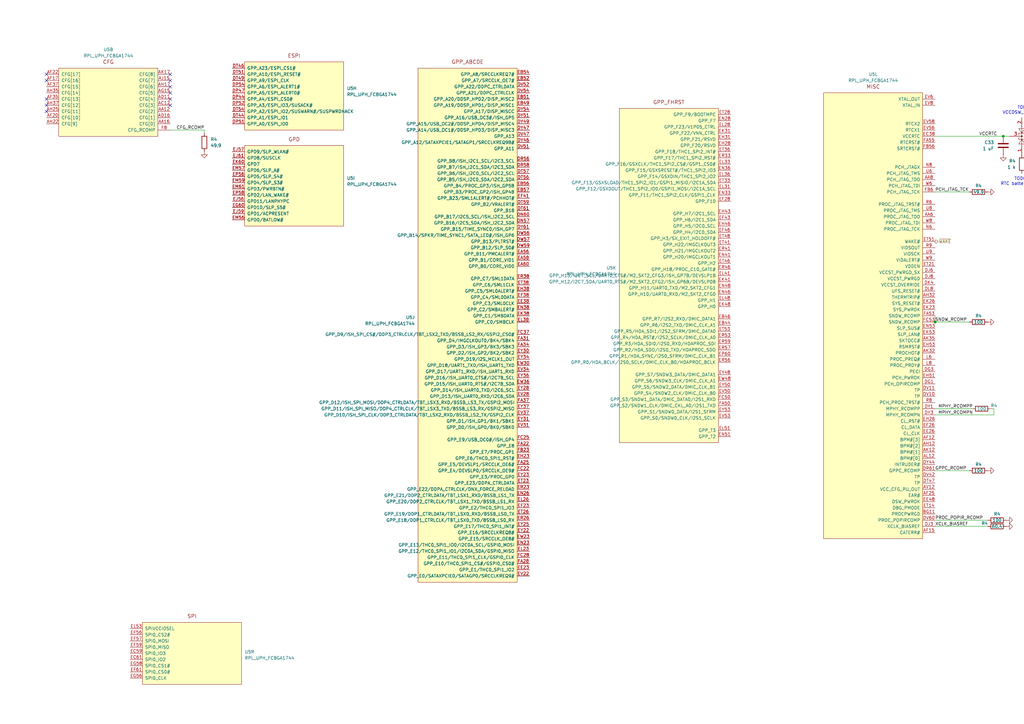
<source format=kicad_sch>
(kicad_sch (version 20230121) (generator eeschema)
  (paper "A3")
  (lib_symbols
    (symbol "Device:C" (pin_numbers hide) (pin_names (offset 0.254))
      (property "Reference" "C" (at 0.635 2.54 0))
      (property "Value" "C" (at 0.635 -2.54 0))
      (symbol "C_1_1"
        (pin passive line (at 0 3.81 270) (length 2.794) (name "~") (number "1"))
        (pin passive line (at 0 -3.81 90) (length 2.794) (name "~") (number "2"))
      )
    )
    (symbol "Device:R" (pin_numbers hide) (pin_names (offset 0))
      (property "Reference" "R" (at 2.032 0 90))
      (property "Value" "R" (at 0 0 90))
      (symbol "R_1_1"
        (pin passive line (at 0 3.81 270) (length 1.27) (name "~") (number "1"))
        (pin passive line (at 0 -3.81 90) (length 1.27) (name "~") (number "2"))
      )
    )
    (symbol "Diode:BAT54CW" (pin_names (offset 1.016))
      (property "Reference" "D" (at 0.635 -3.81 0))
      (property "Value" "BAT54CW" (at -6.35 3.175 0))
      (symbol "BAT54CW_1_1"
        (pin passive line (at -7.62 0 0) (length 3.81) (name "~") (number "1"))
        (pin passive line (at 7.62 0 180) (length 3.81) (name "~") (number "2"))
        (pin passive line (at 0 -5.08 90) (length 5.08) (name "~") (number "3"))
      )
    )
    (symbol "local:RPL_UPH_FCBGA1744" (pin_names (offset 1.016))
      (property "Reference" "U" (at 1.27 19.05 0))
      (property "Value" "RPL_UPH_FCBGA1744" (at 1.27 16.51 0))
      (symbol "RPL_UPH_FCBGA1744_1_1"
        (text "CAMERA" (at 0 2.54 0) (effects (font (size 1.524 1.524))))
        (pin input line (at -25.4 -58.42 0) (length 5.08) (name "CSI_A_DN[1]/CSI_B_DN[2]") (number "A36"))
        (pin input line (at -25.4 -45.72 0) (length 5.08) (name "CSI_B_DN[0]") (number "A38"))
        (pin unspecified line (at -25.4 -73.66 0) (length 5.08) (name "CSI_RCOMP") (number "A55"))
        (pin input line (at -25.4 -40.64 0) (length 5.08) (name "CSI_B_DN[1]") (number "AA41"))
        (pin input line (at -25.4 -5.08 0) (length 5.08) (name "CSI_D_DN[1]/CSI_C_DN[2]") (number "AB41"))
        (pin input line (at -25.4 -2.54 0) (length 5.08) (name "CSI_D_DP[1]/CSI_C_DP[2]") (number "AD41"))
        (pin input line (at -25.4 -10.16 0) (length 5.08) (name "CSI_D_DN[0]/CSI_C_DN[3]") (number "AF41"))
        (pin input line (at -25.4 -7.62 0) (length 5.08) (name "CSI_D_DP[0]/CSI_C_DP[3]") (number "AG41"))
        (pin unspecified line (at -25.4 -76.2 0) (length 5.08) (name "CSI_RCOMP") (number "B54"))
        (pin input line (at -25.4 -55.88 0) (length 5.08) (name "CSI_A_DP[1]/CSI_B_DP[2]") (number "C36"))
        (pin input line (at -25.4 -43.18 0) (length 5.08) (name "CSI_B_DP[0]") (number "C38"))
        (pin input line (at -25.4 -63.5 0) (length 5.08) (name "CSI_A_DN[0]/CSI_B_DN[3]") (number "E37"))
        (pin input line (at -25.4 -66.04 0) (length 5.08) (name "CSI_A_CLK_P") (number "F36"))
        (pin input line (at -25.4 -50.8 0) (length 5.08) (name "CSI_B_CLK_N") (number "F39"))
        (pin input line (at -25.4 -68.58 0) (length 5.08) (name "CSI_A_CLK_N") (number "G36"))
        (pin input line (at -25.4 -60.96 0) (length 5.08) (name "CSI_A_DP[0]/CSI_B_DP[3]") (number "G37"))
        (pin input line (at -25.4 -48.26 0) (length 5.08) (name "CSI_B_CLK_P") (number "G39"))
        (pin input line (at -25.4 -12.7 0) (length 5.08) (name "CSI_D_CLK_P") (number "J41"))
        (pin input line (at -25.4 -30.48 0) (length 5.08) (name "CSI_C_CLK_P") (number "J44"))
        (pin input line (at -25.4 -33.02 0) (length 5.08) (name "CSI_C_CLK_N") (number "K44"))
        (pin input line (at -25.4 -15.24 0) (length 5.08) (name "CSI_D_CLK_N") (number "L41"))
        (pin input line (at -25.4 -22.86 0) (length 5.08) (name "CSI_C_DN[1]") (number "M44"))
        (pin input line (at -25.4 -27.94 0) (length 5.08) (name "CSI_C_DN[0]") (number "P41"))
        (pin input line (at -25.4 -20.32 0) (length 5.08) (name "CSI_C_DP[1]") (number "P44"))
        (pin input line (at -25.4 -25.4 0) (length 5.08) (name "CSI_C_DP[0]") (number "T41"))
        (pin input line (at -25.4 -38.1 0) (length 5.08) (name "CSI_B_DP[1]") (number "W41"))
      )
      (symbol "RPL_UPH_FCBGA1744_2_1"
        (text "CFG" (at 0 2.54 0) (effects (font (size 1.524 1.524))))
        (pin bidirectional line (at 25.4 -17.78 180) (length 5.08) (name "CFG[2]") (number "AA12"))
        (pin bidirectional line (at 25.4 -22.86 180) (length 5.08) (name "CFG[0]") (number "AA16"))
        (pin bidirectional line (at 25.4 -15.24 180) (length 5.08) (name "CFG[3]") (number "AC12"))
        (pin bidirectional line (at 25.4 -12.7 180) (length 5.08) (name "CFG[4]") (number "AD11"))
        (pin bidirectional line (at 25.4 -20.32 180) (length 5.08) (name "CFG[1]") (number "AD16"))
        (pin bidirectional line (at -25.4 -5.08 0) (length 5.08) (name "CFG[16]") (number "AF17"))
        (pin bidirectional line (at -25.4 -20.32 0) (length 5.08) (name "CFG[10]") (number "AF20"))
        (pin bidirectional line (at -25.4 -2.54 0) (length 5.08) (name "CFG[17]") (number "AF22"))
        (pin bidirectional line (at -25.4 -12.7 0) (length 5.08) (name "CFG[13]") (number "AF35"))
        (pin bidirectional line (at -25.4 -7.62 0) (length 5.08) (name "CFG[15]") (number "AF37"))
        (pin bidirectional line (at 25.4 -10.16 180) (length 5.08) (name "CFG[5]") (number "AG15"))
        (pin bidirectional line (at 25.4 -7.62 180) (length 5.08) (name "CFG[6]") (number "AH17"))
        (pin bidirectional line (at -25.4 -22.86 0) (length 5.08) (name "CFG[9]") (number "AH22"))
        (pin bidirectional line (at -25.4 -17.78 0) (length 5.08) (name "CFG[11]") (number "AH25"))
        (pin bidirectional line (at -25.4 -10.16 0) (length 5.08) (name "CFG[14]") (number "AH35"))
        (pin bidirectional line (at -25.4 -15.24 0) (length 5.08) (name "CFG[12]") (number "AH37"))
        (pin bidirectional line (at 25.4 -5.08 180) (length 5.08) (name "CFG[7]") (number "AJ15"))
        (pin bidirectional line (at 25.4 -2.54 180) (length 5.08) (name "CFG[8]") (number "AK17"))
        (pin unspecified line (at 25.4 -25.4 180) (length 5.08) (name "CFG_RCOMP") (number "F8"))
      )
      (symbol "RPL_UPH_FCBGA1744_3_1"
        (text "CNVI" (at 0 2.54 0) (effects (font (size 1.524 1.524))))
        (pin output line (at -25.4 -45.72 0) (length 5.08) (name "GPP_F5/MODEM_CLKREQ/CRF_XTAL_CLKREQ") (number "EF36"))
        (pin output line (at -25.4 -58.42 0) (length 5.08) (name "GPP_F0/CNV_BRI_DT/UART2_RTS#") (number "EH33"))
        (pin input line (at -25.4 -43.18 0) (length 5.08) (name "GPP_F6/CNV_PA_BLANKING") (number "EH36"))
        (pin input line (at -25.4 -55.88 0) (length 5.08) (name "GPP_F1/CNV_BRI_RSP/UART2_RXD") (number "EK33"))
        (pin input line (at -25.4 -40.64 0) (length 5.08) (name "GPP_H8/I2C4_SDA/CNV_MFUART2_RXD") (number "EL43"))
        (pin output line (at -25.4 -53.34 0) (length 5.08) (name "GPP_F2/CNV_RGI_DT/UART2_TXD") (number "EN31"))
        (pin input line (at -25.4 -38.1 0) (length 5.08) (name "GPP_H9/I2C4_SCL/CNV_MFUART2_TXD") (number "EN43"))
        (pin input line (at -25.4 -50.8 0) (length 5.08) (name "GPP_F3/CNV_RGI_RSP/UART2_CTS#") (number "ER31"))
        (pin output line (at -25.4 -48.26 0) (length 5.08) (name "GPP_F4/CNV_RF_RESET#") (number "ET31"))
        (pin input line (at -25.4 -20.32 0) (length 5.08) (name "CNV_WR_D1P") (number "EV40"))
        (pin output line (at -25.4 -7.62 0) (length 5.08) (name "CNV_WT_D0P") (number "EV43"))
        (pin output line (at -25.4 -12.7 0) (length 5.08) (name "CNV_WT_CLKP") (number "EV47"))
        (pin input line (at -25.4 -25.4 0) (length 5.08) (name "CNV_WR_D0P") (number "EW42"))
        (pin input line (at -25.4 -22.86 0) (length 5.08) (name "CNV_WR_D1N") (number "EY40"))
        (pin input line (at -25.4 -27.94 0) (length 5.08) (name "CNV_WR_D0N") (number "EY42"))
        (pin output line (at -25.4 -10.16 0) (length 5.08) (name "CNV_WT_D0N") (number "EY43"))
        (pin output line (at -25.4 -15.24 0) (length 5.08) (name "CNV_WT_CLKN") (number "EY47"))
        (pin input line (at -25.4 -30.48 0) (length 5.08) (name "CNV_WR_CLKP") (number "FA43"))
        (pin output line (at -25.4 -5.08 0) (length 5.08) (name "CNV_WT_D1N") (number "FA46"))
        (pin unspecified line (at -25.4 -17.78 0) (length 5.08) (name "CNV_WT_RCOMP") (number "FC40"))
        (pin input line (at -25.4 -33.02 0) (length 5.08) (name "CNV_WR_CLKN") (number "FC43"))
        (pin output line (at -25.4 -2.54 0) (length 5.08) (name "CNV_WT_D1P") (number "FC46"))
      )
      (symbol "RPL_UPH_FCBGA1744_4_1"
        (text "DDI" (at 0 2.54 0) (effects (font (size 1.524 1.524))))
        (pin output line (at -25.4 -25.4 0) (length 5.08) (name "DDIA_TXP[2]") (number "AA1"))
        (pin output line (at -25.4 -35.56 0) (length 5.08) (name "DDIA_TXN[3]") (number "AA3"))
        (pin output line (at -25.4 -27.94 0) (length 5.08) (name "DDIA_TXN[2]") (number "AB1"))
        (pin output line (at -25.4 -17.78 0) (length 5.08) (name "DDIA_TXP[1]") (number "AB3"))
        (pin output line (at -25.4 -12.7 0) (length 5.08) (name "DDIA_TXN[0]") (number "AD1"))
        (pin output line (at -25.4 -20.32 0) (length 5.08) (name "DDIA_TXN[1]") (number "AD3"))
        (pin bidirectional line (at -25.4 -66.04 0) (length 5.08) (name "DDIB_AUXP") (number "AE6"))
        (pin bidirectional line (at -25.4 -68.58 0) (length 5.08) (name "DDIB_AUXN") (number "AE8"))
        (pin output line (at -25.4 -10.16 0) (length 5.08) (name "DDIA_TXP[0]") (number "AF1"))
        (pin bidirectional line (at -25.4 -2.54 0) (length 5.08) (name "DDIA_AUXP") (number "AF3"))
        (pin output line (at -25.4 -111.76 0) (length 5.08) (name "DISP_UTILS_2") (number "AF32"))
        (pin bidirectional line (at -25.4 -5.08 0) (length 5.08) (name "DDIA_AUXN") (number "AG3"))
        (pin output line (at -25.4 -73.66 0) (length 5.08) (name "DDIB_TXP[0]") (number "AH6"))
        (pin output line (at -25.4 -76.2 0) (length 5.08) (name "DDIB_TXN[0]") (number "AH8"))
        (pin unspecified line (at -25.4 -48.26 0) (length 5.08) (name "DDIA_RCOMP") (number "AJ1"))
        (pin output line (at -25.4 -81.28 0) (length 5.08) (name "DDIB_TXP[1]") (number "AK6"))
        (pin output line (at -25.4 -83.82 0) (length 5.08) (name "DDIB_TXN[1]") (number "AK8"))
        (pin unspecified line (at -25.4 -116.84 0) (length 5.08) (name "DDIB_RCOMP") (number "AL1"))
        (pin output line (at -25.4 -88.9 0) (length 5.08) (name "DDIB_TXP[2]") (number "AM6"))
        (pin output line (at -25.4 -91.44 0) (length 5.08) (name "DDIB_TXN[2]") (number "AM8"))
        (pin output line (at -25.4 -96.52 0) (length 5.08) (name "DDIB_TXP[3]") (number "AP6"))
        (pin output line (at -25.4 -99.06 0) (length 5.08) (name "DDIB_TXN[3]") (number "AP8"))
        (pin output line (at -25.4 -114.3 0) (length 5.08) (name "DISP_UTILS_1") (number "DJ1"))
        (pin input line (at -25.4 -109.22 0) (length 5.08) (name "GPP_A18/DDSP_HPDB/DISP_MISCB") (number "EB47"))
        (pin bidirectional line (at -25.4 -106.68 0) (length 5.08) (name "GPP_H15/DDPB_CTRLCLK/PCIE_LINK_DOWN") (number "EK46"))
        (pin output line (at -25.4 -43.18 0) (length 5.08) (name "eDP_BKLTCTL") (number "EL21"))
        (pin bidirectional line (at -25.4 -104.14 0) (length 5.08) (name "GPP_H17/DDPB_CTRLDATA") (number "EL46"))
        (pin output line (at -25.4 -45.72 0) (length 5.08) (name "eDP_BKLTEN") (number "EN21"))
        (pin output line (at -25.4 -40.64 0) (length 5.08) (name "GPP_E14/DDSP_HPDA/DISP_MISC_A") (number "EV25"))
        (pin output line (at -25.4 -33.02 0) (length 5.08) (name "DDIA_TXP[3]") (number "W3"))
      )
      (symbol "RPL_UPH_FCBGA1744_5_1"
        (text "DDR_A" (at 0 2.54 0) (effects (font (size 1.524 1.524))))
        (pin input line (at 25.4 -170.18 180) (length 5.08) (name "DDR0_ALERT#") (number "BF61"))
        (pin output line (at 25.4 -172.72 180) (length 5.08) (name "DDR0_VREF_CA0") (number "BG60"))
        (pin bidirectional line (at 25.4 -101.6 180) (length 5.08) (name "DDR1_DQ[3][6]") (number "BJ47"))
        (pin bidirectional line (at 25.4 -104.14 180) (length 5.08) (name "DDR1_DQ[3][7]") (number "BJ50"))
        (pin bidirectional line (at 25.4 -96.52 180) (length 5.08) (name "DDR1_DQ[3][4]") (number "BK53"))
        (pin bidirectional line (at -25.4 -101.6 0) (length 5.08) (name "DDR1_DQ[1][6]") (number "BK57"))
        (pin bidirectional line (at -25.4 -96.52 0) (length 5.08) (name "DDR1_DQ[1][4]") (number "BK60"))
        (pin bidirectional line (at 25.4 -99.06 180) (length 5.08) (name "DDR1_DQ[3][5]") (number "BL48"))
        (pin bidirectional line (at 25.4 -109.22 180) (length 5.08) (name "DDR1_DQSN[3]") (number "BL51"))
        (pin bidirectional line (at -25.4 -99.06 0) (length 5.08) (name "DDR1_DQ[1][5]") (number "BL56"))
        (pin bidirectional line (at -25.4 -104.14 0) (length 5.08) (name "DDR1_DQ[1][7]") (number "BL58"))
        (pin bidirectional line (at -25.4 -106.68 0) (length 5.08) (name "DDR1_DQSP[1]") (number "BL61"))
        (pin bidirectional line (at 25.4 -91.44 180) (length 5.08) (name "DDR1_DQ[3][2]") (number "BN48"))
        (pin bidirectional line (at 25.4 -106.68 180) (length 5.08) (name "DDR1_DQSP[3]") (number "BN51"))
        (pin bidirectional line (at -25.4 -91.44 0) (length 5.08) (name "DDR1_DQ[1][2]") (number "BN56"))
        (pin bidirectional line (at -25.4 -86.36 0) (length 5.08) (name "DDR1_DQ[1][0]") (number "BN58"))
        (pin bidirectional line (at -25.4 -109.22 0) (length 5.08) (name "DDR1_DQSN[1]") (number "BN61"))
        (pin bidirectional line (at 25.4 -88.9 180) (length 5.08) (name "DDR1_DQ[3][1]") (number "BP47"))
        (pin bidirectional line (at 25.4 -86.36 180) (length 5.08) (name "DDR1_DQ[3][0]") (number "BP50"))
        (pin bidirectional line (at 25.4 -93.98 180) (length 5.08) (name "DDR1_DQ[3][3]") (number "BP53"))
        (pin bidirectional line (at -25.4 -88.9 0) (length 5.08) (name "DDR1_DQ[1][1]") (number "BP57"))
        (pin bidirectional line (at -25.4 -93.98 0) (length 5.08) (name "DDR1_DQ[1][3]") (number "BP60"))
        (pin bidirectional line (at 25.4 -73.66 180) (length 5.08) (name "DDR1_DQ[2][6]") (number "BT47"))
        (pin bidirectional line (at 25.4 -76.2 180) (length 5.08) (name "DDR1_DQ[2][7]") (number "BT50"))
        (pin bidirectional line (at 25.4 -68.58 180) (length 5.08) (name "DDR1_DQ[2][4]") (number "BT53"))
        (pin bidirectional line (at -25.4 -73.66 0) (length 5.08) (name "DDR1_DQ[0][6]") (number "BT57"))
        (pin bidirectional line (at -25.4 -68.58 0) (length 5.08) (name "DDR1_DQ[0][4]") (number "BT60"))
        (pin bidirectional line (at 25.4 -71.12 180) (length 5.08) (name "DDR1_DQ[2][5]") (number "BU48"))
        (pin bidirectional line (at 25.4 -81.28 180) (length 5.08) (name "DDR1_DQSN[2]") (number "BU51"))
        (pin bidirectional line (at -25.4 -71.12 0) (length 5.08) (name "DDR1_DQ[0][5]") (number "BU56"))
        (pin bidirectional line (at -25.4 -76.2 0) (length 5.08) (name "DDR1_DQ[0][7]") (number "BU58"))
        (pin bidirectional line (at -25.4 -78.74 0) (length 5.08) (name "DDR1_DQSP[0]") (number "BU61"))
        (pin bidirectional line (at 25.4 -63.5 180) (length 5.08) (name "DDR1_DQ[2][2]") (number "BW48"))
        (pin bidirectional line (at 25.4 -78.74 180) (length 5.08) (name "DDR1_DQSP[2]") (number "BW51"))
        (pin bidirectional line (at -25.4 -63.5 0) (length 5.08) (name "DDR1_DQ[0][2]") (number "BW56"))
        (pin bidirectional line (at -25.4 -58.42 0) (length 5.08) (name "DDR1_DQ[0][0]") (number "BW58"))
        (pin bidirectional line (at -25.4 -81.28 0) (length 5.08) (name "DDR1_DQSN[0]") (number "BW61"))
        (pin bidirectional line (at 25.4 -58.42 180) (length 5.08) (name "DDR1_DQ[2][0]") (number "BY50"))
        (pin bidirectional line (at 25.4 -66.04 180) (length 5.08) (name "DDR1_DQ[2][3]") (number "BY53"))
        (pin bidirectional line (at -25.4 -60.96 0) (length 5.08) (name "DDR1_DQ[0][1]") (number "BY57"))
        (pin bidirectional line (at -25.4 -66.04 0) (length 5.08) (name "DDR1_DQ[0][3]") (number "BY60"))
        (pin bidirectional line (at 25.4 -60.96 180) (length 5.08) (name "DDR1_DQ[2][1]") (number "CA47"))
        (pin output line (at 25.4 -162.56 180) (length 5.08) (name "DDR1_CS[0]") (number "CC47"))
        (pin output line (at 25.4 -129.54 180) (length 5.08) (name "DDR1_CA[1]") (number "CC50"))
        (pin output line (at 25.4 -165.1 180) (length 5.08) (name "DDR1_CS[1]") (number "CC53"))
        (pin output line (at 25.4 -121.92 180) (length 5.08) (name "DDR1_CLK_N[1]") (number "CD48"))
        (pin output line (at 25.4 -119.38 180) (length 5.08) (name "DDR1_CLK_P[1]") (number "CD49"))
        (pin output line (at 25.4 -127 180) (length 5.08) (name "DDR1_CA[0]") (number "CE53"))
        (pin output line (at 25.4 -137.16 180) (length 5.08) (name "DDR1_CA[4]") (number "CE60"))
        (pin output line (at 25.4 -132.08 180) (length 5.08) (name "DDR1_CA[2]") (number "CF56"))
        (pin output line (at 25.4 -116.84 180) (length 5.08) (name "DDR1_CLK_N[0]") (number "CF61"))
        (pin output line (at 25.4 -142.24 180) (length 5.08) (name "DDR1_CA[6]") (number "CH46"))
        (pin output line (at 25.4 -134.62 180) (length 5.08) (name "DDR1_CA[3]") (number "CH48"))
        (pin output line (at 25.4 -157.48 180) (length 5.08) (name "DDR1_CA[12]") (number "CH56"))
        (pin output line (at 25.4 -144.78 180) (length 5.08) (name "DDR1_CA[7]") (number "CH58"))
        (pin output line (at 25.4 -114.3 180) (length 5.08) (name "DDR1_CLK_P[0]") (number "CH61"))
        (pin output line (at 25.4 -139.7 180) (length 5.08) (name "DDR1_CA[5]") (number "CJ50"))
        (pin output line (at 25.4 -152.4 180) (length 5.08) (name "DDR1_CA[10]") (number "CJ53"))
        (pin output line (at 25.4 -149.86 180) (length 5.08) (name "DDR1_CA[9]") (number "CJ57"))
        (pin output line (at 25.4 -154.94 180) (length 5.08) (name "DDR1_CA[11]") (number "CJ60"))
        (pin output line (at 25.4 -147.32 180) (length 5.08) (name "DDR1_CA[8]") (number "CK47"))
        (pin output line (at -25.4 -152.4 0) (length 5.08) (name "DDR0_CA[10]") (number "CM47"))
        (pin output line (at -25.4 -142.24 0) (length 5.08) (name "DDR0_CA[6]") (number "CM50"))
        (pin output line (at -25.4 -147.32 0) (length 5.08) (name "DDR0_CA[8]") (number "CM53"))
        (pin output line (at -25.4 -121.92 0) (length 5.08) (name "DDR0_CLK_N[1]") (number "CN48"))
        (pin output line (at -25.4 -119.38 0) (length 5.08) (name "DDR0_CLK_P[1]") (number "CN49"))
        (pin output line (at -25.4 -154.94 0) (length 5.08) (name "DDR0_CA[11]") (number "CP53"))
        (pin output line (at -25.4 -149.86 0) (length 5.08) (name "DDR0_CA[9]") (number "CP60"))
        (pin output line (at -25.4 -157.48 0) (length 5.08) (name "DDR0_CA[12]") (number "CR56"))
        (pin output line (at -25.4 -116.84 0) (length 5.08) (name "DDR0_CLK_N[0]") (number "CR61"))
        (pin output line (at -25.4 -144.78 0) (length 5.08) (name "DDR0_CA[7]") (number "CT46"))
        (pin output line (at -25.4 -139.7 0) (length 5.08) (name "DDR0_CA[5]") (number "CU48"))
        (pin output line (at -25.4 -129.54 0) (length 5.08) (name "DDR0_CA[1]") (number "CU56"))
        (pin output line (at -25.4 -127 0) (length 5.08) (name "DDR0_CA[0]") (number "CU58"))
        (pin output line (at -25.4 -114.3 0) (length 5.08) (name "DDR0_CLK_P[0]") (number "CU61"))
        (pin output line (at -25.4 -137.16 0) (length 5.08) (name "DDR0_CA[4]") (number "CV50"))
        (pin output line (at -25.4 -134.62 0) (length 5.08) (name "DDR0_CA[3]") (number "CV53"))
        (pin output line (at -25.4 -162.56 0) (length 5.08) (name "DDR0_CS[0]") (number "CV57"))
        (pin output line (at -25.4 -165.1 0) (length 5.08) (name "DDR0_CS[1]") (number "CV60"))
        (pin output line (at -25.4 -132.08 0) (length 5.08) (name "DDR0_CA[2]") (number "CW47"))
        (pin bidirectional line (at 25.4 -45.72 180) (length 5.08) (name "DDR0_DQ[3][6]") (number "CY47"))
        (pin bidirectional line (at 25.4 -48.26 180) (length 5.08) (name "DDR0_DQ[3][7]") (number "CY50"))
        (pin bidirectional line (at -25.4 -45.72 0) (length 5.08) (name "DDR0_DQ[1][6]") (number "CY57"))
        (pin bidirectional line (at -25.4 -40.64 0) (length 5.08) (name "DDR0_DQ[1][4]") (number "CY60"))
        (pin bidirectional line (at 25.4 -40.64 180) (length 5.08) (name "DDR0_DQ[3][4]") (number "DA53"))
        (pin bidirectional line (at -25.4 -48.26 0) (length 5.08) (name "DDR0_DQ[1][7]") (number "DA58"))
        (pin bidirectional line (at 25.4 -43.18 180) (length 5.08) (name "DDR0_DQ[3][5]") (number "DB48"))
        (pin bidirectional line (at 25.4 -53.34 180) (length 5.08) (name "DDR0_DQSN[3]") (number "DB51"))
        (pin bidirectional line (at -25.4 -43.18 0) (length 5.08) (name "DDR0_DQ[1][5]") (number "DB56"))
        (pin bidirectional line (at -25.4 -50.8 0) (length 5.08) (name "DDR0_DQSP[1]") (number "DB61"))
        (pin bidirectional line (at 25.4 -35.56 180) (length 5.08) (name "DDR0_DQ[3][2]") (number "DC48"))
        (pin bidirectional line (at 25.4 -50.8 180) (length 5.08) (name "DDR0_DQSP[3]") (number "DC51"))
        (pin bidirectional line (at -25.4 -53.34 0) (length 5.08) (name "DDR0_DQSN[1]") (number "DC61"))
        (pin bidirectional line (at -25.4 -35.56 0) (length 5.08) (name "DDR0_DQ[1][2]") (number "DD56"))
        (pin bidirectional line (at -25.4 -30.48 0) (length 5.08) (name "DDR0_DQ[1][0]") (number "DD58"))
        (pin bidirectional line (at 25.4 -33.02 180) (length 5.08) (name "DDR0_DQ[3][1]") (number "DE47"))
        (pin bidirectional line (at 25.4 -30.48 180) (length 5.08) (name "DDR0_DQ[3][0]") (number "DE50"))
        (pin bidirectional line (at 25.4 -38.1 180) (length 5.08) (name "DDR0_DQ[3][3]") (number "DE53"))
        (pin bidirectional line (at -25.4 -33.02 0) (length 5.08) (name "DDR0_DQ[1][1]") (number "DE57"))
        (pin bidirectional line (at -25.4 -38.1 0) (length 5.08) (name "DDR0_DQ[1][3]") (number "DE60"))
        (pin bidirectional line (at 25.4 -17.78 180) (length 5.08) (name "DDR0_DQ[2][6]") (number "DG47"))
        (pin bidirectional line (at 25.4 -20.32 180) (length 5.08) (name "DDR0_DQ[2][7]") (number "DG50"))
        (pin bidirectional line (at 25.4 -12.7 180) (length 5.08) (name "DDR0_DQ[2][4]") (number "DG53"))
        (pin bidirectional line (at -25.4 -17.78 0) (length 5.08) (name "DDR0_DQ[0][6]") (number "DG57"))
        (pin bidirectional line (at -25.4 -12.7 0) (length 5.08) (name "DDR0_DQ[0][4]") (number "DG60"))
        (pin bidirectional line (at 25.4 -15.24 180) (length 5.08) (name "DDR0_DQ[2][5]") (number "DH48"))
        (pin bidirectional line (at 25.4 -25.4 180) (length 5.08) (name "DDR0_DQSN[2]") (number "DH51"))
        (pin bidirectional line (at -25.4 -15.24 0) (length 5.08) (name "DDR0_DQ[0][5]") (number "DH56"))
        (pin bidirectional line (at -25.4 -20.32 0) (length 5.08) (name "DDR0_DQ[0][7]") (number "DH58"))
        (pin bidirectional line (at -25.4 -22.86 0) (length 5.08) (name "DDR0_DQSP[0]") (number "DH61"))
        (pin bidirectional line (at 25.4 -7.62 180) (length 5.08) (name "DDR0_DQ[2][2]") (number "DK48"))
        (pin bidirectional line (at 25.4 -22.86 180) (length 5.08) (name "DDR0_DQSP[2]") (number "DK51"))
        (pin bidirectional line (at -25.4 -7.62 0) (length 5.08) (name "DDR0_DQ[0][2]") (number "DK56"))
        (pin bidirectional line (at -25.4 -2.54 0) (length 5.08) (name "DDR0_DQ[0][0]") (number "DK58"))
        (pin bidirectional line (at -25.4 -25.4 0) (length 5.08) (name "DDR0_DQSN[0]") (number "DK61"))
        (pin bidirectional line (at 25.4 -2.54 180) (length 5.08) (name "DDR0_DQ[2][0]") (number "DL50"))
        (pin bidirectional line (at 25.4 -10.16 180) (length 5.08) (name "DDR0_DQ[2][3]") (number "DL53"))
        (pin bidirectional line (at -25.4 -5.08 0) (length 5.08) (name "DDR0_DQ[0][1]") (number "DL57"))
        (pin bidirectional line (at -25.4 -10.16 0) (length 5.08) (name "DDR0_DQ[0][3]") (number "DL60"))
        (pin bidirectional line (at 25.4 -5.08 180) (length 5.08) (name "DDR0_DQ[2][1]") (number "DM47"))
      )
      (symbol "RPL_UPH_FCBGA1744_6_1"
        (text "DDR_B" (at 0 2.54 0) (effects (font (size 1.524 1.524))))
        (pin bidirectional line (at 25.4 -50.8 180) (length 5.08) (name "DDR3_DQSP[1]") (number "A43"))
        (pin bidirectional line (at 25.4 -53.34 180) (length 5.08) (name "DDR3_DQSN[1]") (number "A44"))
        (pin bidirectional line (at 25.4 -22.86 180) (length 5.08) (name "DDR3_DQSP[0]") (number "A49"))
        (pin bidirectional line (at 25.4 -25.4 180) (length 5.08) (name "DDR3_DQSN[0]") (number "A51"))
        (pin output line (at -25.4 -142.24 0) (length 5.08) (name "DDR3_CA[6]") (number "AA46"))
        (pin output line (at -25.4 -134.62 0) (length 5.08) (name "DDR3_CA[3]") (number "AA48"))
        (pin output line (at -25.4 -157.48 0) (length 5.08) (name "DDR3_CA[12]") (number "AB56"))
        (pin output line (at -25.4 -144.78 0) (length 5.08) (name "DDR3_CA[7]") (number "AB58"))
        (pin output line (at -25.4 -114.3 0) (length 5.08) (name "DDR3_CLK_P[0]") (number "AB61"))
        (pin output line (at -25.4 -147.32 0) (length 5.08) (name "DDR3_CA[8]") (number "AC47"))
        (pin output line (at -25.4 -139.7 0) (length 5.08) (name "DDR3_CA[5]") (number "AC50"))
        (pin output line (at -25.4 -152.4 0) (length 5.08) (name "DDR3_CA[10]") (number "AC53"))
        (pin output line (at -25.4 -149.86 0) (length 5.08) (name "DDR3_CA[9]") (number "AC57"))
        (pin output line (at -25.4 -154.94 0) (length 5.08) (name "DDR3_CA[11]") (number "AC60"))
        (pin output line (at 25.4 -152.4 180) (length 5.08) (name "DDR2_CA[10]") (number "AE47"))
        (pin output line (at 25.4 -142.24 180) (length 5.08) (name "DDR2_CA[6]") (number "AE50"))
        (pin output line (at 25.4 -147.32 180) (length 5.08) (name "DDR2_CA[8]") (number "AE53"))
        (pin output line (at 25.4 -121.92 180) (length 5.08) (name "DDR2_CLK_N[1]") (number "AG48"))
        (pin output line (at 25.4 -119.38 180) (length 5.08) (name "DDR2_CLK_P[1]") (number "AG49"))
        (pin output line (at 25.4 -154.94 180) (length 5.08) (name "DDR2_CA[11]") (number "AH53"))
        (pin output line (at 25.4 -149.86 180) (length 5.08) (name "DDR2_CA[9]") (number "AH60"))
        (pin output line (at 25.4 -157.48 180) (length 5.08) (name "DDR2_CA[12]") (number "AJ56"))
        (pin output line (at 25.4 -116.84 180) (length 5.08) (name "DDR2_CLK_N[0]") (number "AJ61"))
        (pin output line (at 25.4 -144.78 180) (length 5.08) (name "DDR2_CA[7]") (number "AK46"))
        (pin output line (at 25.4 -139.7 180) (length 5.08) (name "DDR2_CA[5]") (number "AK48"))
        (pin output line (at 25.4 -129.54 180) (length 5.08) (name "DDR2_CA[1]") (number "AL56"))
        (pin output line (at 25.4 -127 180) (length 5.08) (name "DDR2_CA[0]") (number "AL58"))
        (pin output line (at 25.4 -114.3 180) (length 5.08) (name "DDR2_CLK_P[0]") (number "AL61"))
        (pin output line (at 25.4 -132.08 180) (length 5.08) (name "DDR2_CA[2]") (number "AM47"))
        (pin output line (at 25.4 -137.16 180) (length 5.08) (name "DDR2_CA[4]") (number "AM50"))
        (pin output line (at 25.4 -134.62 180) (length 5.08) (name "DDR2_CA[3]") (number "AM53"))
        (pin output line (at 25.4 -165.1 180) (length 5.08) (name "DDR2_CS[1]") (number "AM57"))
        (pin output line (at 25.4 -162.56 180) (length 5.08) (name "DDR2_CS[0]") (number "AM60"))
        (pin bidirectional line (at -25.4 -101.6 0) (length 5.08) (name "DDR2_DQ[3][6]") (number "AP47"))
        (pin bidirectional line (at -25.4 -104.14 0) (length 5.08) (name "DDR2_DQ[3][7]") (number "AP50"))
        (pin bidirectional line (at -25.4 -96.52 0) (length 5.08) (name "DDR2_DQ[3][4]") (number "AP53"))
        (pin bidirectional line (at -25.4 -45.72 0) (length 5.08) (name "DDR2_DQ[1][6]") (number "AP57"))
        (pin bidirectional line (at -25.4 -40.64 0) (length 5.08) (name "DDR2_DQ[1][4]") (number "AP60"))
        (pin bidirectional line (at -25.4 -99.06 0) (length 5.08) (name "DDR2_DQ[3][5]") (number "AR48"))
        (pin bidirectional line (at -25.4 -109.22 0) (length 5.08) (name "DDR2_DQSN[3]") (number "AR51"))
        (pin bidirectional line (at -25.4 -43.18 0) (length 5.08) (name "DDR2_DQ[1][5]") (number "AR56"))
        (pin bidirectional line (at -25.4 -48.26 0) (length 5.08) (name "DDR2_DQ[1][7]") (number "AR58"))
        (pin bidirectional line (at -25.4 -50.8 0) (length 5.08) (name "DDR2_DQSP[1]") (number "AR61"))
        (pin bidirectional line (at -25.4 -91.44 0) (length 5.08) (name "DDR2_DQ[3][2]") (number "AU48"))
        (pin bidirectional line (at -25.4 -106.68 0) (length 5.08) (name "DDR2_DQSP[3]") (number "AU51"))
        (pin bidirectional line (at -25.4 -35.56 0) (length 5.08) (name "DDR2_DQ[1][2]") (number "AU56"))
        (pin bidirectional line (at -25.4 -30.48 0) (length 5.08) (name "DDR2_DQ[1][0]") (number "AU58"))
        (pin bidirectional line (at -25.4 -53.34 0) (length 5.08) (name "DDR2_DQSN[1]") (number "AU61"))
        (pin bidirectional line (at -25.4 -86.36 0) (length 5.08) (name "DDR2_DQ[3][0]") (number "AV50"))
        (pin bidirectional line (at -25.4 -93.98 0) (length 5.08) (name "DDR2_DQ[3][3]") (number "AV53"))
        (pin bidirectional line (at -25.4 -33.02 0) (length 5.08) (name "DDR2_DQ[1][1]") (number "AV57"))
        (pin bidirectional line (at -25.4 -38.1 0) (length 5.08) (name "DDR2_DQ[1][3]") (number "AV60"))
        (pin bidirectional line (at -25.4 -88.9 0) (length 5.08) (name "DDR2_DQ[3][1]") (number "AW47"))
        (pin bidirectional line (at -25.4 -73.66 0) (length 5.08) (name "DDR2_DQ[2][6]") (number "AY47"))
        (pin bidirectional line (at 25.4 -40.64 180) (length 5.08) (name "DDR3_DQ[1][4]") (number "B41"))
        (pin bidirectional line (at 25.4 -38.1 180) (length 5.08) (name "DDR3_DQ[1][3]") (number "B46"))
        (pin bidirectional line (at 25.4 -12.7 180) (length 5.08) (name "DDR3_DQ[0][4]") (number "B48"))
        (pin bidirectional line (at 25.4 -10.16 180) (length 5.08) (name "DDR3_DQ[0][3]") (number "B52"))
        (pin bidirectional line (at -25.4 -76.2 0) (length 5.08) (name "DDR2_DQ[2][7]") (number "BA50"))
        (pin bidirectional line (at -25.4 -68.58 0) (length 5.08) (name "DDR2_DQ[2][4]") (number "BA53"))
        (pin bidirectional line (at -25.4 -17.78 0) (length 5.08) (name "DDR2_DQ[0][6]") (number "BA57"))
        (pin bidirectional line (at -25.4 -12.7 0) (length 5.08) (name "DDR2_DQ[0][4]") (number "BA60"))
        (pin bidirectional line (at -25.4 -71.12 0) (length 5.08) (name "DDR2_DQ[2][5]") (number "BB48"))
        (pin bidirectional line (at -25.4 -81.28 0) (length 5.08) (name "DDR2_DQSN[2]") (number "BB51"))
        (pin bidirectional line (at -25.4 -15.24 0) (length 5.08) (name "DDR2_DQ[0][5]") (number "BB56"))
        (pin bidirectional line (at -25.4 -20.32 0) (length 5.08) (name "DDR2_DQ[0][7]") (number "BB58"))
        (pin bidirectional line (at -25.4 -22.86 0) (length 5.08) (name "DDR2_DQSP[0]") (number "BB61"))
        (pin bidirectional line (at -25.4 -63.5 0) (length 5.08) (name "DDR2_DQ[2][2]") (number "BD48"))
        (pin bidirectional line (at -25.4 -78.74 0) (length 5.08) (name "DDR2_DQSP[2]") (number "BD51"))
        (pin bidirectional line (at -25.4 -7.62 0) (length 5.08) (name "DDR2_DQ[0][2]") (number "BD56"))
        (pin bidirectional line (at -25.4 -2.54 0) (length 5.08) (name "DDR2_DQ[0][0]") (number "BD58"))
        (pin bidirectional line (at -25.4 -25.4 0) (length 5.08) (name "DDR2_DQSN[0]") (number "BD61"))
        (pin bidirectional line (at -25.4 -60.96 0) (length 5.08) (name "DDR2_DQ[2][1]") (number "BE47"))
        (pin bidirectional line (at -25.4 -58.42 0) (length 5.08) (name "DDR2_DQ[2][0]") (number "BE50"))
        (pin bidirectional line (at -25.4 -66.04 0) (length 5.08) (name "DDR2_DQ[2][3]") (number "BE53"))
        (pin bidirectional line (at -25.4 -5.08 0) (length 5.08) (name "DDR2_DQ[0][1]") (number "BE57"))
        (pin bidirectional line (at -25.4 -10.16 0) (length 5.08) (name "DDR2_DQ[0][3]") (number "BE60"))
        (pin output line (at 25.4 -172.72 180) (length 5.08) (name "DDR1_VREF_CA0") (number "BG55"))
        (pin input line (at 25.4 -170.18 180) (length 5.08) (name "DDR1_ALERT#") (number "BG57"))
        (pin bidirectional line (at 25.4 -45.72 180) (length 5.08) (name "DDR3_DQ[1][6]") (number "C42"))
        (pin bidirectional line (at 25.4 -30.48 180) (length 5.08) (name "DDR3_DQ[1][0]") (number "C45"))
        (pin bidirectional line (at 25.4 -20.32 180) (length 5.08) (name "DDR3_DQ[0][7]") (number "C49"))
        (pin bidirectional line (at 25.4 -2.54 180) (length 5.08) (name "DDR3_DQ[0][0]") (number "C51"))
        (pin bidirectional line (at 25.4 -48.26 180) (length 5.08) (name "DDR3_DQ[1][7]") (number "E41"))
        (pin bidirectional line (at 25.4 -33.02 180) (length 5.08) (name "DDR3_DQ[1][1]") (number "E46"))
        (pin bidirectional line (at 25.4 -17.78 180) (length 5.08) (name "DDR3_DQ[0][6]") (number "E48"))
        (pin bidirectional line (at 25.4 -5.08 180) (length 5.08) (name "DDR3_DQ[0][1]") (number "E52"))
        (pin bidirectional line (at 25.4 -43.18 180) (length 5.08) (name "DDR3_DQ[1][5]") (number "F43"))
        (pin bidirectional line (at 25.4 -35.56 180) (length 5.08) (name "DDR3_DQ[1][2]") (number "F44"))
        (pin bidirectional line (at 25.4 -15.24 180) (length 5.08) (name "DDR3_DQ[0][5]") (number "F49"))
        (pin bidirectional line (at 25.4 -7.62 180) (length 5.08) (name "DDR3_DQ[0][2]") (number "F51"))
        (pin bidirectional line (at 25.4 -99.06 180) (length 5.08) (name "DDR3_DQ[3][5]") (number "F54"))
        (pin bidirectional line (at 25.4 -101.6 180) (length 5.08) (name "DDR3_DQ[3][6]") (number "F58"))
        (pin bidirectional line (at 25.4 -93.98 180) (length 5.08) (name "DDR3_DQ[3][3]") (number "H56"))
        (pin bidirectional line (at 25.4 -104.14 180) (length 5.08) (name "DDR3_DQ[3][7]") (number "K50"))
        (pin bidirectional line (at 25.4 -91.44 180) (length 5.08) (name "DDR3_DQ[3][2]") (number "K53"))
        (pin bidirectional line (at 25.4 -73.66 180) (length 5.08) (name "DDR3_DQ[2][6]") (number "K57"))
        (pin bidirectional line (at 25.4 -68.58 180) (length 5.08) (name "DDR3_DQ[2][4]") (number "K60"))
        (pin bidirectional line (at 25.4 -96.52 180) (length 5.08) (name "DDR3_DQ[3][4]") (number "L48"))
        (pin bidirectional line (at 25.4 -109.22 180) (length 5.08) (name "DDR3_DQSN[3]") (number "L51"))
        (pin bidirectional line (at 25.4 -71.12 180) (length 5.08) (name "DDR3_DQ[2][5]") (number "L56"))
        (pin bidirectional line (at 25.4 -76.2 180) (length 5.08) (name "DDR3_DQ[2][7]") (number "L58"))
        (pin bidirectional line (at 25.4 -81.28 180) (length 5.08) (name "DDR3_DQSN[2]") (number "L61"))
        (pin bidirectional line (at 25.4 -106.68 180) (length 5.08) (name "DDR3_DQSP[3]") (number "N51"))
        (pin bidirectional line (at 25.4 -63.5 180) (length 5.08) (name "DDR3_DQ[2][2]") (number "N56"))
        (pin bidirectional line (at 25.4 -58.42 180) (length 5.08) (name "DDR3_DQ[2][0]") (number "N58"))
        (pin bidirectional line (at 25.4 -78.74 180) (length 5.08) (name "DDR3_DQSP[2]") (number "N61"))
        (pin bidirectional line (at 25.4 -88.9 180) (length 5.08) (name "DDR3_DQ[3][1]") (number "P50"))
        (pin bidirectional line (at 25.4 -86.36 180) (length 5.08) (name "DDR3_DQ[3][0]") (number "P53"))
        (pin bidirectional line (at 25.4 -60.96 180) (length 5.08) (name "DDR3_DQ[2][1]") (number "P57"))
        (pin bidirectional line (at 25.4 -66.04 180) (length 5.08) (name "DDR3_DQ[2][3]") (number "P60"))
        (pin output line (at -25.4 -165.1 0) (length 5.08) (name "DDR3_CS[0]") (number "T47"))
        (pin output line (at -25.4 -129.54 0) (length 5.08) (name "DDR3_CA[1]") (number "T50"))
        (pin output line (at -25.4 -162.56 0) (length 5.08) (name "DDR3_CS[1]") (number "T53"))
        (pin output line (at -25.4 -119.38 0) (length 5.08) (name "DDR3_CLK_P[1]") (number "V48"))
        (pin output line (at -25.4 -121.92 0) (length 5.08) (name "DDR3_CLK_N[1]") (number "V49"))
        (pin output line (at -25.4 -127 0) (length 5.08) (name "DDR3_CA[0]") (number "W53"))
        (pin output line (at -25.4 -137.16 0) (length 5.08) (name "DDR3_CA[4]") (number "W60"))
        (pin output line (at -25.4 -132.08 0) (length 5.08) (name "DDR3_CA[2]") (number "Y56"))
        (pin output line (at -25.4 -116.84 0) (length 5.08) (name "DDR3_CLK_N[0]") (number "Y61"))
      )
      (symbol "RPL_UPH_FCBGA1744_7_1"
        (text "DDR_MISC" (at 0 2.54 0) (effects (font (size 1.524 1.524))))
        (pin unspecified line (at 25.4 -7.62 180) (length 5.08) (name "DDR_COMP") (number "A56"))
        (pin output line (at -25.4 -5.08 0) (length 5.08) (name "NC") (number "AB51"))
        (pin output line (at -25.4 -43.18 0) (length 5.08) (name "NC") (number "AE55"))
        (pin output line (at -25.4 -48.26 0) (length 5.08) (name "NC") (number "AE60"))
        (pin output line (at -25.4 -45.72 0) (length 5.08) (name "NC") (number "AF57"))
        (pin output line (at -25.4 -17.78 0) (length 5.08) (name "NC") (number "AH57"))
        (pin output line (at -25.4 -12.7 0) (length 5.08) (name "NC") (number "AJ51"))
        (pin output line (at -25.4 -20.32 0) (length 5.08) (name "NC") (number "AJ58"))
        (pin output line (at -25.4 -15.24 0) (length 5.08) (name "NC") (number "AL51"))
        (pin unspecified line (at 25.4 -10.16 180) (length 5.08) (name "DDR_COMP") (number "B56"))
        (pin output line (at 25.4 -2.54 180) (length 5.08) (name "DDR_VTT_CTL") (number "BG50"))
        (pin output line (at -25.4 -66.04 0) (length 5.08) (name "NC") (number "CB55"))
        (pin output line (at -25.4 -71.12 0) (length 5.08) (name "NC") (number "CC57"))
        (pin output line (at -25.4 -68.58 0) (length 5.08) (name "NC") (number "CC60"))
        (pin output line (at -25.4 -30.48 0) (length 5.08) (name "NC") (number "CE57"))
        (pin output line (at -25.4 -25.4 0) (length 5.08) (name "NC") (number "CF51"))
        (pin output line (at -25.4 -27.94 0) (length 5.08) (name "NC") (number "CF58"))
        (pin output line (at -25.4 -22.86 0) (length 5.08) (name "NC") (number "CH51"))
        (pin output line (at -25.4 -58.42 0) (length 5.08) (name "NC") (number "CL55"))
        (pin output line (at -25.4 -60.96 0) (length 5.08) (name "NC") (number "CM57"))
        (pin output line (at -25.4 -63.5 0) (length 5.08) (name "NC") (number "CM60"))
        (pin output line (at -25.4 -38.1 0) (length 5.08) (name "NC") (number "CP57"))
        (pin output line (at -25.4 -35.56 0) (length 5.08) (name "NC") (number "CR51"))
        (pin output line (at -25.4 -40.64 0) (length 5.08) (name "NC") (number "CR58"))
        (pin output line (at -25.4 -33.02 0) (length 5.08) (name "NC") (number "CU51"))
        (pin output line (at 25.4 -5.08 180) (length 5.08) (name "DRAM_RESET#") (number "EE53"))
        (pin output line (at -25.4 -53.34 0) (length 5.08) (name "NC") (number "T55"))
        (pin output line (at -25.4 -50.8 0) (length 5.08) (name "NC") (number "T60"))
        (pin output line (at -25.4 -55.88 0) (length 5.08) (name "NC") (number "U57"))
        (pin output line (at -25.4 -10.16 0) (length 5.08) (name "NC") (number "W57"))
        (pin output line (at -25.4 -2.54 0) (length 5.08) (name "NC") (number "Y51"))
        (pin output line (at -25.4 -7.62 0) (length 5.08) (name "NC") (number "Y58"))
      )
      (symbol "RPL_UPH_FCBGA1744_8_1"
        (text "ESPI" (at 0 2.54 0) (effects (font (size 1.524 1.524))))
        (pin output line (at -25.4 -15.24 0) (length 5.08) (name "GPP_A4/ESPI_CS0#") (number "DP44"))
        (pin output line (at -25.4 -12.7 0) (length 5.08) (name "GPP_A5/ESPI_ALERT0#") (number "DP47"))
        (pin bidirectional line (at -25.4 -25.4 0) (length 5.08) (name "GPP_A0/ESPI_IO0") (number "DP51"))
        (pin bidirectional line (at -25.4 -17.78 0) (length 5.08) (name "GPP_A3/ESPI_IO3/SUSACK#") (number "DP52"))
        (pin output line (at -25.4 -10.16 0) (length 5.08) (name "GPP_A6/ESPI_ALERT1#") (number "DP54"))
        (pin bidirectional line (at -25.4 -22.86 0) (length 5.08) (name "GPP_A1/ESPI_IO1") (number "DT44"))
        (pin output line (at -25.4 -2.54 0) (length 5.08) (name "GPP_A23/ESPI_CS1#") (number "DT46"))
        (pin output line (at -25.4 -7.62 0) (length 5.08) (name "GPP_A9/ESPI_CLK") (number "DT49"))
        (pin output line (at -25.4 -5.08 0) (length 5.08) (name "GPP_A10/ESPI_RESET#") (number "DT51"))
        (pin bidirectional line (at -25.4 -20.32 0) (length 5.08) (name "GPP_A2/ESPI_IO2/SUSWARN#/SUSPWRDNACK") (number "DT54"))
      )
      (symbol "RPL_UPH_FCBGA1744_9_1"
        (text "GPD" (at 0 2.54 0) (effects (font (size 1.524 1.524))))
        (pin output line (at -25.4 -25.4 0) (length 5.08) (name "GPD10/SLP_S5#") (number "EG60"))
        (pin output line (at -25.4 -22.86 0) (length 5.08) (name "GPD11/LANPHYPC") (number "EJ56"))
        (pin output line (at -25.4 -2.54 0) (length 5.08) (name "GPD9/SLP_WLAN#") (number "EJ57"))
        (pin input line (at -25.4 -27.94 0) (length 5.08) (name "GPD1/ACPRESENT") (number "EJ59"))
        (pin output line (at -25.4 -5.08 0) (length 5.08) (name "GPD8/SUSCLK") (number "EJ61"))
        (pin output line (at -25.4 -7.62 0) (length 5.08) (name "GPD7") (number "EK60"))
        (pin input line (at -25.4 -30.48 0) (length 5.08) (name "GPD0/BATLOW#") (number "EM56"))
        (pin output line (at -25.4 -10.16 0) (length 5.08) (name "GPD6/SLP_A#") (number "EM57"))
        (pin output line (at -25.4 -15.24 0) (length 5.08) (name "GPD4/SLP_S3#") (number "EM59"))
        (pin input line (at -25.4 -17.78 0) (length 5.08) (name "GPD3/PWRBTN#") (number "EM61"))
        (pin output line (at -25.4 -12.7 0) (length 5.08) (name "GPD5/SLP_S4#") (number "EP56"))
        (pin input line (at -25.4 -20.32 0) (length 5.08) (name "GPD2/LAN_WAKE#") (number "EP58"))
      )
      (symbol "RPL_UPH_FCBGA1744_10_1"
        (text "GPP_ABCDE" (at 0 2.54 0) (effects (font (size 1.524 1.524))))
        (pin input line (at -25.4 -63.5 0) (length 5.08) (name "GPP_B16/I2C5_SDA/ISH_I2C2_SDA") (number "DN57"))
        (pin input line (at -25.4 -60.96 0) (length 5.08) (name "GPP_B17/I2C5_SCL/ISH_I2C2_SCL") (number "DN60"))
        (pin input line (at -25.4 -38.1 0) (length 5.08) (name "GPP_B8/ISH_I2C1_SCL/I2C3_SCL") (number "DR56"))
        (pin input line (at -25.4 -40.64 0) (length 5.08) (name "GPP_B7/ISH_I2C1_SDA/I2C3_SDA") (number "DR58"))
        (pin input line (at -25.4 -45.72 0) (length 5.08) (name "GPP_B5/ISH_I2C0_SDA/I2C2_SDA") (number "DT56"))
        (pin input line (at -25.4 -43.18 0) (length 5.08) (name "GPP_B6/ISH_I2C0_SCL/I2C2_SCL") (number "DT57"))
        (pin input line (at -25.4 -55.88 0) (length 5.08) (name "GPP_B2/VRALERT#") (number "DT59"))
        (pin input line (at -25.4 -58.42 0) (length 5.08) (name "GPP_B18") (number "DT61"))
        (pin bidirectional line (at -25.4 -27.94 0) (length 5.08) (name "GPP_A13") (number "DV47"))
        (pin bidirectional line (at -25.4 -33.02 0) (length 5.08) (name "GPP_A11") (number "DV51"))
        (pin output line (at -25.4 -7.62 0) (length 5.08) (name "GPP_A22/DDPC_CTRLDATA") (number "DV52"))
        (pin input line (at -25.4 -10.16 0) (length 5.08) (name "GPP_A21/DDPC_CTRLCLK") (number "DV54"))
        (pin input line (at -25.4 -68.58 0) (length 5.08) (name "GPP_B14/SPKR/TIME_SYNC1/SATA_LED#/ISH_GP6") (number "DW56"))
        (pin output line (at -25.4 -71.12 0) (length 5.08) (name "GPP_B13/PLTRST#") (number "DW57"))
        (pin output line (at -25.4 -73.66 0) (length 5.08) (name "GPP_B12/SLP_S0#") (number "DW59"))
        (pin input line (at -25.4 -30.48 0) (length 5.08) (name "GPP_A12/SATAXPCIE1/SATAGP1/SRCCLKREQ9B#") (number "DY46"))
        (pin input line (at -25.4 -25.4 0) (length 5.08) (name "GPP_A14/USB_OC1#/DDSP_HPD3/DISP_MISC3") (number "DY47"))
        (pin input line (at -25.4 -22.86 0) (length 5.08) (name "GPP_A15/USB_OC2#/DDSP_HPD4/DISP_MISC4") (number "DY49"))
        (pin input line (at -25.4 -20.32 0) (length 5.08) (name "GPP_A16/USB_OC3#/ISH_GP5") (number "DY51"))
        (pin input line (at -25.4 -17.78 0) (length 5.08) (name "GPP_A17/DISP_MISCC") (number "DY54"))
        (pin input line (at -25.4 -66.04 0) (length 5.08) (name "GPP_B15/TIME_SYNC0/ISH_GP7") (number "DY61"))
        (pin unspecified line (at -25.4 -76.2 0) (length 5.08) (name "GPP_B11/PMCALERT#") (number "EA56"))
        (pin output line (at -25.4 -78.74 0) (length 5.08) (name "GPP_B1/CORE_VID1") (number "EA58"))
        (pin output line (at -25.4 -81.28 0) (length 5.08) (name "GPP_B0/CORE_VID0") (number "EA60"))
        (pin input line (at -25.4 -15.24 0) (length 5.08) (name "GPP_A19/DDSP_HPD1/DISP_MISC1") (number "EB49"))
        (pin input line (at -25.4 -12.7 0) (length 5.08) (name "GPP_A20/DDSP_HPD2/DISP_MISC2") (number "EB51"))
        (pin input line (at -25.4 -5.08 0) (length 5.08) (name "GPP_A7/SRCCLK_OE7#") (number "EB52"))
        (pin input line (at -25.4 -2.54 0) (length 5.08) (name "GPP_A8/SRCCLKREQ7#") (number "EB54"))
        (pin input line (at -25.4 -48.26 0) (length 5.08) (name "GPP_B4/PROC_GP3/ISH_GP5B") (number "EB56"))
        (pin input line (at -25.4 -50.8 0) (length 5.08) (name "GPP_B3/PROC_GP2/ISH_GP4B") (number "EB57"))
        (pin input line (at -25.4 -205.74 0) (length 5.08) (name "GPP_E1/THC0_SPI1_IO2") (number "EE23"))
        (pin unspecified line (at -25.4 -96.52 0) (length 5.08) (name "GPP_C3/SML0CLK") (number "EE38"))
        (pin input line (at -25.4 -180.34 0) (length 5.08) (name "GPP_E2/THC0_SPI1_IO3") (number "EF23"))
        (pin unspecified line (at -25.4 -93.98 0) (length 5.08) (name "GPP_C4/SML0DATA") (number "EF38"))
        (pin output line (at -25.4 -53.34 0) (length 5.08) (name "GPP_B23/SML1ALERT#/PCHHOT#") (number "EF41"))
        (pin input line (at -25.4 -160.02 0) (length 5.08) (name "GPP_E6/THC0_SPI1_RST#") (number "EH23"))
        (pin output line (at -25.4 -91.44 0) (length 5.08) (name "GPP_C5/SML0ALERT#") (number "EH38"))
        (pin unspecified line (at -25.4 -101.6 0) (length 5.08) (name "GPP_C1/SMBDATA") (number "EK38"))
        (pin bidirectional line (at -25.4 -198.12 0) (length 5.08) (name "GPP_E12/THC0_SPI1_IO1/I2C0A_SDA/GSPI0_MISO") (number "EL23"))
        (pin bidirectional line (at -25.4 -177.8 0) (length 5.08) (name "GPP_E20/DDP2_CTRLCLK/TBT_LSX1_TXD/BSSB_LS1_RX") (number "EL26"))
        (pin unspecified line (at -25.4 -104.14 0) (length 5.08) (name "GPP_C0/SMBCLK") (number "EL38"))
        (pin bidirectional line (at -25.4 -195.58 0) (length 5.08) (name "GPP_E13/THC0_SPI1_IO0/I2C0A_SCL/GSPI0_MOSI") (number "EN23"))
        (pin bidirectional line (at -25.4 -175.26 0) (length 5.08) (name "GPP_E21/DDP2_CTRLDATA/TBT_LSX1_RXD/BSSB_LS1_TX") (number "EN26"))
        (pin unspecified line (at -25.4 -99.06 0) (length 5.08) (name "GPP_C2/SMBALERT#") (number "EN38"))
        (pin bidirectional line (at -25.4 -172.72 0) (length 5.08) (name "GPP_E22/DDPA_CTRLCLK/DNX_FORCE_RELOAD") (number "ER23"))
        (pin input line (at -25.4 -185.42 0) (length 5.08) (name "GPP_E18/DDP1_CTRLCLK/TBT_LSX0_TXD/BSSB_LS0_RX") (number "ER26"))
        (pin output line (at -25.4 -86.36 0) (length 5.08) (name "GPP_C7/SML1DATA") (number "ER38"))
        (pin bidirectional line (at -25.4 -170.18 0) (length 5.08) (name "GPP_E23/DDPA_CTRLDATA") (number "ET23"))
        (pin input line (at -25.4 -182.88 0) (length 5.08) (name "GPP_E19/DDP1_CTRLDATA/TBT_LSX0_RXD/BSSB_LS0_TX") (number "ET26"))
        (pin input line (at -25.4 -88.9 0) (length 5.08) (name "GPP_C6/SML1CLK") (number "ET38"))
        (pin input line (at -25.4 -208.28 0) (length 5.08) (name "GPP_E0/SATAXPCIE0/SATAGP0/SRCCLKREQ9#") (number "EV22"))
        (pin input line (at -25.4 -134.62 0) (length 5.08) (name "GPP_D13/ISH_UART0_RXD/I2C6_SDA") (number "EV28"))
        (pin bidirectional line (at -25.4 -147.32 0) (length 5.08) (name "GPP_D0/ISH_GP0/BK0/SBK0") (number "EV31"))
        (pin input line (at -25.4 -124.46 0) (length 5.08) (name "GPP_D17/UART1_RXD/ISH_UART1_RXD") (number "EV34"))
        (pin input line (at -25.4 -142.24 0) (length 5.08) (name "GPP_D10/ISH_SPI_CLK/DDP3_CTRLDATA/TBT_LSX2_RXD/BSSB_LS2_TX/GSPI2_CLK") (number "EV37"))
        (pin input line (at -25.4 -193.04 0) (length 5.08) (name "GPP_E15/SRCCLK_OE8#") (number "EW23"))
        (pin input line (at -25.4 -121.92 0) (length 5.08) (name "GPP_D18/UART1_TXD/ISH_UART1_TXD") (number "EW30"))
        (pin input line (at -25.4 -129.54 0) (length 5.08) (name "GPP_D15/ISH_UART0_RTS#/I2C7B_SDA") (number "EW36"))
        (pin input line (at -25.4 -190.5 0) (length 5.08) (name "GPP_E16/SRCCLKREQ8#") (number "EY22"))
        (pin input line (at -25.4 -167.64 0) (length 5.08) (name "GPP_E3/PROC_GP0") (number "EY23"))
        (pin input line (at -25.4 -187.96 0) (length 5.08) (name "GPP_E17/THC0_SPI1_INT#") (number "EY25"))
        (pin input line (at -25.4 -132.08 0) (length 5.08) (name "GPP_D14/ISH_UART0_TXD/I2C6_SCL") (number "EY28"))
        (pin output line (at -25.4 -116.84 0) (length 5.08) (name "GPP_D2/ISH_GP2/BK2/SBK2") (number "EY30"))
        (pin bidirectional line (at -25.4 -144.78 0) (length 5.08) (name "GPP_D1/ISH_GP1/BK1/SBK1") (number "EY31"))
        (pin input line (at -25.4 -119.38 0) (length 5.08) (name "GPP_D19/I2S_MCLK1_OUT") (number "EY34"))
        (pin input line (at -25.4 -127 0) (length 5.08) (name "GPP_D16/ISH_UART0_CTS#/I2C7B_SCL") (number "EY36"))
        (pin input line (at -25.4 -139.7 0) (length 5.08) (name "GPP_D11/ISH_SPI_MISO/DDP4_CTRLCLK/TBT_LSX3_TXD/BSSB_LS3_RX/GSPI2_MISO") (number "EY37"))
        (pin bidirectional line (at -25.4 -154.94 0) (length 5.08) (name "GPP_E8") (number "FA22"))
        (pin input line (at -25.4 -162.56 0) (length 5.08) (name "GPP_E5/DEVSLP1/SRCCLK_OE6#") (number "FA25"))
        (pin output line (at -25.4 -203.2 0) (length 5.08) (name "GPP_E10/THC0_SPI1_CS#/GSPI0_CS0#") (number "FA28"))
        (pin input line (at -25.4 -111.76 0) (length 5.08) (name "GPP_D4/IMGCLKOUT0/BK4/SBK4") (number "FA31"))
        (pin output line (at -25.4 -114.3 0) (length 5.08) (name "GPP_D3/ISH_GP3/BK3/SBK3") (number "FA34"))
        (pin input line (at -25.4 -137.16 0) (length 5.08) (name "GPP_D12/ISH_SPI_MOSI/DDP4_CTRLDATA/TBT_LSX3_RXD/BSSB_LS3_TX/GSPI2_MOSI") (number "FA37"))
        (pin input line (at -25.4 -157.48 0) (length 5.08) (name "GPP_E7/PROC_GP1") (number "FB23"))
        (pin input line (at -25.4 -165.1 0) (length 5.08) (name "GPP_E4/DEVSLP0/SRCCLK_OE9#") (number "FC22"))
        (pin input line (at -25.4 -152.4 0) (length 5.08) (name "GPP_E9/USB_OC0#/ISH_GP4") (number "FC25"))
        (pin output line (at -25.4 -200.66 0) (length 5.08) (name "GPP_E11/THC0_SPI1_CLK/GSPI0_CLK") (number "FC28"))
        (pin input line (at -25.4 -109.22 0) (length 5.08) (name "GPP_D9/ISH_SPI_CS#/DDP3_CTRLCLK/TBT_LSX2_TXD/BSSB_LS2_RX/GSPI2_CS0#") (number "FC37"))
      )
      (symbol "RPL_UPH_FCBGA1744_11_1"
        (text "GPP_FHRST" (at 0 2.54 0) (effects (font (size 1.524 1.524))))
        (pin bidirectional line (at -25.4 -88.9 0) (length 5.08) (name "GPP_R6/I2S2_TXD/DMIC_CLK_A1") (number "EB44"))
        (pin input line (at -25.4 -86.36 0) (length 5.08) (name "GPP_R7/I2S2_RXD/DMIC_DATA1") (number "EB46"))
        (pin bidirectional line (at -25.4 -38.1 0) (length 5.08) (name "GPP_F10") (number "EF28"))
        (pin input line (at -25.4 -45.72 0) (length 5.08) (name "GPP_H6/I2C1_SDA") (number "EF43"))
        (pin input line (at -25.4 -50.8 0) (length 5.08) (name "GPP_H4/I2C0_SDA") (number "EF46"))
        (pin output line (at -25.4 -15.24 0) (length 5.08) (name "GPP_F20/RSVD") (number "EH28"))
        (pin output line (at -25.4 -12.7 0) (length 5.08) (name "GPP_F21/RSVD") (number "EH31"))
        (pin input line (at -25.4 -43.18 0) (length 5.08) (name "GPP_H7/I2C1_SCL") (number "EH43"))
        (pin input line (at -25.4 -48.26 0) (length 5.08) (name "GPP_H5/I2C0_SCL") (number "EH46"))
        (pin output line (at -25.4 -10.16 0) (length 5.08) (name "GPP_F22/VNN_CTRL") (number "EK31"))
        (pin input line (at -25.4 -71.12 0) (length 5.08) (name "GPP_H12/I2C7_SDA/UART0_RTS#/M2_SKT2_CFG2/ISH_GP6B/DEVSLP0B") (number "EK41"))
        (pin bidirectional line (at -25.4 -81.28 0) (length 5.08) (name "GPP_H0") (number "EK48"))
        (pin output line (at -25.4 -7.62 0) (length 5.08) (name "GPP_F23/V1P05_CTRL") (number "EL28"))
        (pin input line (at -25.4 -33.02 0) (length 5.08) (name "GPP_F12/GSXDOUT/THC1_SPI2_IO0/GSPI1_MOSI/I2C1A_SCL") (number "EL31"))
        (pin input line (at -25.4 -22.86 0) (length 5.08) (name "GPP_F16/GSXCLK/THC1_SPI2_CS#/GSP1_CS0#") (number "EL33"))
        (pin input line (at -25.4 -27.94 0) (length 5.08) (name "GPP_F14/GSXDIN/THC1_SPI2_IO2") (number "EL36"))
        (pin input line (at -25.4 -68.58 0) (length 5.08) (name "GPP_H13/I2C7_SCL/UART0_CTS#/M2_SKT2_CFG3/ISH_GP7B/DEVSLP1B") (number "EL41"))
        (pin bidirectional line (at -25.4 -78.74 0) (length 5.08) (name "GPP_H1") (number "EL48"))
        (pin input line (at -25.4 -132.08 0) (length 5.08) (name "GPP_T3") (number "EL51"))
        (pin bidirectional line (at -25.4 -5.08 0) (length 5.08) (name "GPP_F7") (number "EN28"))
        (pin input line (at -25.4 -35.56 0) (length 5.08) (name "GPP_F11/THC1_SPI2_CLK/GSPI1_CLK") (number "EN33"))
        (pin input line (at -25.4 -25.4 0) (length 5.08) (name "GPP_F15/GSXSRESET#/THC1_SPI2_IO3") (number "EN36"))
        (pin bidirectional line (at -25.4 -60.96 0) (length 5.08) (name "GPP_H20/IMGCLKOUT1") (number "EN41"))
        (pin output line (at -25.4 -76.2 0) (length 5.08) (name "GPP_H10/UART0_RXD/M2_SKT2_CFG0") (number "EN46"))
        (pin input line (at -25.4 -73.66 0) (length 5.08) (name "GPP_H11/UART0_TXD/M2_SKT2_CFG1") (number "EN48"))
        (pin input line (at -25.4 -134.62 0) (length 5.08) (name "GPP_T2") (number "EN51"))
        (pin bidirectional line (at -25.4 -101.6 0) (length 5.08) (name "GPP_R1/HDA_SYNC/I2S0_SFRM/DMIC_CLK_B1") (number "EP60"))
        (pin input line (at -25.4 -20.32 0) (length 5.08) (name "GPP_F17/THC1_SPI2_RST#") (number "ER33"))
        (pin bidirectional line (at -25.4 -58.42 0) (length 5.08) (name "GPP_H21/IMGCLKOUT2") (number "ER41"))
        (pin output line (at -25.4 -66.04 0) (length 5.08) (name "GPP_H18/PROC_C10_GATE#") (number "ER46"))
        (pin bidirectional line (at -25.4 -93.98 0) (length 5.08) (name "GPP_R4/HDA_RST#/I2S2_SCLK/DMIC_CLK_A0") (number "ER53"))
        (pin bidirectional line (at -25.4 -104.14 0) (length 5.08) (name "GPP_R0/HDA_BCLK/I2S0_SCLK/DMIC_CLK_B0/HDAPROC_BCLK") (number "ER56"))
        (pin bidirectional line (at -25.4 -99.06 0) (length 5.08) (name "GPP_R2/HDA_SDO/I2S0_TXD/HDAPROC_SDO") (number "ER57"))
        (pin bidirectional line (at -25.4 -96.52 0) (length 5.08) (name "GPP_R3/HDA_SDI0/I2S0_RXD/HDAPROC_SDI") (number "ER59"))
        (pin output line (at -25.4 -2.54 0) (length 5.08) (name "GPP_F9/BOOTMPC") (number "ET28"))
        (pin input line (at -25.4 -30.48 0) (length 5.08) (name "GPP_F13/GSXSLOAD/THC1_SPI2_IO1/GSPI1_MISIO/I2C1A_SDA") (number "ET33"))
        (pin input line (at -25.4 -17.78 0) (length 5.08) (name "GPP_F18/THC1_SPI2_INT#") (number "ET36"))
        (pin bidirectional line (at -25.4 -55.88 0) (length 5.08) (name "GPP_H22/IMGCLKOUT3") (number "ET41"))
        (pin bidirectional line (at -25.4 -63.5 0) (length 5.08) (name "GPP_H2") (number "ET46"))
        (pin input line (at -25.4 -53.34 0) (length 5.08) (name "GPP_H3/SX_EXIT_HOLDOFF#") (number "ET48"))
        (pin input line (at -25.4 -91.44 0) (length 5.08) (name "GPP_R5/HDA_SDI1/I2S2_SFRM/DMIC_DATA0") (number "ET53"))
        (pin input line (at -25.4 -116.84 0) (length 5.08) (name "GPP_S4/SNDW2_CLK/DMIC_CLK_B0") (number "EV50"))
        (pin input line (at -25.4 -127 0) (length 5.08) (name "GPP_S0/SNDW0_CLK/I2S1_SCLK") (number "EV53"))
        (pin input line (at -25.4 -111.76 0) (length 5.08) (name "GPP_S6/SNDW3_CLK/DMIC_CLK_A1") (number "EW48"))
        (pin output line (at -25.4 -109.22 0) (length 5.08) (name "GPP_S7/SNDW3_DATA/DMIC_DATA1") (number "EY48"))
        (pin output line (at -25.4 -114.3 0) (length 5.08) (name "GPP_S5/SNDW2_DATA/DMIC_CLK_B1") (number "EY50"))
        (pin output line (at -25.4 -124.46 0) (length 5.08) (name "GPP_S1/SNDW0_DATA/I2S1_SFRM") (number "EY53"))
        (pin input line (at -25.4 -121.92 0) (length 5.08) (name "GPP_S2/SNDW1_CLK/DMIC_CKL_A0/I2S1_TXD") (number "FA50"))
        (pin input line (at -25.4 -119.38 0) (length 5.08) (name "GPP_S3/SNDW1_DATA/DMIC_DATA0/I2S1_RXD") (number "FC50"))
      )
      (symbol "RPL_UPH_FCBGA1744_12_1"
        (text "MISC" (at 0 2.54 0) (effects (font (size 1.524 1.524))))
        (pin output line (at -25.4 -50.8 0) (length 5.08) (name "PROC_JTAG_TDO") (number "AA6"))
        (pin unspecified line (at -25.4 -35.56 0) (length 5.08) (name "PCH_JTAG_TDO") (number "AA8"))
        (pin bidirectional line (at -25.4 -142.24 0) (length 5.08) (name "BPM#[3]") (number "AF12"))
        (pin output line (at -25.4 -180.34 0) (length 5.08) (name "CATERR#") (number "AF15"))
        (pin input line (at -25.4 -165.1 0) (length 5.08) (name "EAR#") (number "AF25"))
        (pin bidirectional line (at -25.4 -144.78 0) (length 5.08) (name "BPM#[2]") (number "AH12"))
        (pin output line (at -25.4 -83.82 0) (length 5.08) (name "THERMTRIP#") (number "AH32"))
        (pin bidirectional line (at -25.4 -147.32 0) (length 5.08) (name "BPM#[1]") (number "AK12"))
        (pin bidirectional line (at -25.4 -106.68 0) (length 5.08) (name "PROCHOT#") (number "AK32"))
        (pin unspecified line (at -25.4 -101.6 0) (length 5.08) (name "SKTOCC#") (number "AK35"))
        (pin bidirectional line (at -25.4 -149.86 0) (length 5.08) (name "BPM#[0]") (number "AL12"))
        (pin output line (at -25.4 -162.56 0) (length 5.08) (name "VCC_CFG_PU_OUT") (number "AV12"))
        (pin input line (at -25.4 -172.72 0) (length 5.08) (name "PROCPWRGD") (number "BG11"))
        (pin unspecified line (at -25.4 -119.38 0) (length 5.08) (name "PCH_OPIRCOMP") (number "DG1"))
        (pin bidirectional line (at -25.4 -114.3 0) (length 5.08) (name "PECI") (number "DG3"))
        (pin bidirectional line (at -25.4 -177.8 0) (length 5.08) (name "XCLK_BIASREF") (number "DJ3"))
        (pin input line (at -25.4 -73.66 0) (length 5.08) (name "VCCST_PWRGD_SX") (number "DJ6"))
        (pin input line (at -25.4 -76.2 0) (length 5.08) (name "VCCST_PWRGD") (number "DJ8"))
        (pin output line (at -25.4 -78.74 0) (length 5.08) (name "VCCST_OVERRIDE") (number "DK4"))
        (pin input line (at -25.4 -81.28 0) (length 5.08) (name "UFS_RESET#") (number "DL8"))
        (pin unspecified line (at -25.4 -154.94 0) (length 5.08) (name "GPPC_RCOMP") (number "DR61"))
        (pin unspecified line (at -25.4 -160.02 0) (length 5.08) (name "TP") (number "DT47"))
        (pin unspecified line (at -25.4 -124.46 0) (length 5.08) (name "TP") (number "DV10"))
        (pin unspecified line (at -25.4 -121.92 0) (length 5.08) (name "TP") (number "DV11"))
        (pin unspecified line (at -25.4 -157.48 0) (length 5.08) (name "TP") (number "DV42"))
        (pin unspecified line (at -25.4 -175.26 0) (length 5.08) (name "PROC_POPIRCOMP") (number "DV60"))
        (pin unspecified line (at -25.4 -129.54 0) (length 5.08) (name "MPHY_RCOMPP") (number "DY1"))
        (pin unspecified line (at -25.4 -132.08 0) (length 5.08) (name "MPHY_RCOMPN") (number "DY3"))
        (pin unspecified line (at -25.4 -152.4 0) (length 5.08) (name "INTRUDER#") (number "DY44"))
        (pin power_in line (at -25.4 -17.78 0) (length 5.08) (name "VCCRTC") (number "EC38"))
        (pin output line (at -25.4 -139.7 0) (length 5.08) (name "CL_CLK") (number "EE26"))
        (pin input line (at -25.4 -167.64 0) (length 5.08) (name "DSW_PWROK") (number "EE48"))
        (pin bidirectional line (at -25.4 -137.16 0) (length 5.08) (name "CL_DATA") (number "EF26"))
        (pin output line (at -25.4 -134.62 0) (length 5.08) (name "CL_RST#") (number "EH26"))
        (pin unspecified line (at -25.4 -116.84 0) (length 5.08) (name "PCH_PWROK") (number "EH51"))
        (pin input line (at -25.4 -104.14 0) (length 5.08) (name "RSMRST#") (number "EH53"))
        (pin input line (at -25.4 -88.9 0) (length 5.08) (name "SYS_PWROK") (number "EK23"))
        (pin input line (at -25.4 -86.36 0) (length 5.08) (name "SYS_RESET#") (number "EK26"))
        (pin output line (at -25.4 -99.06 0) (length 5.08) (name "SLP_LAN#") (number "EK53"))
        (pin output line (at -25.4 -96.52 0) (length 5.08) (name "SLP_SUS#") (number "EN53"))
        (pin output line (at -25.4 -170.18 0) (length 5.08) (name "DBG_PMODE") (number "ET14"))
        (pin output line (at -25.4 -71.12 0) (length 5.08) (name "VDDEN") (number "ET21"))
        (pin unspecified line (at -25.4 -60.96 0) (length 5.08) (name "WAKE#") (number "ET51"))
        (pin input line (at -25.4 -15.24 0) (length 5.08) (name "RTCX1") (number "EV56"))
        (pin output line (at -25.4 -12.7 0) (length 5.08) (name "RTCX2") (number "EV58"))
        (pin output line (at -25.4 -2.54 0) (length 5.08) (name "XTAL_OUT") (number "EV6"))
        (pin input line (at -25.4 -5.08 0) (length 5.08) (name "XTAL_IN") (number "EV8"))
        (pin unspecified line (at -25.4 -91.44 0) (length 5.08) (name "SNDW_RCOMP") (number "FA53"))
        (pin input line (at -25.4 -20.32 0) (length 5.08) (name "RTCRST#") (number "FA55"))
        (pin input line (at -25.4 -22.86 0) (length 5.08) (name "SRTCRST#") (number "FB56"))
        (pin bidirectional line (at -25.4 -40.64 0) (length 5.08) (name "PCH_JTAG_TCK") (number "FB6"))
        (pin unspecified line (at -25.4 -93.98 0) (length 5.08) (name "SNDW_RCOMP") (number "FC53"))
        (pin input line (at -25.4 -109.22 0) (length 5.08) (name "PROC_PREQ#") (number "L6"))
        (pin output line (at -25.4 -111.76 0) (length 5.08) (name "PROC_PRDY#") (number "L8"))
        (pin input line (at -25.4 -55.88 0) (length 5.08) (name "PROC_JTAG_TCK") (number "N6"))
        (pin bidirectional line (at -25.4 -30.48 0) (length 5.08) (name "PCH_JTAGX") (number "N8"))
        (pin input line (at -25.4 -45.72 0) (length 5.08) (name "PROC_JTAG_TRST#") (number "R6"))
        (pin output line (at -25.4 -127 0) (length 5.08) (name "PCH_PROC_TRST#") (number "R8"))
        (pin bidirectional line (at -25.4 -63.5 0) (length 5.08) (name "VIDSOUT") (number "R9"))
        (pin unspecified line (at -25.4 -33.02 0) (length 5.08) (name "PCH_JTAG_TMS") (number "U6"))
        (pin bidirectional line (at -25.4 -48.26 0) (length 5.08) (name "PROC_JTAG_TMS") (number "U8"))
        (pin output line (at -25.4 -66.04 0) (length 5.08) (name "VIDSCK") (number "U9"))
        (pin bidirectional line (at -25.4 -38.1 0) (length 5.08) (name "PCH_JTAG_TDI") (number "W6"))
        (pin input line (at -25.4 -53.34 0) (length 5.08) (name "PROC_JTAG_TDI") (number "W8"))
        (pin input line (at -25.4 -68.58 0) (length 5.08) (name "VIDALERT#") (number "W9"))
      )
      (symbol "RPL_UPH_FCBGA1744_13_1"
        (text "PCIE" (at 0 2.54 0) (effects (font (size 1.524 1.524))))
        (pin output line (at -25.4 -81.28 0) (length 5.08) (name "CLKOUT_PCIE_P3") (number "DN10"))
        (pin output line (at -25.4 -83.82 0) (length 5.08) (name "CLKOUT_PCIE_N3") (number "DN11"))
        (pin output line (at -25.4 -66.04 0) (length 5.08) (name "CLKOUT_PCIE_P6") (number "DP1"))
        (pin output line (at -25.4 -68.58 0) (length 5.08) (name "CLKOUT_PCIE_N6") (number "DP3"))
        (pin output line (at -25.4 -76.2 0) (length 5.08) (name "CLKOUT_PCIE_P4") (number "DP5"))
        (pin output line (at -25.4 -78.74 0) (length 5.08) (name "CLKOUT_PCIE_N4/UFS_REF_CLK") (number "DP6"))
        (pin output line (at -25.4 -86.36 0) (length 5.08) (name "CLKOUT_PCIE_P2") (number "DR4"))
        (pin output line (at -25.4 -88.9 0) (length 5.08) (name "CLKOUT_PCIE_N2") (number "DR6"))
        (pin output line (at -25.4 -71.12 0) (length 5.08) (name "CLKOUT_PCIE_P5") (number "DU5"))
        (pin output line (at -25.4 -73.66 0) (length 5.08) (name "CLKOUT_PCIE_N5") (number "DU6"))
        (pin input line (at -25.4 -7.62 0) (length 5.08) (name "PCIE10_RXP/UFS11_RXP") (number "EC1"))
        (pin input line (at -25.4 -10.16 0) (length 5.08) (name "PCIE10_RXN/UFS11_RXN") (number "EC3"))
        (pin output line (at -25.4 -2.54 0) (length 5.08) (name "PCIE10_TXP/UFS11_TXP") (number "ED10"))
        (pin output line (at -25.4 -5.08 0) (length 5.08) (name "PCIE10_TXN/UFS11_TXN") (number "ED11"))
        (pin input line (at -25.4 -27.94 0) (length 5.08) (name "PCIE8_RXP") (number "EF1"))
        (pin output line (at -25.4 -12.7 0) (length 5.08) (name "PCIE9_TXP/UFS10_TXP") (number "EF10"))
        (pin output line (at -25.4 -15.24 0) (length 5.08) (name "PCIE9_TXN/UFS10_TXN") (number "EF11"))
        (pin input line (at -25.4 -30.48 0) (length 5.08) (name "PCIE8_RXN") (number "EF3"))
        (pin input line (at -25.4 -93.98 0) (length 5.08) (name "GPP_F19/SRCCLKREQ6#") (number "EF31"))
        (pin input line (at -25.4 -17.78 0) (length 5.08) (name "PCIE9_RXP/UFS10_RXP") (number "EF5"))
        (pin input line (at -25.4 -20.32 0) (length 5.08) (name "PCIE9_RXN/UFS10_RXN") (number "EF6"))
        (pin input line (at -25.4 -38.1 0) (length 5.08) (name "PCIE7_RXP") (number "EG4"))
        (pin input line (at -25.4 -40.64 0) (length 5.08) (name "PCIE7_RXN") (number "EG6"))
        (pin output line (at -25.4 -22.86 0) (length 5.08) (name "PCIE8_TXP") (number "EH10"))
        (pin output line (at -25.4 -25.4 0) (length 5.08) (name "PCIE8_TXN") (number "EH11"))
        (pin input line (at -25.4 -58.42 0) (length 5.08) (name "PCIE5_RXP") (number "EJ1"))
        (pin input line (at -25.4 -60.96 0) (length 5.08) (name "PCIE5_RXN") (number "EJ3"))
        (pin input line (at -25.4 -48.26 0) (length 5.08) (name "PCIE6_RXP") (number "EJ5"))
        (pin input line (at -25.4 -50.8 0) (length 5.08) (name "PCIE6_RXN") (number "EJ6"))
        (pin output line (at -25.4 -33.02 0) (length 5.08) (name "PCIE7_TXP") (number "EL10"))
        (pin output line (at -25.4 -35.56 0) (length 5.08) (name "PCIE7_TXN") (number "EL11"))
        (pin output line (at -25.4 -43.18 0) (length 5.08) (name "PCIE6_TXP") (number "EN10"))
        (pin output line (at -25.4 -45.72 0) (length 5.08) (name "PCIE6_TXN") (number "EN11"))
        (pin output line (at -25.4 -53.34 0) (length 5.08) (name "PCIE5_TXP") (number "ER10"))
        (pin output line (at -25.4 -55.88 0) (length 5.08) (name "PCIE5_TXN") (number "ER11"))
        (pin unspecified line (at -25.4 -99.06 0) (length 5.08) (name "GPP_H19/SRCCLKREQ4#") (number "ER48"))
        (pin unspecified line (at -25.4 -96.52 0) (length 5.08) (name "GPP_H23/SRCCLKREQ5#") (number "ET43"))
        (pin input line (at -25.4 -104.14 0) (length 5.08) (name "GPP_D7/SRCCLKREQ2#") (number "FC31"))
        (pin input line (at -25.4 -101.6 0) (length 5.08) (name "GPP_D8/SRCCLKREQ3#") (number "FC34"))
      )
      (symbol "RPL_UPH_FCBGA1744_14_1"
        (text "PCIEX4" (at 0 2.54 0) (effects (font (size 1.524 1.524))))
        (pin output line (at -25.4 -78.74 0) (length 5.08) (name "PCIEX4_B_TXP[1]") (number "A11"))
        (pin output line (at -25.4 -58.42 0) (length 5.08) (name "PCIEX4_B_TXP[3]") (number "A14"))
        (pin output line (at -25.4 -22.86 0) (length 5.08) (name "PCIEX4_A_TX_P[1]") (number "A17"))
        (pin output line (at -25.4 -2.54 0) (length 5.08) (name "PCIEX4_A_TX_P[3]") (number "A20"))
        (pin unspecified line (at -25.4 -114.3 0) (length 5.08) (name "PCIEX4_B_RCOMP_P") (number "A5"))
        (pin unspecified line (at -25.4 -119.38 0) (length 5.08) (name "PCIEX4_A_RCOMP_P") (number "A6"))
        (pin input line (at -25.4 -76.2 0) (length 5.08) (name "PCIEX4_B_RXN[2]") (number "AA17"))
        (pin input line (at -25.4 -30.48 0) (length 5.08) (name "PCIEX4_A_RX_N[1]") (number "AA22"))
        (pin input line (at -25.4 -73.66 0) (length 5.08) (name "PCIEX4_B_RXP[2]") (number "AC17"))
        (pin input line (at -25.4 -27.94 0) (length 5.08) (name "PCIEX4_A_RX_P[1]") (number "AC22"))
        (pin output line (at -25.4 -81.28 0) (length 5.08) (name "PCIEX4_B_TXN[1]") (number "C11"))
        (pin output line (at -25.4 -60.96 0) (length 5.08) (name "PCIEX4_B_TXN[3]") (number "C14"))
        (pin output line (at -25.4 -25.4 0) (length 5.08) (name "PCIEX4_A_TX_N[1]") (number "C17"))
        (pin output line (at -25.4 -5.08 0) (length 5.08) (name "PCIEX4_A_TX_N[3]") (number "C20"))
        (pin unspecified line (at -25.4 -121.92 0) (length 5.08) (name "PCIEX4_A_RCOMP_P") (number "C6"))
        (pin unspecified line (at -25.4 -116.84 0) (length 5.08) (name "PCIEX4_B_RCOMP_P") (number "D6"))
        (pin output line (at -25.4 -45.72 0) (length 5.08) (name "CLKOUT_PCIE_P0") (number "DT10"))
        (pin output line (at -25.4 -48.26 0) (length 5.08) (name "CLKOUT_PCIE_N0") (number "DT11"))
        (pin output line (at -25.4 -101.6 0) (length 5.08) (name "CLKOUT_PCIE_P1") (number "DU1"))
        (pin output line (at -25.4 -104.14 0) (length 5.08) (name "CLKOUT_PCIE_N1") (number "DU3"))
        (pin output line (at -25.4 -91.44 0) (length 5.08) (name "PCIEX4_B_TXN[0]") (number "F11"))
        (pin output line (at -25.4 -71.12 0) (length 5.08) (name "PCIEX4_B_TXN[2]") (number "F14"))
        (pin output line (at -25.4 -35.56 0) (length 5.08) (name "PCIEX4_A_TX_N[0]") (number "F17"))
        (pin output line (at -25.4 -15.24 0) (length 5.08) (name "PCIEX4_A_TX_N[2]") (number "F20"))
        (pin unspecified line (at -25.4 -124.46 0) (length 5.08) (name "PCIEX4_RCOMP_N") (number "F6"))
        (pin input line (at -25.4 -50.8 0) (length 5.08) (name "GPP_D5/SRCCLKREQ0#") (number "FB29"))
        (pin input line (at -25.4 -109.22 0) (length 5.08) (name "GPP_D6/SRCCLKREQ1#") (number "FB36"))
        (pin output line (at -25.4 -88.9 0) (length 5.08) (name "PCIEX4_B_TXP[0]") (number "G11"))
        (pin output line (at -25.4 -68.58 0) (length 5.08) (name "PCIEX4_B_TXP[2]") (number "G14"))
        (pin output line (at -25.4 -33.02 0) (length 5.08) (name "PCIEX4_A_TX_P[0]") (number "G17"))
        (pin output line (at -25.4 -12.7 0) (length 5.08) (name "PCIEX4_A_TX_P[2]") (number "G20"))
        (pin input line (at -25.4 -83.82 0) (length 5.08) (name "PCIEX4_B_RXP[1]") (number "M13"))
        (pin input line (at -25.4 -86.36 0) (length 5.08) (name "PCIEX4_B_RXN[1]") (number "M14"))
        (pin input line (at -25.4 -38.1 0) (length 5.08) (name "PCIEX4_A_RX_P[0]") (number "M18"))
        (pin input line (at -25.4 -40.64 0) (length 5.08) (name "PCIEX4_A_RX_N[0]") (number "M19"))
        (pin input line (at -25.4 -7.62 0) (length 5.08) (name "PCIEX4_A_RX_P[3]") (number "M22"))
        (pin input line (at -25.4 -10.16 0) (length 5.08) (name "PCIEX4_A_RX_N[3]") (number "M24"))
        (pin input line (at -25.4 -96.52 0) (length 5.08) (name "PCIEX4_B_RXN[0]") (number "U12"))
        (pin input line (at -25.4 -66.04 0) (length 5.08) (name "PCIEX4_B_RXN[3]") (number "U17"))
        (pin input line (at -25.4 -20.32 0) (length 5.08) (name "PCIEX4_A_RX_N[2]") (number "U22"))
        (pin input line (at -25.4 -93.98 0) (length 5.08) (name "PCIEX4_B_RXP[0]") (number "V12"))
        (pin input line (at -25.4 -63.5 0) (length 5.08) (name "PCIEX4_B_RXP[3]") (number "V17"))
        (pin input line (at -25.4 -17.78 0) (length 5.08) (name "PCIEX4_A_RX_P[2]") (number "V22"))
      )
      (symbol "RPL_UPH_FCBGA1744_15_1"
        (text "PCIEX8" (at 0 2.54 0) (effects (font (size 1.524 1.524))))
        (pin unspecified line (at 25.4 -43.18 180) (length 5.08) (name "PCIEX8_RCOMP_P") (number "A8"))
        (pin input line (at 25.4 -20.32 180) (length 5.08) (name "PCIEX8_RX_P[0]") (number "AA27"))
        (pin input line (at 25.4 -12.7 180) (length 5.08) (name "PCIEX8_RX_P[3]") (number "AA32"))
        (pin input line (at 25.4 -7.62 180) (length 5.08) (name "PCIEX8_RX_P[5]") (number "AA37"))
        (pin input line (at 25.4 -40.64 180) (length 5.08) (name "PCIEX8_RX_N[0]") (number "AC27"))
        (pin input line (at 25.4 -33.02 180) (length 5.08) (name "PCIEX8_RX_N[3]") (number "AC32"))
        (pin input line (at 25.4 -27.94 180) (length 5.08) (name "PCIEX8_RX_N[5]") (number "AC37"))
        (pin output line (at -25.4 -17.78 0) (length 5.08) (name "PCIEX8_TX_P[1]") (number "C23"))
        (pin output line (at -25.4 -12.7 0) (length 5.08) (name "PCIEX8_TX_P[3]") (number "C26"))
        (pin output line (at -25.4 -7.62 0) (length 5.08) (name "PCIEX8_TX_P[5]") (number "C30"))
        (pin output line (at -25.4 -2.54 0) (length 5.08) (name "PCIEX8_TX_P[7]") (number "C33"))
        (pin unspecified line (at 25.4 -45.72 180) (length 5.08) (name "PCIEX8_RCOMP_P") (number "C8"))
        (pin output line (at -25.4 -38.1 0) (length 5.08) (name "PCIEX8_TX_N[1]") (number "D23"))
        (pin output line (at -25.4 -33.02 0) (length 5.08) (name "PCIEX8_TX_N[3]") (number "D26"))
        (pin output line (at -25.4 -27.94 0) (length 5.08) (name "PCIEX8_TX_N[5]") (number "D30"))
        (pin output line (at -25.4 -22.86 0) (length 5.08) (name "PCIEX8_TX_N[7]") (number "D33"))
        (pin unspecified line (at 25.4 -48.26 180) (length 5.08) (name "PCIEX8_RCOMP_N") (number "D8"))
        (pin output line (at -25.4 -40.64 0) (length 5.08) (name "PCIEX8_TX_N[0]") (number "G23"))
        (pin output line (at -25.4 -35.56 0) (length 5.08) (name "PCIEX8_TX_N[2]") (number "G26"))
        (pin output line (at -25.4 -30.48 0) (length 5.08) (name "PCIEX8_TX_N[4]") (number "G30"))
        (pin output line (at -25.4 -25.4 0) (length 5.08) (name "PCIEX8_TX_N[6]") (number "G33"))
        (pin output line (at -25.4 -20.32 0) (length 5.08) (name "PCIEX8_TX_P[0]") (number "J23"))
        (pin output line (at -25.4 -15.24 0) (length 5.08) (name "PCIEX8_TX_P[2]") (number "J26"))
        (pin output line (at -25.4 -10.16 0) (length 5.08) (name "PCIEX8_TX_P[4]") (number "J30"))
        (pin output line (at -25.4 -5.08 0) (length 5.08) (name "PCIEX8_TX_P[6]") (number "J33"))
        (pin input line (at 25.4 -35.56 180) (length 5.08) (name "PCIEX8_RX_N[2]") (number "M27"))
        (pin input line (at 25.4 -15.24 180) (length 5.08) (name "PCIEX8_RX_P[2]") (number "M29"))
        (pin input line (at 25.4 -22.86 180) (length 5.08) (name "PCIEX8_RX_N[7]") (number "M37"))
        (pin input line (at 25.4 -2.54 180) (length 5.08) (name "PCIEX8_RX_P[7]") (number "M39"))
        (pin input line (at 25.4 -17.78 180) (length 5.08) (name "PCIEX8_RX_P[1]") (number "U27"))
        (pin input line (at 25.4 -10.16 180) (length 5.08) (name "PCIEX8_RX_P[4]") (number "U32"))
        (pin input line (at 25.4 -5.08 180) (length 5.08) (name "PCIEX8_RX_P[6]") (number "U37"))
        (pin input line (at 25.4 -38.1 180) (length 5.08) (name "PCIEX8_RX_N[1]") (number "V27"))
        (pin input line (at 25.4 -30.48 180) (length 5.08) (name "PCIEX8_RX_N[4]") (number "V32"))
        (pin input line (at 25.4 -25.4 180) (length 5.08) (name "PCIEX8_RX_N[6]") (number "V37"))
      )
      (symbol "RPL_UPH_FCBGA1744_16_1"
        (text "RSVD" (at 0 2.54 0) (effects (font (size 1.524 1.524))))
        (pin unspecified line (at 25.4 -5.08 180) (length 5.08) (name "RSVD") (number "AF27"))
        (pin unspecified line (at 25.4 -2.54 180) (length 5.08) (name "RSVD") (number "AH20"))
        (pin unspecified line (at 25.4 -25.4 180) (length 5.08) (name "RSVD") (number "AH27"))
        (pin unspecified line (at -25.4 -35.56 0) (length 5.08) (name "RSVD") (number "AK22"))
        (pin unspecified line (at 25.4 -22.86 180) (length 5.08) (name "RSVD") (number "AK27"))
        (pin unspecified line (at -25.4 -33.02 0) (length 5.08) (name "RSVD") (number "AK40"))
        (pin unspecified line (at -25.4 -30.48 0) (length 5.08) (name "RSVD") (number "AL30"))
        (pin unspecified line (at -25.4 -27.94 0) (length 5.08) (name "RSVD") (number "AL40"))
        (pin unspecified line (at -25.4 -25.4 0) (length 5.08) (name "RSVD") (number "BG47"))
        (pin unspecified line (at -25.4 -22.86 0) (length 5.08) (name "RSVD") (number "BG53"))
        (pin unspecified line (at 25.4 -33.02 180) (length 5.08) (name "RSVD") (number "DL1"))
        (pin unspecified line (at 25.4 -35.56 180) (length 5.08) (name "RSVD") (number "DL3"))
        (pin unspecified line (at -25.4 -20.32 0) (length 5.08) (name "RSVD") (number "DT42"))
        (pin unspecified line (at -25.4 -10.16 0) (length 5.08) (name "RSVD") (number "EC18"))
        (pin unspecified line (at -25.4 -17.78 0) (length 5.08) (name "RSVD") (number "EE46"))
        (pin unspecified line (at -25.4 -15.24 0) (length 5.08) (name "RSVD") (number "EF33"))
        (pin unspecified line (at 25.4 -15.24 180) (length 5.08) (name "RSVD") (number "EF48"))
        (pin unspecified line (at 25.4 -12.7 180) (length 5.08) (name "RSVD") (number "EF51"))
        (pin unspecified line (at 25.4 -10.16 180) (length 5.08) (name "RSVD") (number "EF53"))
        (pin unspecified line (at -25.4 -12.7 0) (length 5.08) (name "RSVD") (number "EH41"))
        (pin unspecified line (at 25.4 -7.62 180) (length 5.08) (name "RSVD") (number "EH48"))
        (pin unspecified line (at 25.4 -30.48 180) (length 5.08) (name "RSVD") (number "EU61"))
        (pin unspecified line (at 25.4 -17.78 180) (length 5.08) (name "RSVD") (number "FB3"))
        (pin unspecified line (at -25.4 -2.54 0) (length 5.08) (name "RSVD") (number "FB45"))
        (pin unspecified line (at 25.4 -20.32 180) (length 5.08) (name "RSVD") (number "FC6"))
        (pin unspecified line (at -25.4 -7.62 0) (length 5.08) (name "RSVD") (number "FC7"))
        (pin unspecified line (at -25.4 -5.08 0) (length 5.08) (name "RSVD") (number "FC9"))
        (pin unspecified line (at 25.4 -27.94 180) (length 5.08) (name "RSVD") (number "R4"))
      )
      (symbol "RPL_UPH_FCBGA1744_17_1"
        (text "SATA" (at 0 2.54 0) (effects (font (size 1.524 1.524))))
        (pin output line (at -25.4 -2.54 0) (length 5.08) (name "PCIE12_TXP/SATA1_TXP") (number "DY10"))
        (pin output line (at -25.4 -5.08 0) (length 5.08) (name "PCIE12_TXN/SATA1_TXN") (number "DY11"))
        (pin input line (at -25.4 -10.16 0) (length 5.08) (name "PCIE12_RXP/SATA1_RXP") (number "EA4"))
        (pin input line (at -25.4 -12.7 0) (length 5.08) (name "PCIE12_RXN/SATA1RXN") (number "EA6"))
        (pin output line (at -25.4 -17.78 0) (length 5.08) (name "PCIE11_TXP/SATA0_TXP") (number "EB10"))
        (pin output line (at -25.4 -20.32 0) (length 5.08) (name "PCIE11_TXN/SATA0_TXN") (number "EB11"))
        (pin input line (at -25.4 -25.4 0) (length 5.08) (name "PCIE11_RXP/SATA0_RXP") (number "EC5"))
        (pin input line (at -25.4 -27.94 0) (length 5.08) (name "PCIE11_RXN/SATA0_RXN") (number "EC6"))
      )
      (symbol "RPL_UPH_FCBGA1744_18_1"
        (text "SPI" (at 0 2.54 0) (effects (font (size 1.524 1.524))))
        (pin bidirectional line (at -25.4 -12.7 0) (length 5.08) (name "SPI0_IO3") (number "EC59"))
        (pin bidirectional line (at -25.4 -15.24 0) (length 5.08) (name "SPI0_IO2") (number "EC61"))
        (pin output line (at -25.4 -5.08 0) (length 5.08) (name "SPI0_CS2#") (number "EF56"))
        (pin bidirectional line (at -25.4 -7.62 0) (length 5.08) (name "SPI0_MOSI") (number "EF57"))
        (pin bidirectional line (at -25.4 -10.16 0) (length 5.08) (name "SPI0_MISO") (number "EF59"))
        (pin output line (at -25.4 -20.32 0) (length 5.08) (name "SPI0_CS0#") (number "EF61"))
        (pin output line (at -25.4 -22.86 0) (length 5.08) (name "SPI0_CLK") (number "EG56"))
        (pin output line (at -25.4 -17.78 0) (length 5.08) (name "SPI0_CS1#") (number "EG58"))
        (pin input line (at -25.4 -2.54 0) (length 5.08) (name "SPIVCCIOSEL") (number "EL53"))
      )
      (symbol "RPL_UPH_FCBGA1744_19_1"
        (text "TCP" (at 0 2.54 0) (effects (font (size 1.524 1.524))))
        (pin unspecified line (at -25.4 -114.3 0) (length 5.08) (name "TCP_RCOMP") (number "AM1"))
        (pin output line (at -25.4 -40.64 0) (length 5.08) (name "TCP1_TX_P1") (number "AP3"))
        (pin bidirectional line (at -25.4 -50.8 0) (length 5.08) (name "TCP1_AUX_P") (number "AR1"))
        (pin output line (at -25.4 -43.18 0) (length 5.08) (name "TCP1_TX_N1") (number "AR3"))
        (pin bidirectional line (at -25.4 -53.34 0) (length 5.08) (name "TCP1_AUX_N") (number "AU1"))
        (pin output line (at -25.4 -45.72 0) (length 5.08) (name "TCP1_TX_P0") (number "AU3"))
        (pin bidirectional line (at -25.4 -33.02 0) (length 5.08) (name "TCP1_TXRX_N1") (number "AV6"))
        (pin bidirectional line (at -25.4 -30.48 0) (length 5.08) (name "TCP1_TXRX_P1") (number "AV8"))
        (pin output line (at -25.4 -48.26 0) (length 5.08) (name "TCP1_TX_N0") (number "AW3"))
        (pin output line (at -25.4 -12.7 0) (length 5.08) (name "TCP0_TX_P1") (number "AY3"))
        (pin bidirectional line (at -25.4 -38.1 0) (length 5.08) (name "TCP1_TXRX_N0") (number "AY6"))
        (pin bidirectional line (at -25.4 -35.56 0) (length 5.08) (name "TCP1_TXRX_P0") (number "AY8"))
        (pin bidirectional line (at -25.4 -22.86 0) (length 5.08) (name "TCP0_AUX_P") (number "BB1"))
        (pin output line (at -25.4 -15.24 0) (length 5.08) (name "TCP0_TX_N1") (number "BB3"))
        (pin bidirectional line (at -25.4 -25.4 0) (length 5.08) (name "TCP0_AUX_N") (number "BD1"))
        (pin output line (at -25.4 -17.78 0) (length 5.08) (name "TCP0_TX_P0") (number "BD3"))
        (pin output line (at -25.4 -20.32 0) (length 5.08) (name "TCP0_TX_N0") (number "BE3"))
        (pin bidirectional line (at -25.4 -5.08 0) (length 5.08) (name "TCP0_TXRX_N1") (number "BE6"))
        (pin bidirectional line (at -25.4 -2.54 0) (length 5.08) (name "TCP0_TXRX_P1") (number "BE8"))
        (pin output line (at -25.4 -73.66 0) (length 5.08) (name "TCP2_TX_P0") (number "BG3"))
        (pin bidirectional line (at -25.4 -10.16 0) (length 5.08) (name "TCP0_TXRX_N0") (number "BG6"))
        (pin bidirectional line (at -25.4 -7.62 0) (length 5.08) (name "TCP0_TXRX_P0") (number "BG8"))
        (pin bidirectional line (at -25.4 -78.74 0) (length 5.08) (name "TCP2_AUX_P") (number "BH1"))
        (pin output line (at -25.4 -76.2 0) (length 5.08) (name "TCP2_TX_N0") (number "BH3"))
        (pin bidirectional line (at -25.4 -81.28 0) (length 5.08) (name "TCP2_AUX_N") (number "BK1"))
        (pin output line (at -25.4 -68.58 0) (length 5.08) (name "TCP2_TX_P1") (number "BK3"))
        (pin bidirectional line (at -25.4 -66.04 0) (length 5.08) (name "TCP2_TXRX_N0") (number "BL6"))
        (pin bidirectional line (at -25.4 -63.5 0) (length 5.08) (name "TCP2_TXRX_P0") (number "BL8"))
        (pin output line (at -25.4 -71.12 0) (length 5.08) (name "TCP2_TX_N1") (number "BM3"))
        (pin output line (at -25.4 -101.6 0) (length 5.08) (name "TCP3_TX_P0") (number "BN3"))
        (pin bidirectional line (at -25.4 -60.96 0) (length 5.08) (name "TCP2_TXRX_N1") (number "BN6"))
        (pin bidirectional line (at -25.4 -58.42 0) (length 5.08) (name "TCP2_TXRX_P1") (number "BN8"))
        (pin bidirectional line (at -25.4 -106.68 0) (length 5.08) (name "TCP3_AUX_P") (number "BR1"))
        (pin output line (at -25.4 -104.14 0) (length 5.08) (name "TCP3_TX_N0") (number "BR3"))
        (pin bidirectional line (at -25.4 -109.22 0) (length 5.08) (name "TCP3_AUX_N") (number "BU1"))
        (pin output line (at -25.4 -96.52 0) (length 5.08) (name "TCP3_TX_P1") (number "BU3"))
        (pin bidirectional line (at -25.4 -93.98 0) (length 5.08) (name "TCP3_TXRX_N0") (number "BU6"))
        (pin bidirectional line (at -25.4 -91.44 0) (length 5.08) (name "TCP3_TXRX_P0") (number "BU8"))
        (pin output line (at -25.4 -99.06 0) (length 5.08) (name "TCP3_TX_N1") (number "BV3"))
        (pin bidirectional line (at -25.4 -88.9 0) (length 5.08) (name "TCP3_TXRX_N1") (number "BW6"))
        (pin bidirectional line (at -25.4 -86.36 0) (length 5.08) (name "TCP3_TXRX_P1") (number "BW8"))
      )
      (symbol "RPL_UPH_FCBGA1744_20_1"
        (text "TEST_POINT" (at 0 2.54 0) (effects (font (size 1.524 1.524))))
        (pin unspecified line (at -25.4 -137.16 0) (length 5.08) (name "RSVD_TP") (number "A58"))
        (pin unspecified line (at -25.4 -96.52 0) (length 5.08) (name "RSVD_TP") (number "AA9"))
        (pin unspecified line (at -25.4 -127 0) (length 5.08) (name "RSVD_TP") (number "AC9"))
        (pin unspecified line (at -25.4 -63.5 0) (length 5.08) (name "RSVD_TP") (number "AF40"))
        (pin unspecified line (at -25.4 -66.04 0) (length 5.08) (name "RSVD_TP") (number "AH40"))
        (pin unspecified line (at -25.4 -81.28 0) (length 5.08) (name "RSVD_TP") (number "AL25"))
        (pin unspecified line (at -25.4 -73.66 0) (length 5.08) (name "RSVD_TP") (number "AL27"))
        (pin unspecified line (at -25.4 -71.12 0) (length 5.08) (name "RSVD_TP") (number "AL35"))
        (pin unspecified line (at -25.4 -104.14 0) (length 5.08) (name "RSVD_TP") (number "AL37"))
        (pin unspecified line (at -25.4 -78.74 0) (length 5.08) (name "RSVD_TP") (number "AN25"))
        (pin unspecified line (at -25.4 -76.2 0) (length 5.08) (name "RSVD_TP") (number "AN27"))
        (pin unspecified line (at -25.4 -68.58 0) (length 5.08) (name "RSVD_TP") (number "AN35"))
        (pin unspecified line (at -25.4 -50.8 0) (length 5.08) (name "RSVD_TP") (number "AP11"))
        (pin unspecified line (at -25.4 -55.88 0) (length 5.08) (name "RSVD_TP") (number "AP12"))
        (pin unspecified line (at -25.4 -53.34 0) (length 5.08) (name "RSVD_TP") (number "AT11"))
        (pin unspecified line (at -25.4 -48.26 0) (length 5.08) (name "RSVD_TP") (number "AT9"))
        (pin unspecified line (at -25.4 -45.72 0) (length 5.08) (name "RSVD_TP") (number "AY11"))
        (pin unspecified line (at -25.4 -139.7 0) (length 5.08) (name "RSVD_TP") (number "B59"))
        (pin unspecified line (at -25.4 -25.4 0) (length 5.08) (name "RSVD_TP") (number "BA14"))
        (pin unspecified line (at -25.4 -20.32 0) (length 5.08) (name "RSVD_TP") (number "BF14"))
        (pin unspecified line (at -25.4 -109.22 0) (length 5.08) (name "RSVD_TP") (number "BF43"))
        (pin unspecified line (at -25.4 -106.68 0) (length 5.08) (name "RSVD_TP") (number "BH14"))
        (pin unspecified line (at -25.4 -5.08 0) (length 5.08) (name "RSVD_TP") (number "BJ11"))
        (pin unspecified line (at -25.4 -7.62 0) (length 5.08) (name "RSVD_TP") (number "BJ12"))
        (pin unspecified line (at -25.4 -30.48 0) (length 5.08) (name "RSVD_TP") (number "BK14"))
        (pin unspecified line (at -25.4 -10.16 0) (length 5.08) (name "RSVD_TP") (number "BL12"))
        (pin unspecified line (at -25.4 -33.02 0) (length 5.08) (name "RSVD_TP") (number "BN43"))
        (pin unspecified line (at -25.4 -27.94 0) (length 5.08) (name "RSVD_TP") (number "BP44"))
        (pin unspecified line (at -25.4 -38.1 0) (length 5.08) (name "RSVD_TP") (number "BW11"))
        (pin unspecified line (at -25.4 -35.56 0) (length 5.08) (name "RSVD_TP") (number "CB11"))
        (pin unspecified line (at -25.4 -116.84 0) (length 5.08) (name "RSVD_TP") (number "CH43"))
        (pin unspecified line (at -25.4 -15.24 0) (length 5.08) (name "RSVD_TP") (number "CM44"))
        (pin unspecified line (at -25.4 -22.86 0) (length 5.08) (name "RSVD_TP") (number "CN43"))
        (pin unspecified line (at -25.4 -17.78 0) (length 5.08) (name "RSVD_TP") (number "CR14"))
        (pin unspecified line (at -25.4 -2.54 0) (length 5.08) (name "RSVD_TP") (number "CT12"))
        (pin unspecified line (at -25.4 -134.62 0) (length 5.08) (name "RSVD_TP") (number "D61"))
        (pin unspecified line (at -25.4 -132.08 0) (length 5.08) (name "RSVD_TP") (number "DG44"))
        (pin unspecified line (at -25.4 -114.3 0) (length 5.08) (name "RSVD_TP") (number "DH14"))
        (pin unspecified line (at -25.4 -129.54 0) (length 5.08) (name "RSVD_TP") (number "DH43"))
        (pin unspecified line (at -25.4 -124.46 0) (length 5.08) (name "RSVD_TP") (number "DJ11"))
        (pin unspecified line (at -25.4 -111.76 0) (length 5.08) (name "RSVD_TP") (number "DJ12"))
        (pin unspecified line (at -25.4 -93.98 0) (length 5.08) (name "RSVD_TP") (number "DJ9"))
        (pin unspecified line (at -25.4 -99.06 0) (length 5.08) (name "RSVD_TP") (number "DW32"))
        (pin unspecified line (at -25.4 -101.6 0) (length 5.08) (name "RSVD_TP") (number "DW37"))
        (pin unspecified line (at -25.4 -121.92 0) (length 5.08) (name "RSVD_TP") (number "DY18"))
        (pin unspecified line (at -25.4 -83.82 0) (length 5.08) (name "RSVD_TP") (number "DY5"))
        (pin unspecified line (at -25.4 -86.36 0) (length 5.08) (name "RSVD_TP") (number "DY6"))
        (pin unspecified line (at -25.4 -12.7 0) (length 5.08) (name "RSVD_TP") (number "EA14"))
        (pin unspecified line (at -25.4 -119.38 0) (length 5.08) (name "RSVD_TP") (number "EB16"))
        (pin unspecified line (at -25.4 -43.18 0) (length 5.08) (name "RSVD_TP") (number "EH18"))
        (pin unspecified line (at -25.4 -40.64 0) (length 5.08) (name "RSVD_TP") (number "EK18"))
        (pin unspecified line (at -25.4 -91.44 0) (length 5.08) (name "RSVD_TP") (number "EY61"))
        (pin unspecified line (at -25.4 -58.42 0) (length 5.08) (name "RSVD_TP") (number "FB4"))
        (pin unspecified line (at -25.4 -88.9 0) (length 5.08) (name "RSVD_TP") (number "FB58"))
        (pin unspecified line (at -25.4 -60.96 0) (length 5.08) (name "RSVD_TP") (number "FC4"))
      )
      (symbol "RPL_UPH_FCBGA1744_21_1"
        (text "USB" (at 0 2.54 0) (effects (font (size 1.524 1.524))))
        (pin input line (at -25.4 -109.22 0) (length 5.08) (name "USB_ID") (number "EF16"))
        (pin input line (at -25.4 -106.68 0) (length 5.08) (name "USB_VBUSSENSE") (number "EF18"))
        (pin bidirectional line (at -25.4 -53.34 0) (length 5.08) (name "USB2P_2") (number "EH16"))
        (pin bidirectional line (at -25.4 -55.88 0) (length 5.08) (name "USB2N_2") (number "EK16"))
        (pin bidirectional line (at -25.4 -35.56 0) (length 5.08) (name "USB2P_1") (number "EL16"))
        (pin bidirectional line (at -25.4 -7.62 0) (length 5.08) (name "USB2P_9") (number "EL18"))
        (pin bidirectional line (at -25.4 -2.54 0) (length 5.08) (name "USB2P_10") (number "EM5"))
        (pin bidirectional line (at -25.4 -5.08 0) (length 5.08) (name "USB2N_10") (number "EM6"))
        (pin bidirectional line (at -25.4 -12.7 0) (length 5.08) (name "USB2P_8") (number "EN1"))
        (pin bidirectional line (at -25.4 -38.1 0) (length 5.08) (name "USB2N_1") (number "EN16"))
        (pin bidirectional line (at -25.4 -10.16 0) (length 5.08) (name "USB2N_9") (number "EN18"))
        (pin bidirectional line (at -25.4 -15.24 0) (length 5.08) (name "USB2N_8") (number "EN3"))
        (pin bidirectional line (at -25.4 -22.86 0) (length 5.08) (name "USB2P_6") (number "EP4"))
        (pin bidirectional line (at -25.4 -25.4 0) (length 5.08) (name "USB2N_6") (number "EP6"))
        (pin bidirectional line (at -25.4 -17.78 0) (length 5.08) (name "USB2P_7") (number "ER16"))
        (pin bidirectional line (at -25.4 -71.12 0) (length 5.08) (name "USB2P_3") (number "ER18"))
        (pin bidirectional line (at -25.4 -88.9 0) (length 5.08) (name "USB2P_4") (number "ER5"))
        (pin bidirectional line (at -25.4 -91.44 0) (length 5.08) (name "USB2N_4") (number "ER6"))
        (pin bidirectional line (at -25.4 -20.32 0) (length 5.08) (name "USB2N_7") (number "ET16"))
        (pin bidirectional line (at -25.4 -73.66 0) (length 5.08) (name "USB2N_3") (number "ET18"))
        (pin output line (at -25.4 -40.64 0) (length 5.08) (name "PCIE1_TXP/USB32_1_TXP") (number "EV12"))
        (pin input line (at -25.4 -99.06 0) (length 5.08) (name "PCIE4_RXP/USB32_4_RXP") (number "EV16"))
        (pin input line (at -25.4 -45.72 0) (length 5.08) (name "PCIE1_RXP/USB32_1_RXP") (number "EV19"))
        (pin output line (at -25.4 -76.2 0) (length 5.08) (name "PCIE3_TXP/USB32_3_TXP") (number "EW11"))
        (pin input line (at -25.4 -81.28 0) (length 5.08) (name "PCIE3_RXP/USB32_3_RXP") (number "EW17"))
        (pin output line (at -25.4 -78.74 0) (length 5.08) (name "PCIE3_TXN/USB32_3_TXN") (number "EY11"))
        (pin output line (at -25.4 -43.18 0) (length 5.08) (name "PCIE1_TXN/USB32_1_TXN") (number "EY12"))
        (pin input line (at -25.4 -101.6 0) (length 5.08) (name "PCIE4_RXN/USB32_4_RXN") (number "EY16"))
        (pin input line (at -25.4 -83.82 0) (length 5.08) (name "PCIE3_RXN/USB32_3_RXN") (number "EY17"))
        (pin input line (at -25.4 -48.26 0) (length 5.08) (name "PCIE1_RXN/USB32_1_RXN") (number "EY19"))
        (pin output line (at -25.4 -58.42 0) (length 5.08) (name "PCIE2_TXP/USB32_2_TXP") (number "FA12"))
        (pin bidirectional line (at -25.4 -27.94 0) (length 5.08) (name "USB2P_5") (number "FA15"))
        (pin input line (at -25.4 -63.5 0) (length 5.08) (name "PCIE2_RXP/USB32_2_RXP") (number "FA18"))
        (pin output line (at -25.4 -96.52 0) (length 5.08) (name "PCIE4_TXN/USB32_4_TXN") (number "FA9"))
        (pin output line (at -25.4 -93.98 0) (length 5.08) (name "PCIE4_TXP/USB32_4_TXP") (number "FB10"))
        (pin input line (at -25.4 -111.76 0) (length 5.08) (name "USB2_COMP") (number "FB20"))
        (pin output line (at -25.4 -60.96 0) (length 5.08) (name "PCIE2_TXN/USB32_2_TXN") (number "FC12"))
        (pin bidirectional line (at -25.4 -30.48 0) (length 5.08) (name "USB2N_5") (number "FC15"))
        (pin input line (at -25.4 -66.04 0) (length 5.08) (name "PCIE2_RXN/USB32_2_RXN") (number "FC18"))
      )
      (symbol "RPL_UPH_FCBGA1744_22_1"
        (text "VCCCORE_GT" (at 0 2.54 0) (effects (font (size 1.524 1.524))))
        (pin power_in line (at -25.4 -10.16 0) (length 5.08) (name "VCCCORE") (number "BA44"))
        (pin power_in line (at -25.4 -12.7 0) (length 5.08) (name "VCCCORE") (number "BB43"))
        (pin power_in line (at -25.4 -15.24 0) (length 5.08) (name "VCCCORE") (number "BB45"))
        (pin power_in line (at -25.4 -17.78 0) (length 5.08) (name "VCCCORE") (number "BC44"))
        (pin power_in line (at -25.4 -20.32 0) (length 5.08) (name "VCCCORE") (number "BD43"))
        (pin power_in line (at -25.4 -22.86 0) (length 5.08) (name "VCCCORE") (number "BD45"))
        (pin power_in line (at -25.4 -25.4 0) (length 5.08) (name "VCCCORE") (number "BE44"))
        (pin power_in line (at -25.4 -27.94 0) (length 5.08) (name "VCCCORE") (number "BH43"))
        (pin power_in line (at -25.4 -30.48 0) (length 5.08) (name "VCCCORE") (number "BK43"))
        (pin power_in line (at -25.4 -33.02 0) (length 5.08) (name "VCCCORE") (number "BK44"))
        (pin power_in line (at -25.4 -35.56 0) (length 5.08) (name "VCCCORE") (number "BL45"))
        (pin power_in line (at -25.4 -38.1 0) (length 5.08) (name "VCCCORE") (number "BM44"))
        (pin power_in line (at -25.4 -40.64 0) (length 5.08) (name "VCCCORE") (number "BN11"))
        (pin power_in line (at -25.4 -43.18 0) (length 5.08) (name "VCCCORE") (number "BN12"))
        (pin power_in line (at -25.4 -45.72 0) (length 5.08) (name "VCCCORE") (number "BN45"))
        (pin power_in line (at -25.4 -48.26 0) (length 5.08) (name "VCCCORE") (number "BP14"))
        (pin power_in line (at -25.4 -50.8 0) (length 5.08) (name "VCCCORE") (number "BR11"))
        (pin power_in line (at -25.4 -53.34 0) (length 5.08) (name "VCCCORE") (number "BR12"))
        (pin power_in line (at -25.4 -55.88 0) (length 5.08) (name "VCCCORE") (number "BT14"))
        (pin power_in line (at -25.4 -58.42 0) (length 5.08) (name "VCCCORE") (number "BT44"))
        (pin power_in line (at -25.4 -60.96 0) (length 5.08) (name "VCCCORE") (number "BU11"))
        (pin power_in line (at -25.4 -63.5 0) (length 5.08) (name "VCCCORE") (number "BU12"))
        (pin power_in line (at -25.4 -66.04 0) (length 5.08) (name "VCCCORE") (number "BU43"))
        (pin power_in line (at -25.4 -68.58 0) (length 5.08) (name "VCCCORE") (number "BU45"))
        (pin power_in line (at -25.4 -71.12 0) (length 5.08) (name "VCCCORE") (number "BV14"))
        (pin power_in line (at -25.4 -73.66 0) (length 5.08) (name "VCCCORE") (number "BV44"))
        (pin power_in line (at -25.4 -76.2 0) (length 5.08) (name "VCCCORE") (number "BW12"))
        (pin power_in line (at -25.4 -78.74 0) (length 5.08) (name "VCCCORE") (number "BW43"))
        (pin power_in line (at -25.4 -81.28 0) (length 5.08) (name "VCCCORE") (number "BW45"))
        (pin power_in line (at -25.4 -83.82 0) (length 5.08) (name "VCCCORE") (number "BY1"))
        (pin power_in line (at -25.4 -86.36 0) (length 5.08) (name "VCCCORE") (number "BY44"))
        (pin power_in line (at -25.4 -88.9 0) (length 5.08) (name "VCCCORE") (number "CA1"))
        (pin power_in line (at -25.4 -91.44 0) (length 5.08) (name "VCCCORE") (number "CA3"))
        (pin power_in line (at -25.4 -93.98 0) (length 5.08) (name "VCCCORE") (number "CB12"))
        (pin power_in line (at -25.4 -99.06 0) (length 5.08) (name "VCCCORE") (number "CC14"))
        (pin power_in line (at -25.4 -96.52 0) (length 5.08) (name "VCCCORE") (number "CC3"))
        (pin power_in line (at -25.4 -109.22 0) (length 5.08) (name "VCCCORE") (number "CD11"))
        (pin power_in line (at -25.4 -111.76 0) (length 5.08) (name "VCCCORE") (number "CD12"))
        (pin power_in line (at -25.4 -101.6 0) (length 5.08) (name "VCCCORE") (number "CD6"))
        (pin power_in line (at -25.4 -104.14 0) (length 5.08) (name "VCCCORE") (number "CD8"))
        (pin power_in line (at -25.4 -106.68 0) (length 5.08) (name "VCCCORE") (number "CD9"))
        (pin power_in line (at -25.4 -114.3 0) (length 5.08) (name "VCCCORE") (number "CE1"))
        (pin power_in line (at -25.4 -121.92 0) (length 5.08) (name "VCCCORE") (number "CE14"))
        (pin power_in line (at -25.4 -116.84 0) (length 5.08) (name "VCCCORE") (number "CE3"))
        (pin power_in line (at -25.4 -119.38 0) (length 5.08) (name "VCCCORE") (number "CE4"))
        (pin power_in line (at -25.4 -124.46 0) (length 5.08) (name "VCCCORE") (number "CF1"))
        (pin power_in line (at -25.4 -137.16 0) (length 5.08) (name "VCCCORE") (number "CF11"))
        (pin power_in line (at -25.4 -139.7 0) (length 5.08) (name "VCCCORE") (number "CF12"))
        (pin power_in line (at -25.4 -127 0) (length 5.08) (name "VCCCORE") (number "CF3"))
        (pin power_in line (at -25.4 -129.54 0) (length 5.08) (name "VCCCORE") (number "CF6"))
        (pin power_in line (at -25.4 -132.08 0) (length 5.08) (name "VCCCORE") (number "CF8"))
        (pin power_in line (at -25.4 -134.62 0) (length 5.08) (name "VCCCORE") (number "CF9"))
        (pin power_in line (at -25.4 -144.78 0) (length 5.08) (name "VCCCORE") (number "CG14"))
        (pin power_in line (at -25.4 -142.24 0) (length 5.08) (name "VCCCORE") (number "CG4"))
        (pin power_in line (at -25.4 -147.32 0) (length 5.08) (name "VCCCORE") (number "CH1"))
        (pin power_in line (at -25.4 -149.86 0) (length 5.08) (name "VCCCORE") (number "CH3"))
        (pin power_in line (at -25.4 -162.56 0) (length 5.08) (name "VCCCORE") (number "CK11"))
        (pin power_in line (at -25.4 -165.1 0) (length 5.08) (name "VCCCORE") (number "CK12"))
        (pin power_in line (at -25.4 -152.4 0) (length 5.08) (name "VCCCORE") (number "CK4"))
        (pin power_in line (at -25.4 -154.94 0) (length 5.08) (name "VCCCORE") (number "CK6"))
        (pin power_in line (at -25.4 -157.48 0) (length 5.08) (name "VCCCORE") (number "CK8"))
        (pin power_in line (at -25.4 -160.02 0) (length 5.08) (name "VCCCORE") (number "CK9"))
        (pin power_in line (at -25.4 -167.64 0) (length 5.08) (name "VCCCORE") (number "CL1"))
        (pin power_in line (at -25.4 -172.72 0) (length 5.08) (name "VCCCORE") (number "CL14"))
        (pin power_in line (at -25.4 -170.18 0) (length 5.08) (name "VCCCORE") (number "CL3"))
        (pin power_in line (at -25.4 -185.42 0) (length 5.08) (name "VCCCORE") (number "CM11"))
        (pin power_in line (at -25.4 -187.96 0) (length 5.08) (name "VCCCORE") (number "CM12"))
        (pin power_in line (at -25.4 -175.26 0) (length 5.08) (name "VCCCORE") (number "CM4"))
        (pin power_in line (at -25.4 -177.8 0) (length 5.08) (name "VCCCORE") (number "CM6"))
        (pin power_in line (at -25.4 -180.34 0) (length 5.08) (name "VCCCORE") (number "CM8"))
        (pin power_in line (at -25.4 -182.88 0) (length 5.08) (name "VCCCORE") (number "CM9"))
        (pin power_in line (at -25.4 -190.5 0) (length 5.08) (name "VCCCORE") (number "CN1"))
        (pin power_in line (at -25.4 -195.58 0) (length 5.08) (name "VCCCORE") (number "CN14"))
        (pin power_in line (at -25.4 -193.04 0) (length 5.08) (name "VCCCORE") (number "CN3"))
        (pin power_in line (at -25.4 -198.12 0) (length 5.08) (name "VCCCORE") (number "CP1"))
        (pin power_in line (at -25.4 -213.36 0) (length 5.08) (name "VCCCORE") (number "CP11"))
        (pin power_in line (at -25.4 -215.9 0) (length 5.08) (name "VCCCORE") (number "CP12"))
        (pin power_in line (at -25.4 -200.66 0) (length 5.08) (name "VCCCORE") (number "CP3"))
        (pin power_in line (at -25.4 -203.2 0) (length 5.08) (name "VCCCORE") (number "CP4"))
        (pin power_in line (at 25.4 -12.7 180) (length 5.08) (name "VCCGT") (number "CP44"))
        (pin power_in line (at -25.4 -205.74 0) (length 5.08) (name "VCCCORE") (number "CP6"))
        (pin power_in line (at -25.4 -208.28 0) (length 5.08) (name "VCCCORE") (number "CP8"))
        (pin power_in line (at -25.4 -210.82 0) (length 5.08) (name "VCCCORE") (number "CP9"))
        (pin power_in line (at -25.4 -218.44 0) (length 5.08) (name "VCCCORE") (number "CR4"))
        (pin power_in line (at 25.4 -15.24 180) (length 5.08) (name "VCCGT") (number "CR45"))
        (pin unspecified line (at -25.4 -5.08 0) (length 5.08) (name "VCCCORE_VSS_SENSE") (number "CT1"))
        (pin unspecified line (at -25.4 -2.54 0) (length 5.08) (name "VCCCORE_SENSE") (number "CT3"))
        (pin power_in line (at 25.4 -17.78 180) (length 5.08) (name "VCCGT") (number "CT44"))
        (pin power_in line (at 25.4 -20.32 180) (length 5.08) (name "VCCGT") (number "CU43"))
        (pin power_in line (at 25.4 -22.86 180) (length 5.08) (name "VCCGT") (number "CU45"))
        (pin unspecified line (at 25.4 -2.54 180) (length 5.08) (name "VCCGT_SENSE") (number "CV1"))
        (pin unspecified line (at 25.4 -5.08 180) (length 5.08) (name "VCCGT_VSS_SENSE") (number "CV3"))
        (pin power_in line (at 25.4 -25.4 180) (length 5.08) (name "VCCGT") (number "CV4"))
        (pin power_in line (at 25.4 -27.94 180) (length 5.08) (name "VCCGT") (number "CV44"))
        (pin power_in line (at 25.4 -30.48 180) (length 5.08) (name "VCCGT") (number "CW1"))
        (pin power_in line (at 25.4 -43.18 180) (length 5.08) (name "VCCGT") (number "CW11"))
        (pin power_in line (at 25.4 -45.72 180) (length 5.08) (name "VCCGT") (number "CW12"))
        (pin power_in line (at 25.4 -33.02 180) (length 5.08) (name "VCCGT") (number "CW3"))
        (pin power_in line (at 25.4 -35.56 180) (length 5.08) (name "VCCGT") (number "CW6"))
        (pin power_in line (at 25.4 -38.1 180) (length 5.08) (name "VCCGT") (number "CW8"))
        (pin power_in line (at 25.4 -40.64 180) (length 5.08) (name "VCCGT") (number "CW9"))
        (pin power_in line (at 25.4 -50.8 180) (length 5.08) (name "VCCGT") (number "CY14"))
        (pin power_in line (at 25.4 -48.26 180) (length 5.08) (name "VCCGT") (number "CY4"))
        (pin power_in line (at 25.4 -53.34 180) (length 5.08) (name "VCCGT") (number "CY44"))
        (pin power_in line (at 25.4 -10.16 180) (length 5.08) (name "VCCGT") (number "DA1"))
        (pin power_in line (at 25.4 -121.92 180) (length 5.08) (name "VCCGT") (number "DA3"))
        (pin power_in line (at 25.4 -55.88 180) (length 5.08) (name "VCCGT") (number "DA43"))
        (pin power_in line (at 25.4 -58.42 180) (length 5.08) (name "VCCGT") (number "DB45"))
        (pin power_in line (at 25.4 -60.96 180) (length 5.08) (name "VCCGT") (number "DC1"))
        (pin power_in line (at 25.4 -76.2 180) (length 5.08) (name "VCCGT") (number "DC11"))
        (pin power_in line (at 25.4 -78.74 180) (length 5.08) (name "VCCGT") (number "DC12"))
        (pin power_in line (at 25.4 -63.5 180) (length 5.08) (name "VCCGT") (number "DC3"))
        (pin power_in line (at 25.4 -66.04 180) (length 5.08) (name "VCCGT") (number "DC4"))
        (pin power_in line (at 25.4 -81.28 180) (length 5.08) (name "VCCGT") (number "DC44"))
        (pin power_in line (at 25.4 -68.58 180) (length 5.08) (name "VCCGT") (number "DC6"))
        (pin power_in line (at 25.4 -71.12 180) (length 5.08) (name "VCCGT") (number "DC8"))
        (pin power_in line (at 25.4 -73.66 180) (length 5.08) (name "VCCGT") (number "DC9"))
        (pin power_in line (at 25.4 -83.82 180) (length 5.08) (name "VCCGT") (number "DD1"))
        (pin power_in line (at 25.4 -88.9 180) (length 5.08) (name "VCCGT") (number "DD14"))
        (pin power_in line (at 25.4 -86.36 180) (length 5.08) (name "VCCGT") (number "DD3"))
        (pin power_in line (at 25.4 -91.44 180) (length 5.08) (name "VCCGT") (number "DD43"))
        (pin power_in line (at 25.4 -93.98 180) (length 5.08) (name "VCCGT") (number "DD45"))
        (pin power_in line (at 25.4 -106.68 180) (length 5.08) (name "VCCGT") (number "DE11"))
        (pin power_in line (at 25.4 -109.22 180) (length 5.08) (name "VCCGT") (number "DE12"))
        (pin power_in line (at 25.4 -96.52 180) (length 5.08) (name "VCCGT") (number "DE4"))
        (pin power_in line (at 25.4 -99.06 180) (length 5.08) (name "VCCGT") (number "DE6"))
        (pin power_in line (at 25.4 -101.6 180) (length 5.08) (name "VCCGT") (number "DE8"))
        (pin power_in line (at 25.4 -104.14 180) (length 5.08) (name "VCCGT") (number "DE9"))
        (pin power_in line (at 25.4 -111.76 180) (length 5.08) (name "VCCGT") (number "DF1"))
        (pin power_in line (at 25.4 -116.84 180) (length 5.08) (name "VCCGT") (number "DF14"))
        (pin power_in line (at 25.4 -114.3 180) (length 5.08) (name "VCCGT") (number "DF3"))
        (pin power_in line (at 25.4 -119.38 180) (length 5.08) (name "VCCGT") (number "DG4"))
      )
      (symbol "RPL_UPH_FCBGA1744_23_1"
        (text "VCCINAUX" (at 0 2.54 0) (effects (font (size 1.524 1.524))))
        (pin unspecified line (at -25.4 -2.54 0) (length 5.08) (name "VCCINAUX_SENSE") (number "AF30"))
        (pin unspecified line (at -25.4 -5.08 0) (length 5.08) (name "VSSINAUX_SENSE") (number "AH30"))
        (pin power_in line (at -25.4 -91.44 0) (length 5.08) (name "VCCIN_AUX") (number "AL20"))
        (pin power_in line (at -25.4 -93.98 0) (length 5.08) (name "VCCIN_AUX") (number "AL32"))
        (pin power_in line (at -25.4 -96.52 0) (length 5.08) (name "VCCIN_AUX") (number "AN20"))
        (pin power_in line (at -25.4 -99.06 0) (length 5.08) (name "VCCIN_AUX") (number "AN22"))
        (pin power_in line (at -25.4 -101.6 0) (length 5.08) (name "VCCIN_AUX") (number "AN30"))
        (pin power_in line (at -25.4 -104.14 0) (length 5.08) (name "VCCIN_AUX") (number "AN32"))
        (pin power_in line (at -25.4 -106.68 0) (length 5.08) (name "VCCIN_AUX") (number "AN37"))
        (pin power_in line (at -25.4 -109.22 0) (length 5.08) (name "VCCIN_AUX") (number "AP17"))
        (pin power_in line (at -25.4 -111.76 0) (length 5.08) (name "VCCIN_AUX") (number "AP27"))
        (pin power_in line (at -25.4 -114.3 0) (length 5.08) (name "VCCIN_AUX") (number "AP30"))
        (pin power_in line (at -25.4 -116.84 0) (length 5.08) (name "VCCIN_AUX") (number "AP32"))
        (pin power_in line (at -25.4 -119.38 0) (length 5.08) (name "VCCIN_AUX") (number "AP37"))
        (pin power_in line (at -25.4 -60.96 0) (length 5.08) (name "VCCIN_AUX") (number "B3"))
        (pin power_in line (at -25.4 -63.5 0) (length 5.08) (name "VCCIN_AUX") (number "D3"))
        (pin power_in line (at -25.4 -10.16 0) (length 5.08) (name "VCCIN_AUX") (number "DH45"))
        (pin power_in line (at -25.4 -12.7 0) (length 5.08) (name "VCCIN_AUX") (number "DJ41"))
        (pin power_in line (at -25.4 -15.24 0) (length 5.08) (name "VCCIN_AUX") (number "DJ44"))
        (pin power_in line (at -25.4 -17.78 0) (length 5.08) (name "VCCIN_AUX") (number "DK40"))
        (pin power_in line (at -25.4 -20.32 0) (length 5.08) (name "VCCIN_AUX") (number "DK43"))
        (pin power_in line (at -25.4 -22.86 0) (length 5.08) (name "VCCIN_AUX") (number "DK45"))
        (pin power_in line (at -25.4 -25.4 0) (length 5.08) (name "VCCIN_AUX") (number "DL44"))
        (pin power_in line (at -25.4 -27.94 0) (length 5.08) (name "VCCIN_AUX") (number "DM1"))
        (pin power_in line (at -25.4 -30.48 0) (length 5.08) (name "VCCIN_AUX") (number "DM14"))
        (pin power_in line (at -25.4 -33.02 0) (length 5.08) (name "VCCIN_AUX") (number "DM43"))
        (pin power_in line (at -25.4 -35.56 0) (length 5.08) (name "VCCIN_AUX") (number "DP41"))
        (pin power_in line (at -25.4 -38.1 0) (length 5.08) (name "VCCIN_AUX") (number "DP42"))
        (pin power_in line (at -25.4 -40.64 0) (length 5.08) (name "VCCIN_AUX") (number "DR14"))
        (pin power_in line (at -25.4 -43.18 0) (length 5.08) (name "VCCIN_AUX") (number "DR40"))
        (pin power_in line (at -25.4 -45.72 0) (length 5.08) (name "VCCIN_AUX") (number "DT41"))
        (pin power_in line (at -25.4 -48.26 0) (length 5.08) (name "VCCIN_AUX") (number "DU14"))
        (pin power_in line (at -25.4 -50.8 0) (length 5.08) (name "VCCIN_AUX") (number "DU40"))
        (pin power_in line (at -25.4 -53.34 0) (length 5.08) (name "VCCIN_AUX") (number "DV2"))
        (pin power_in line (at -25.4 -66.04 0) (length 5.08) (name "VCCIN_AUX") (number "E1"))
        (pin power_in line (at -25.4 -55.88 0) (length 5.08) (name "VCCIN_AUX") (number "ED2"))
        (pin power_in line (at -25.4 -58.42 0) (length 5.08) (name "VCCIN_AUX") (number "EL2"))
        (pin power_in line (at -25.4 -68.58 0) (length 5.08) (name "VCCIN_AUX") (number "F1"))
        (pin power_in line (at -25.4 -71.12 0) (length 5.08) (name "VCCIN_AUX") (number "F3"))
        (pin power_in line (at -25.4 -73.66 0) (length 5.08) (name "VCCIN_AUX") (number "G3"))
        (pin power_in line (at -25.4 -76.2 0) (length 5.08) (name "VCCIN_AUX") (number "H4"))
        (pin power_in line (at -25.4 -78.74 0) (length 5.08) (name "VCCIN_AUX") (number "J1"))
        (pin power_in line (at -25.4 -81.28 0) (length 5.08) (name "VCCIN_AUX") (number "J3"))
        (pin power_in line (at -25.4 -83.82 0) (length 5.08) (name "VCCIN_AUX") (number "L1"))
        (pin power_in line (at -25.4 -86.36 0) (length 5.08) (name "VCCIN_AUX") (number "L3"))
        (pin power_in line (at -25.4 -88.9 0) (length 5.08) (name "VCCIN_AUX") (number "N3"))
        (pin power_in line (at -25.4 -124.46 0) (length 5.08) (name "VCCIN_AUX_FLTR") (number "P1"))
      )
      (symbol "RPL_UPH_FCBGA1744_24_1"
        (text "VCC_MISC" (at 0 2.54 0) (effects (font (size 1.524 1.524))))
        (pin power_in line (at 25.4 -10.16 180) (length 5.08) (name "VDD2") (number "AD61"))
        (pin power_in line (at 25.4 -12.7 180) (length 5.08) (name "VDD2") (number "AG61"))
        (pin power_in line (at 25.4 -111.76 180) (length 5.08) (name "VCC1P8_PROC") (number "AH44"))
        (pin power_in line (at 25.4 -114.3 180) (length 5.08) (name "VCC1P8_PROC") (number "AJ45"))
        (pin power_in line (at 25.4 -116.84 180) (length 5.08) (name "VCC1P8_PROC") (number "AK44"))
        (pin power_in line (at 25.4 -119.38 180) (length 5.08) (name "VCC1P8_PROC") (number "AL45"))
        (pin power_in line (at 25.4 -129.54 180) (length 5.08) (name "VCC_DISPIO") (number "AM15"))
        (pin power_in line (at 25.4 -121.92 180) (length 5.08) (name "VCC1P8_PROC") (number "AM41"))
        (pin power_in line (at 25.4 -124.46 180) (length 5.08) (name "VCC1P8_PROC") (number "AM44"))
        (pin power_in line (at 25.4 -127 180) (length 5.08) (name "VCC1P8_PROC") (number "AN43"))
        (pin power_in line (at 25.4 -15.24 180) (length 5.08) (name "VDD2") (number "AN61"))
        (pin power_in line (at 25.4 -17.78 180) (length 5.08) (name "VDD2") (number "AP41"))
        (pin power_in line (at 25.4 -20.32 180) (length 5.08) (name "VDD2") (number "AP44"))
        (pin power_in line (at 25.4 -88.9 180) (length 5.08) (name "VCC1P05_PROC_OUT") (number "AR14"))
        (pin power_in line (at 25.4 -22.86 180) (length 5.08) (name "VDD2") (number "AR43"))
        (pin power_in line (at 25.4 -25.4 180) (length 5.08) (name "VDD2") (number "AR45"))
        (pin power_in line (at 25.4 -139.7 180) (length 5.08) (name "VCC1P05_PROC_OUT") (number "AT12"))
        (pin power_in line (at 25.4 -27.94 180) (length 5.08) (name "VDD2") (number "AT44"))
        (pin power_in line (at 25.4 -91.44 180) (length 5.08) (name "VCC1P05_PROC_OUT") (number "AU14"))
        (pin power_in line (at 25.4 -30.48 180) (length 5.08) (name "VDD2") (number "AU43"))
        (pin power_in line (at 25.4 -33.02 180) (length 5.08) (name "VDD2") (number "AU45"))
        (pin power_in line (at 25.4 -35.56 180) (length 5.08) (name "VDD2") (number "AV44"))
        (pin power_in line (at 25.4 -38.1 180) (length 5.08) (name "VDD2") (number "AY61"))
        (pin power_in line (at 25.4 -40.64 180) (length 5.08) (name "VDD2") (number "BH61"))
        (pin power_in line (at 25.4 -43.18 180) (length 5.08) (name "VDD2") (number "BR61"))
        (pin power_in line (at 25.4 -45.72 180) (length 5.08) (name "VDD2") (number "CA61"))
        (pin power_in line (at 25.4 -48.26 180) (length 5.08) (name "VDD2") (number "CC44"))
        (pin power_in line (at 25.4 -50.8 180) (length 5.08) (name "VDD2") (number "CD43"))
        (pin power_in line (at 25.4 -53.34 180) (length 5.08) (name "VDD2") (number "CD61"))
        (pin power_in line (at 25.4 -55.88 180) (length 5.08) (name "VDD2") (number "CE44"))
        (pin power_in line (at 25.4 -58.42 180) (length 5.08) (name "VDD2") (number "CF43"))
        (pin power_in line (at 25.4 -60.96 180) (length 5.08) (name "VDD2") (number "CF45"))
        (pin power_in line (at 25.4 -63.5 180) (length 5.08) (name "VDD2") (number "CG44"))
        (pin power_in line (at 25.4 -66.04 180) (length 5.08) (name "VDD2") (number "CH45"))
        (pin power_in line (at 25.4 -68.58 180) (length 5.08) (name "VDD2") (number "CK61"))
        (pin power_in line (at 25.4 -71.12 180) (length 5.08) (name "VDD2") (number "CN61"))
        (pin power_in line (at 25.4 -73.66 180) (length 5.08) (name "VDD2") (number "CW61"))
        (pin power_in line (at 25.4 -76.2 180) (length 5.08) (name "VDD2") (number "DF61"))
        (pin power_in line (at -25.4 -17.78 0) (length 5.08) (name "VCCPRIM_3P3") (number "DV41"))
        (pin power_in line (at -25.4 -38.1 0) (length 5.08) (name "VCCPRIM_1P8") (number "DW20"))
        (pin power_in line (at -25.4 -40.64 0) (length 5.08) (name "VCCPRIM_1P8") (number "DW22"))
        (pin power_in line (at -25.4 -43.18 0) (length 5.08) (name "VCCPRIM_1P8") (number "DW27"))
        (pin power_in line (at -25.4 -45.72 0) (length 5.08) (name "VCCPRIM_1P8") (number "DW30"))
        (pin power_in line (at -25.4 -20.32 0) (length 5.08) (name "VCCPRIM_3P3") (number "DW40"))
        (pin power_in line (at -25.4 -48.26 0) (length 5.08) (name "VCCPRIM_1P8") (number "DY21"))
        (pin power_in line (at -25.4 -50.8 0) (length 5.08) (name "VCCPRIM_1P8") (number "DY23"))
        (pin power_in line (at -25.4 -53.34 0) (length 5.08) (name "VCCPRIM_1P8") (number "DY26"))
        (pin power_in line (at -25.4 -55.88 0) (length 5.08) (name "VCCPRIM_1P8") (number "DY28"))
        (pin power_in line (at -25.4 -58.42 0) (length 5.08) (name "VCCPRIM_1P8") (number "DY31"))
        (pin power_in line (at -25.4 -91.44 0) (length 5.08) (name "VCCPRIM_1P8") (number "DY41"))
        (pin power_in line (at -25.4 -93.98 0) (length 5.08) (name "VCCPRIM_1P8") (number "DY42"))
        (pin power_in line (at 25.4 -104.14 180) (length 5.08) (name "VCC1P8_PROC") (number "E61"))
        (pin power_in line (at -25.4 -60.96 0) (length 5.08) (name "VCCPRIM_1P8") (number "EB18"))
        (pin power_in line (at -25.4 -63.5 0) (length 5.08) (name "VCCPRIM_1P8") (number "EB21"))
        (pin power_in line (at -25.4 -66.04 0) (length 5.08) (name "VCCPRIM_1P8") (number "EB23"))
        (pin power_in line (at -25.4 -68.58 0) (length 5.08) (name "VCCPRIM_1P8") (number "EB28"))
        (pin power_in line (at -25.4 -22.86 0) (length 5.08) (name "VCCPRIM_3P3") (number "EB33"))
        (pin power_in line (at 25.4 -134.62 180) (length 5.08) (name "VCCPRIM1P05_OUT_PCH") (number "EB36"))
        (pin power_in line (at -25.4 -2.54 0) (length 5.08) (name "VCCPRIM1P05_OUT_PCH") (number "EB38"))
        (pin power_in line (at -25.4 -33.02 0) (length 5.08) (name "VCCPRIM_3P3") (number "EB41"))
        (pin power_in line (at 25.4 -83.82 180) (length 5.08) (name "VCCDSW_3P3") (number "EB42"))
        (pin power_in line (at -25.4 -71.12 0) (length 5.08) (name "VCCPRIM_1P8") (number "EC14"))
        (pin power_in line (at -25.4 -73.66 0) (length 5.08) (name "VCCPRIM_1P8") (number "EC16"))
        (pin power_in line (at -25.4 -76.2 0) (length 5.08) (name "VCCPRIM_1P8") (number "EC23"))
        (pin power_in line (at -25.4 -78.74 0) (length 5.08) (name "VCCPRIM_1P8") (number "EC26"))
        (pin power_in line (at -25.4 -25.4 0) (length 5.08) (name "VCCPRIM_3P3") (number "EC31"))
        (pin power_in line (at -25.4 -27.94 0) (length 5.08) (name "VCCPRIM_3P3") (number "EC33"))
        (pin power_in line (at 25.4 -137.16 180) (length 5.08) (name "VCCPRIM1P05_OUT_PCH") (number "EC36"))
        (pin power_in line (at -25.4 -81.28 0) (length 5.08) (name "VCCPRIM_1P8") (number "EE14"))
        (pin power_in line (at 25.4 -152.4 180) (length 5.08) (name "VCC_V1P05EXT_1P05") (number "EE18"))
        (pin power_in line (at 25.4 -154.94 180) (length 5.08) (name "VCC_V1P05EXT_1P05") (number "EE21"))
        (pin power_in line (at -25.4 -83.82 0) (length 5.08) (name "VCCPRIM_1P8") (number "EE28"))
        (pin power_in line (at -25.4 -30.48 0) (length 5.08) (name "VCCPRIM_3P3") (number "EE31"))
        (pin power_in line (at 25.4 -81.28 180) (length 5.08) (name "VCCPGPPR") (number "EE33"))
        (pin power_in line (at -25.4 -5.08 0) (length 5.08) (name "VCCPRIM1P05_OUT_PCH") (number "EE36"))
        (pin power_in line (at 25.4 -93.98 180) (length 5.08) (name "VCCDSW_1P05") (number "EE41"))
        (pin power_in line (at 25.4 -147.32 180) (length 5.08) (name "VCC_VNNEXT_1P05") (number "EF21"))
        (pin power_in line (at -25.4 -86.36 0) (length 5.08) (name "VCCPRIM_1P8") (number "EG14"))
        (pin power_in line (at 25.4 -149.86 180) (length 5.08) (name "VCC_VNNEXT_1P05") (number "EH21"))
        (pin power_in line (at 25.4 -99.06 180) (length 5.08) (name "VCCA_CLKLDO_1P8") (number "EJ14"))
        (pin power_in line (at 25.4 -101.6 180) (length 5.08) (name "VCCA_CLKLDO_1P8") (number "EM14"))
        (pin power_in line (at 25.4 -142.24 180) (length 5.08) (name "VCC1P05_PROC") (number "EU1"))
        (pin power_in line (at 25.4 -144.78 180) (length 5.08) (name "VCC1P05_PROC") (number "EU4"))
        (pin power_in line (at -25.4 -7.62 0) (length 5.08) (name "VCC1P05_OUT_FET") (number "EV3"))
        (pin power_in line (at -25.4 -10.16 0) (length 5.08) (name "VCC1P05_OUT_FET") (number "EW1"))
        (pin power_in line (at -25.4 -12.7 0) (length 5.08) (name "VCC1P05_OUT_FET") (number "EY1"))
        (pin power_in line (at -25.4 -88.9 0) (length 5.08) (name "VCCPRIM_1P8") (number "FB33"))
        (pin power_in line (at 25.4 -96.52 180) (length 5.08) (name "VCCDPHY_1P24") (number "FB39"))
        (pin power_in line (at 25.4 -86.36 180) (length 5.08) (name "VCCLDOSTD_0P85") (number "FB52"))
        (pin power_in line (at 25.4 -106.68 180) (length 5.08) (name "VCC1P8_PROC") (number "G61"))
        (pin power_in line (at 25.4 -109.22 180) (length 5.08) (name "VCC1P8_PROC") (number "H59"))
        (pin power_in line (at 25.4 -2.54 180) (length 5.08) (name "VDD2") (number "J61"))
        (pin power_in line (at 25.4 -5.08 180) (length 5.08) (name "VDD2") (number "R61"))
        (pin power_in line (at 25.4 -132.08 180) (length 5.08) (name "VCC_MIPILP ") (number "V1"))
        (pin power_in line (at 25.4 -7.62 180) (length 5.08) (name "VDD2") (number "V61"))
      )
      (symbol "RPL_UPH_FCBGA1744_25_1"
        (text "VSS1" (at 0 2.54 0) (effects (font (size 1.524 1.524))))
        (pin power_in line (at -25.4 -5.08 0) (length 5.08) (name "VSS") (number "A10"))
        (pin power_in line (at -25.4 -7.62 0) (length 5.08) (name "VSS") (number "A21"))
        (pin power_in line (at -25.4 -10.16 0) (length 5.08) (name "VSS") (number "A23"))
        (pin power_in line (at -25.4 -12.7 0) (length 5.08) (name "VSS") (number "A25"))
        (pin power_in line (at -25.4 -15.24 0) (length 5.08) (name "VSS") (number "A26"))
        (pin power_in line (at -25.4 -17.78 0) (length 5.08) (name "VSS") (number "A28"))
        (pin power_in line (at -25.4 -2.54 0) (length 5.08) (name "VSS") (number "A3"))
        (pin power_in line (at -25.4 -20.32 0) (length 5.08) (name "VSS") (number "A30"))
        (pin power_in line (at -25.4 -22.86 0) (length 5.08) (name "VSS") (number "A31"))
        (pin power_in line (at -25.4 -25.4 0) (length 5.08) (name "VSS") (number "A33"))
        (pin power_in line (at -25.4 -27.94 0) (length 5.08) (name "VSS") (number "A40"))
        (pin power_in line (at -25.4 -30.48 0) (length 5.08) (name "VSS") (number "A47"))
        (pin power_in line (at -25.4 -33.02 0) (length 5.08) (name "VSS") (number "A53"))
        (pin power_in line (at -25.4 -35.56 0) (length 5.08) (name "VSS") (number "A60"))
        (pin power_in line (at 25.4 -226.06 180) (length 5.08) (name "VSS") (number "AA11"))
        (pin power_in line (at 25.4 -228.6 180) (length 5.08) (name "VSS") (number "AA21"))
        (pin power_in line (at 25.4 -231.14 180) (length 5.08) (name "VSS") (number "AA26"))
        (pin power_in line (at 25.4 -233.68 180) (length 5.08) (name "VSS") (number "AA31"))
        (pin power_in line (at 25.4 -236.22 180) (length 5.08) (name "VSS") (number "AA35"))
        (pin power_in line (at 25.4 -238.76 180) (length 5.08) (name "VSS") (number "AA40"))
        (pin power_in line (at 25.4 -241.3 180) (length 5.08) (name "VSS") (number "AA44"))
        (pin power_in line (at 25.4 -243.84 180) (length 5.08) (name "VSS") (number "AA57"))
        (pin power_in line (at 25.4 -246.38 180) (length 5.08) (name "VSS") (number "AA59"))
        (pin power_in line (at 25.4 -248.92 180) (length 5.08) (name "VSS") (number "AB16"))
        (pin power_in line (at 25.4 -251.46 180) (length 5.08) (name "VSS") (number "AB21"))
        (pin power_in line (at 25.4 -254 180) (length 5.08) (name "VSS") (number "AB26"))
        (pin power_in line (at -25.4 -40.64 0) (length 5.08) (name "VSS") (number "B34"))
        (pin power_in line (at -25.4 -38.1 0) (length 5.08) (name "VSS") (number "B4"))
        (pin power_in line (at -25.4 -43.18 0) (length 5.08) (name "VSS") (number "B43"))
        (pin power_in line (at -25.4 -45.72 0) (length 5.08) (name "VSS") (number "B50"))
        (pin power_in line (at -25.4 -48.26 0) (length 5.08) (name "VSS") (number "B58"))
        (pin power_in line (at -25.4 -50.8 0) (length 5.08) (name "VSS") (number "B61"))
        (pin power_in line (at -25.4 -53.34 0) (length 5.08) (name "VSS") (number "C1"))
        (pin power_in line (at -25.4 -58.42 0) (length 5.08) (name "VSS") (number "C21"))
        (pin power_in line (at -25.4 -60.96 0) (length 5.08) (name "VSS") (number "C25"))
        (pin power_in line (at -25.4 -63.5 0) (length 5.08) (name "VSS") (number "C28"))
        (pin power_in line (at -25.4 -66.04 0) (length 5.08) (name "VSS") (number "C31"))
        (pin power_in line (at -25.4 -68.58 0) (length 5.08) (name "VSS") (number "C34"))
        (pin power_in line (at -25.4 -71.12 0) (length 5.08) (name "VSS") (number "C40"))
        (pin power_in line (at -25.4 -73.66 0) (length 5.08) (name "VSS") (number "C47"))
        (pin power_in line (at -25.4 -55.88 0) (length 5.08) (name "VSS") (number "C9"))
        (pin power_in line (at -25.4 -81.28 0) (length 5.08) (name "VSS") (number "D11"))
        (pin power_in line (at -25.4 -83.82 0) (length 5.08) (name "VSS") (number "D14"))
        (pin power_in line (at -25.4 -86.36 0) (length 5.08) (name "VSS") (number "D17"))
        (pin power_in line (at -25.4 -88.9 0) (length 5.08) (name "VSS") (number "D20"))
        (pin power_in line (at -25.4 -91.44 0) (length 5.08) (name "VSS") (number "D21"))
        (pin power_in line (at -25.4 -93.98 0) (length 5.08) (name "VSS") (number "D25"))
        (pin power_in line (at -25.4 -96.52 0) (length 5.08) (name "VSS") (number "D28"))
        (pin power_in line (at -25.4 -99.06 0) (length 5.08) (name "VSS") (number "D31"))
        (pin power_in line (at -25.4 -76.2 0) (length 5.08) (name "VSS") (number "D4"))
        (pin power_in line (at -25.4 -101.6 0) (length 5.08) (name "VSS") (number "D53"))
        (pin power_in line (at -25.4 -104.14 0) (length 5.08) (name "VSS") (number "D56"))
        (pin power_in line (at -25.4 -106.68 0) (length 5.08) (name "VSS") (number "D58"))
        (pin power_in line (at -25.4 -109.22 0) (length 5.08) (name "VSS") (number "D59"))
        (pin power_in line (at -25.4 -78.74 0) (length 5.08) (name "VSS") (number "D9"))
        (pin power_in line (at -25.4 -111.76 0) (length 5.08) (name "VSS") (number "E43"))
        (pin power_in line (at -25.4 -114.3 0) (length 5.08) (name "VSS") (number "E50"))
        (pin power_in line (at -25.4 -121.92 0) (length 5.08) (name "VSS") (number "F21"))
        (pin power_in line (at -25.4 -124.46 0) (length 5.08) (name "VSS") (number "F23"))
        (pin power_in line (at -25.4 -127 0) (length 5.08) (name "VSS") (number "F26"))
        (pin power_in line (at -25.4 -129.54 0) (length 5.08) (name "VSS") (number "F28"))
        (pin power_in line (at -25.4 -132.08 0) (length 5.08) (name "VSS") (number "F30"))
        (pin power_in line (at -25.4 -134.62 0) (length 5.08) (name "VSS") (number "F33"))
        (pin power_in line (at -25.4 -116.84 0) (length 5.08) (name "VSS") (number "F4"))
        (pin power_in line (at -25.4 -137.16 0) (length 5.08) (name "VSS") (number "F40"))
        (pin power_in line (at -25.4 -139.7 0) (length 5.08) (name "VSS") (number "F46"))
        (pin power_in line (at -25.4 -142.24 0) (length 5.08) (name "VSS") (number "F47"))
        (pin power_in line (at -25.4 -144.78 0) (length 5.08) (name "VSS") (number "F52"))
        (pin power_in line (at -25.4 -147.32 0) (length 5.08) (name "VSS") (number "F56"))
        (pin power_in line (at -25.4 -149.86 0) (length 5.08) (name "VSS") (number "F59"))
        (pin power_in line (at -25.4 -119.38 0) (length 5.08) (name "VSS") (number "F9"))
        (pin power_in line (at -25.4 -152.4 0) (length 5.08) (name "VSS") (number "G21"))
        (pin power_in line (at -25.4 -154.94 0) (length 5.08) (name "VSS") (number "G25"))
        (pin power_in line (at -25.4 -157.48 0) (length 5.08) (name "VSS") (number "G28"))
        (pin power_in line (at -25.4 -160.02 0) (length 5.08) (name "VSS") (number "G31"))
        (pin power_in line (at -25.4 -162.56 0) (length 5.08) (name "VSS") (number "G34"))
        (pin power_in line (at -25.4 -165.1 0) (length 5.08) (name "VSS") (number "G42"))
        (pin power_in line (at -25.4 -167.64 0) (length 5.08) (name "VSS") (number "G43"))
        (pin power_in line (at -25.4 -170.18 0) (length 5.08) (name "VSS") (number "G50"))
        (pin power_in line (at -25.4 -172.72 0) (length 5.08) (name "VSS") (number "H1"))
        (pin power_in line (at -25.4 -182.88 0) (length 5.08) (name "VSS") (number "H13"))
        (pin power_in line (at -25.4 -185.42 0) (length 5.08) (name "VSS") (number "H16"))
        (pin power_in line (at -25.4 -187.96 0) (length 5.08) (name "VSS") (number "H18"))
        (pin power_in line (at -25.4 -190.5 0) (length 5.08) (name "VSS") (number "H34"))
        (pin power_in line (at -25.4 -193.04 0) (length 5.08) (name "VSS") (number "H37"))
        (pin power_in line (at -25.4 -195.58 0) (length 5.08) (name "VSS") (number "H52"))
        (pin power_in line (at -25.4 -198.12 0) (length 5.08) (name "VSS") (number "H58"))
        (pin power_in line (at -25.4 -175.26 0) (length 5.08) (name "VSS") (number "H6"))
        (pin power_in line (at -25.4 -177.8 0) (length 5.08) (name "VSS") (number "H8"))
        (pin power_in line (at -25.4 -180.34 0) (length 5.08) (name "VSS") (number "H9"))
        (pin power_in line (at -25.4 -200.66 0) (length 5.08) (name "VSS") (number "J11"))
        (pin power_in line (at -25.4 -203.2 0) (length 5.08) (name "VSS") (number "J14"))
        (pin power_in line (at -25.4 -205.74 0) (length 5.08) (name "VSS") (number "J17"))
        (pin power_in line (at -25.4 -208.28 0) (length 5.08) (name "VSS") (number "J20"))
        (pin power_in line (at -25.4 -210.82 0) (length 5.08) (name "VSS") (number "J21"))
        (pin power_in line (at -25.4 -213.36 0) (length 5.08) (name "VSS") (number "J25"))
        (pin power_in line (at -25.4 -215.9 0) (length 5.08) (name "VSS") (number "J28"))
        (pin power_in line (at -25.4 -218.44 0) (length 5.08) (name "VSS") (number "J31"))
        (pin power_in line (at -25.4 -220.98 0) (length 5.08) (name "VSS") (number "J36"))
        (pin power_in line (at -25.4 -223.52 0) (length 5.08) (name "VSS") (number "J39"))
        (pin power_in line (at -25.4 -226.06 0) (length 5.08) (name "VSS") (number "J47"))
        (pin power_in line (at -25.4 -228.6 0) (length 5.08) (name "VSS") (number "J48"))
        (pin power_in line (at -25.4 -231.14 0) (length 5.08) (name "VSS") (number "J51"))
        (pin power_in line (at -25.4 -233.68 0) (length 5.08) (name "VSS") (number "J55"))
        (pin power_in line (at -25.4 -236.22 0) (length 5.08) (name "VSS") (number "K4"))
        (pin power_in line (at -25.4 -241.3 0) (length 5.08) (name "VSS") (number "L12"))
        (pin power_in line (at -25.4 -243.84 0) (length 5.08) (name "VSS") (number "L13"))
        (pin power_in line (at -25.4 -246.38 0) (length 5.08) (name "VSS") (number "L15"))
        (pin power_in line (at -25.4 -248.92 0) (length 5.08) (name "VSS") (number "L17"))
        (pin power_in line (at -25.4 -251.46 0) (length 5.08) (name "VSS") (number "L18"))
        (pin power_in line (at -25.4 -254 0) (length 5.08) (name "VSS") (number "L20"))
        (pin power_in line (at 25.4 -2.54 180) (length 5.08) (name "VSS") (number "L22"))
        (pin power_in line (at 25.4 -5.08 180) (length 5.08) (name "VSS") (number "L23"))
        (pin power_in line (at 25.4 -7.62 180) (length 5.08) (name "VSS") (number "L27"))
        (pin power_in line (at 25.4 -10.16 180) (length 5.08) (name "VSS") (number "L30"))
        (pin power_in line (at 25.4 -12.7 180) (length 5.08) (name "VSS") (number "L33"))
        (pin power_in line (at 25.4 -15.24 180) (length 5.08) (name "VSS") (number "L35"))
        (pin power_in line (at 25.4 -17.78 180) (length 5.08) (name "VSS") (number "L36"))
        (pin power_in line (at 25.4 -20.32 180) (length 5.08) (name "VSS") (number "L38"))
        (pin power_in line (at 25.4 -22.86 180) (length 5.08) (name "VSS") (number "L40"))
        (pin power_in line (at 25.4 -25.4 180) (length 5.08) (name "VSS") (number "L54"))
        (pin power_in line (at -25.4 -238.76 0) (length 5.08) (name "VSS") (number "L9"))
        (pin power_in line (at 25.4 -27.94 180) (length 5.08) (name "VSS") (number "M16"))
        (pin power_in line (at 25.4 -30.48 180) (length 5.08) (name "VSS") (number "M21"))
        (pin power_in line (at 25.4 -33.02 180) (length 5.08) (name "VSS") (number "M26"))
        (pin power_in line (at 25.4 -35.56 180) (length 5.08) (name "VSS") (number "M31"))
        (pin power_in line (at 25.4 -38.1 180) (length 5.08) (name "VSS") (number "M32"))
        (pin power_in line (at 25.4 -40.64 180) (length 5.08) (name "VSS") (number "M34"))
        (pin power_in line (at 25.4 -43.18 180) (length 5.08) (name "VSS") (number "M36"))
        (pin power_in line (at 25.4 -45.72 180) (length 5.08) (name "VSS") (number "M47"))
        (pin power_in line (at 25.4 -48.26 180) (length 5.08) (name "VSS") (number "M57"))
        (pin power_in line (at 25.4 -50.8 180) (length 5.08) (name "VSS") (number "M59"))
        (pin power_in line (at 25.4 -53.34 180) (length 5.08) (name "VSS") (number "N1"))
        (pin power_in line (at 25.4 -55.88 180) (length 5.08) (name "VSS") (number "N4"))
        (pin power_in line (at 25.4 -60.96 180) (length 5.08) (name "VSS") (number "N40"))
        (pin power_in line (at 25.4 -63.5 180) (length 5.08) (name "VSS") (number "N41"))
        (pin power_in line (at 25.4 -66.04 180) (length 5.08) (name "VSS") (number "N48"))
        (pin power_in line (at 25.4 -68.58 180) (length 5.08) (name "VSS") (number "N54"))
        (pin power_in line (at 25.4 -58.42 180) (length 5.08) (name "VSS") (number "N9"))
        (pin power_in line (at 25.4 -73.66 180) (length 5.08) (name "VSS") (number "P11"))
        (pin power_in line (at 25.4 -76.2 180) (length 5.08) (name "VSS") (number "P16"))
        (pin power_in line (at 25.4 -78.74 180) (length 5.08) (name "VSS") (number "P21"))
        (pin power_in line (at 25.4 -81.28 180) (length 5.08) (name "VSS") (number "P26"))
        (pin power_in line (at 25.4 -71.12 180) (length 5.08) (name "VSS") (number "P3"))
        (pin power_in line (at 25.4 -83.82 180) (length 5.08) (name "VSS") (number "P31"))
        (pin power_in line (at 25.4 -86.36 180) (length 5.08) (name "VSS") (number "P35"))
        (pin power_in line (at 25.4 -88.9 180) (length 5.08) (name "VSS") (number "P47"))
        (pin power_in line (at 25.4 -91.44 180) (length 5.08) (name "VSS") (number "P51"))
        (pin power_in line (at 25.4 -93.98 180) (length 5.08) (name "VSS") (number "P55"))
        (pin power_in line (at 25.4 -96.52 180) (length 5.08) (name "VSS") (number "R12"))
        (pin power_in line (at 25.4 -99.06 180) (length 5.08) (name "VSS") (number "R17"))
        (pin power_in line (at 25.4 -101.6 180) (length 5.08) (name "VSS") (number "R22"))
        (pin power_in line (at 25.4 -104.14 180) (length 5.08) (name "VSS") (number "R27"))
        (pin power_in line (at 25.4 -106.68 180) (length 5.08) (name "VSS") (number "R32"))
        (pin power_in line (at 25.4 -109.22 180) (length 5.08) (name "VSS") (number "R37"))
        (pin power_in line (at 25.4 -111.76 180) (length 5.08) (name "VSS") (number "R44"))
        (pin power_in line (at 25.4 -114.3 180) (length 5.08) (name "VSS") (number "R48"))
        (pin power_in line (at 25.4 -116.84 180) (length 5.08) (name "VSS") (number "R58"))
        (pin power_in line (at 25.4 -119.38 180) (length 5.08) (name "VSS") (number "T1"))
        (pin power_in line (at 25.4 -124.46 180) (length 5.08) (name "VSS") (number "T11"))
        (pin power_in line (at 25.4 -127 180) (length 5.08) (name "VSS") (number "T16"))
        (pin power_in line (at 25.4 -129.54 180) (length 5.08) (name "VSS") (number "T21"))
        (pin power_in line (at 25.4 -132.08 180) (length 5.08) (name "VSS") (number "T26"))
        (pin power_in line (at 25.4 -121.92 180) (length 5.08) (name "VSS") (number "T3"))
        (pin power_in line (at 25.4 -134.62 180) (length 5.08) (name "VSS") (number "T31"))
        (pin power_in line (at 25.4 -137.16 180) (length 5.08) (name "VSS") (number "T35"))
        (pin power_in line (at 25.4 -139.7 180) (length 5.08) (name "VSS") (number "T40"))
        (pin power_in line (at 25.4 -142.24 180) (length 5.08) (name "VSS") (number "T52"))
        (pin power_in line (at 25.4 -144.78 180) (length 5.08) (name "VSS") (number "U16"))
        (pin power_in line (at 25.4 -147.32 180) (length 5.08) (name "VSS") (number "U21"))
        (pin power_in line (at 25.4 -149.86 180) (length 5.08) (name "VSS") (number "U26"))
        (pin power_in line (at 25.4 -152.4 180) (length 5.08) (name "VSS") (number "U31"))
        (pin power_in line (at 25.4 -154.94 180) (length 5.08) (name "VSS") (number "U35"))
        (pin power_in line (at 25.4 -157.48 180) (length 5.08) (name "VSS") (number "U44"))
        (pin power_in line (at 25.4 -160.02 180) (length 5.08) (name "VSS") (number "U46"))
        (pin power_in line (at 25.4 -162.56 180) (length 5.08) (name "VSS") (number "V3"))
        (pin power_in line (at 25.4 -165.1 180) (length 5.08) (name "VSS") (number "V40"))
        (pin power_in line (at 25.4 -167.64 180) (length 5.08) (name "VSS") (number "V41"))
        (pin power_in line (at 25.4 -170.18 180) (length 5.08) (name "VSS") (number "V51"))
        (pin power_in line (at 25.4 -172.72 180) (length 5.08) (name "VSS") (number "V55"))
        (pin power_in line (at 25.4 -175.26 180) (length 5.08) (name "VSS") (number "V58"))
        (pin power_in line (at 25.4 -177.8 180) (length 5.08) (name "VSS") (number "W1"))
        (pin power_in line (at 25.4 -180.34 180) (length 5.08) (name "VSS") (number "W11"))
        (pin power_in line (at 25.4 -182.88 180) (length 5.08) (name "VSS") (number "W16"))
        (pin power_in line (at 25.4 -185.42 180) (length 5.08) (name "VSS") (number "W21"))
        (pin power_in line (at 25.4 -187.96 180) (length 5.08) (name "VSS") (number "W26"))
        (pin power_in line (at 25.4 -190.5 180) (length 5.08) (name "VSS") (number "W31"))
        (pin power_in line (at 25.4 -193.04 180) (length 5.08) (name "VSS") (number "W35"))
        (pin power_in line (at 25.4 -195.58 180) (length 5.08) (name "VSS") (number "W44"))
        (pin power_in line (at 25.4 -200.66 180) (length 5.08) (name "VSS") (number "Y12"))
        (pin power_in line (at 25.4 -203.2 180) (length 5.08) (name "VSS") (number "Y17"))
        (pin power_in line (at 25.4 -205.74 180) (length 5.08) (name "VSS") (number "Y22"))
        (pin power_in line (at 25.4 -208.28 180) (length 5.08) (name "VSS") (number "Y27"))
        (pin power_in line (at 25.4 -210.82 180) (length 5.08) (name "VSS") (number "Y32"))
        (pin power_in line (at 25.4 -213.36 180) (length 5.08) (name "VSS") (number "Y37"))
        (pin power_in line (at 25.4 -198.12 180) (length 5.08) (name "VSS") (number "Y4"))
        (pin power_in line (at 25.4 -215.9 180) (length 5.08) (name "VSS") (number "Y45"))
        (pin power_in line (at 25.4 -218.44 180) (length 5.08) (name "VSS") (number "Y47"))
        (pin power_in line (at 25.4 -220.98 180) (length 5.08) (name "VSS") (number "Y49"))
        (pin power_in line (at 25.4 -223.52 180) (length 5.08) (name "VSS") (number "Y54"))
      )
      (symbol "RPL_UPH_FCBGA1744_26_1"
        (text "VSS2" (at 0 2.54 0) (effects (font (size 1.524 1.524))))
        (pin power_in line (at -25.4 -2.54 0) (length 5.08) (name "VSS") (number "AB31"))
        (pin power_in line (at -25.4 -5.08 0) (length 5.08) (name "VSS") (number "AB35"))
        (pin power_in line (at -25.4 -7.62 0) (length 5.08) (name "VSS") (number "AB54"))
        (pin power_in line (at -25.4 -10.16 0) (length 5.08) (name "VSS") (number "AC4"))
        (pin power_in line (at -25.4 -17.78 0) (length 5.08) (name "VSS") (number "AC40"))
        (pin power_in line (at -25.4 -20.32 0) (length 5.08) (name "VSS") (number "AC44"))
        (pin power_in line (at -25.4 -22.86 0) (length 5.08) (name "VSS") (number "AC51"))
        (pin power_in line (at -25.4 -25.4 0) (length 5.08) (name "VSS") (number "AC55"))
        (pin power_in line (at -25.4 -12.7 0) (length 5.08) (name "VSS") (number "AC6"))
        (pin power_in line (at -25.4 -15.24 0) (length 5.08) (name "VSS") (number "AC8"))
        (pin power_in line (at -25.4 -27.94 0) (length 5.08) (name "VSS") (number "AD21"))
        (pin power_in line (at -25.4 -30.48 0) (length 5.08) (name "VSS") (number "AD26"))
        (pin power_in line (at -25.4 -33.02 0) (length 5.08) (name "VSS") (number "AD31"))
        (pin power_in line (at -25.4 -35.56 0) (length 5.08) (name "VSS") (number "AD35"))
        (pin power_in line (at -25.4 -38.1 0) (length 5.08) (name "VSS") (number "AD46"))
        (pin power_in line (at -25.4 -40.64 0) (length 5.08) (name "VSS") (number "AD48"))
        (pin power_in line (at -25.4 -43.18 0) (length 5.08) (name "VSS") (number "AD58"))
        (pin power_in line (at -25.4 -48.26 0) (length 5.08) (name "VSS") (number "AE12"))
        (pin power_in line (at -25.4 -50.8 0) (length 5.08) (name "VSS") (number "AE17"))
        (pin power_in line (at -25.4 -53.34 0) (length 5.08) (name "VSS") (number "AE22"))
        (pin power_in line (at -25.4 -55.88 0) (length 5.08) (name "VSS") (number "AE27"))
        (pin power_in line (at -25.4 -58.42 0) (length 5.08) (name "VSS") (number "AE32"))
        (pin power_in line (at -25.4 -60.96 0) (length 5.08) (name "VSS") (number "AE37"))
        (pin power_in line (at -25.4 -63.5 0) (length 5.08) (name "VSS") (number "AE40"))
        (pin power_in line (at -25.4 -66.04 0) (length 5.08) (name "VSS") (number "AE44"))
        (pin power_in line (at -25.4 -68.58 0) (length 5.08) (name "VSS") (number "AE52"))
        (pin power_in line (at -25.4 -45.72 0) (length 5.08) (name "VSS") (number "AE9"))
        (pin power_in line (at -25.4 -71.12 0) (length 5.08) (name "VSS") (number "AF4"))
        (pin power_in line (at -25.4 -73.66 0) (length 5.08) (name "VSS") (number "AF46"))
        (pin power_in line (at -25.4 -76.2 0) (length 5.08) (name "VSS") (number "AG1"))
        (pin power_in line (at -25.4 -78.74 0) (length 5.08) (name "VSS") (number "AG51"))
        (pin power_in line (at -25.4 -81.28 0) (length 5.08) (name "VSS") (number "AG55"))
        (pin power_in line (at -25.4 -83.82 0) (length 5.08) (name "VSS") (number "AG58"))
        (pin power_in line (at -25.4 -86.36 0) (length 5.08) (name "VSS") (number "AH9"))
        (pin power_in line (at -25.4 -88.9 0) (length 5.08) (name "VSS") (number "AJ3"))
        (pin power_in line (at -25.4 -91.44 0) (length 5.08) (name "VSS") (number "AJ41"))
        (pin power_in line (at -25.4 -93.98 0) (length 5.08) (name "VSS") (number "AJ47"))
        (pin power_in line (at -25.4 -96.52 0) (length 5.08) (name "VSS") (number "AJ49"))
        (pin power_in line (at -25.4 -99.06 0) (length 5.08) (name "VSS") (number "AJ54"))
        (pin power_in line (at -25.4 -106.68 0) (length 5.08) (name "VSS") (number "AK20"))
        (pin power_in line (at -25.4 -109.22 0) (length 5.08) (name "VSS") (number "AK25"))
        (pin power_in line (at -25.4 -111.76 0) (length 5.08) (name "VSS") (number "AK30"))
        (pin power_in line (at -25.4 -114.3 0) (length 5.08) (name "VSS") (number "AK37"))
        (pin power_in line (at -25.4 -101.6 0) (length 5.08) (name "VSS") (number "AK4"))
        (pin power_in line (at -25.4 -116.84 0) (length 5.08) (name "VSS") (number "AK57"))
        (pin power_in line (at -25.4 -119.38 0) (length 5.08) (name "VSS") (number "AK59"))
        (pin power_in line (at -25.4 -104.14 0) (length 5.08) (name "VSS") (number "AK9"))
        (pin power_in line (at -25.4 -124.46 0) (length 5.08) (name "VSS") (number "AL15"))
        (pin power_in line (at -25.4 -127 0) (length 5.08) (name "VSS") (number "AL17"))
        (pin power_in line (at -25.4 -129.54 0) (length 5.08) (name "VSS") (number "AL22"))
        (pin power_in line (at -25.4 -121.92 0) (length 5.08) (name "VSS") (number "AL4"))
        (pin power_in line (at -25.4 -132.08 0) (length 5.08) (name "VSS") (number "AL41"))
        (pin power_in line (at -25.4 -134.62 0) (length 5.08) (name "VSS") (number "AL54"))
        (pin power_in line (at -25.4 -142.24 0) (length 5.08) (name "VSS") (number "AM11"))
        (pin power_in line (at -25.4 -137.16 0) (length 5.08) (name "VSS") (number "AM3"))
        (pin power_in line (at -25.4 -144.78 0) (length 5.08) (name "VSS") (number "AM51"))
        (pin power_in line (at -25.4 -147.32 0) (length 5.08) (name "VSS") (number "AM55"))
        (pin power_in line (at -25.4 -139.7 0) (length 5.08) (name "VSS") (number "AM9"))
        (pin power_in line (at -25.4 -149.86 0) (length 5.08) (name "VSS") (number "AN17"))
        (pin power_in line (at -25.4 -152.4 0) (length 5.08) (name "VSS") (number "AN40"))
        (pin power_in line (at -25.4 -154.94 0) (length 5.08) (name "VSS") (number "AN46"))
        (pin power_in line (at -25.4 -157.48 0) (length 5.08) (name "VSS") (number "AN48"))
        (pin power_in line (at -25.4 -160.02 0) (length 5.08) (name "VSS") (number "AN58"))
        (pin power_in line (at -25.4 -162.56 0) (length 5.08) (name "VSS") (number "AP1"))
        (pin power_in line (at -25.4 -167.64 0) (length 5.08) (name "VSS") (number "AP15"))
        (pin power_in line (at -25.4 -170.18 0) (length 5.08) (name "VSS") (number "AP20"))
        (pin power_in line (at -25.4 -172.72 0) (length 5.08) (name "VSS") (number "AP22"))
        (pin power_in line (at -25.4 -175.26 0) (length 5.08) (name "VSS") (number "AP25"))
        (pin power_in line (at -25.4 -177.8 0) (length 5.08) (name "VSS") (number "AP35"))
        (pin power_in line (at -25.4 -180.34 0) (length 5.08) (name "VSS") (number "AP51"))
        (pin power_in line (at -25.4 -182.88 0) (length 5.08) (name "VSS") (number "AP55"))
        (pin power_in line (at -25.4 -165.1 0) (length 5.08) (name "VSS") (number "AP9"))
        (pin power_in line (at -25.4 -185.42 0) (length 5.08) (name "VSS") (number "AR4"))
        (pin power_in line (at -25.4 -187.96 0) (length 5.08) (name "VSS") (number "AR54"))
        (pin power_in line (at -25.4 -195.58 0) (length 5.08) (name "VSS") (number "AT47"))
        (pin power_in line (at -25.4 -198.12 0) (length 5.08) (name "VSS") (number "AT57"))
        (pin power_in line (at -25.4 -200.66 0) (length 5.08) (name "VSS") (number "AT59"))
        (pin power_in line (at -25.4 -190.5 0) (length 5.08) (name "VSS") (number "AT6"))
        (pin power_in line (at -25.4 -193.04 0) (length 5.08) (name "VSS") (number "AT8"))
        (pin power_in line (at -25.4 -203.2 0) (length 5.08) (name "VSS") (number "AU54"))
        (pin power_in line (at -25.4 -210.82 0) (length 5.08) (name "VSS") (number "AV11"))
        (pin power_in line (at -25.4 -205.74 0) (length 5.08) (name "VSS") (number "AV4"))
        (pin power_in line (at -25.4 -208.28 0) (length 5.08) (name "VSS") (number "AV9"))
        (pin power_in line (at -25.4 -213.36 0) (length 5.08) (name "VSS") (number "AW1"))
        (pin power_in line (at -25.4 -215.9 0) (length 5.08) (name "VSS") (number "AW14"))
        (pin power_in line (at -25.4 -218.44 0) (length 5.08) (name "VSS") (number "AW51"))
        (pin power_in line (at -25.4 -220.98 0) (length 5.08) (name "VSS") (number "AW55"))
        (pin power_in line (at -25.4 -223.52 0) (length 5.08) (name "VSS") (number "AY1"))
        (pin power_in line (at -25.4 -228.6 0) (length 5.08) (name "VSS") (number "AY43"))
        (pin power_in line (at -25.4 -231.14 0) (length 5.08) (name "VSS") (number "AY46"))
        (pin power_in line (at -25.4 -233.68 0) (length 5.08) (name "VSS") (number "AY48"))
        (pin power_in line (at -25.4 -236.22 0) (length 5.08) (name "VSS") (number "AY51"))
        (pin power_in line (at -25.4 -238.76 0) (length 5.08) (name "VSS") (number "AY55"))
        (pin power_in line (at -25.4 -241.3 0) (length 5.08) (name "VSS") (number "AY58"))
        (pin power_in line (at -25.4 -226.06 0) (length 5.08) (name "VSS") (number "AY9"))
        (pin power_in line (at -25.4 -243.84 0) (length 5.08) (name "VSS") (number "BA4"))
        (pin power_in line (at 25.4 -2.54 180) (length 5.08) (name "VSS") (number "BB12"))
        (pin power_in line (at 25.4 -5.08 180) (length 5.08) (name "VSS") (number "BB54"))
        (pin power_in line (at -25.4 -246.38 0) (length 5.08) (name "VSS") (number "BB6"))
        (pin power_in line (at -25.4 -248.92 0) (length 5.08) (name "VSS") (number "BB8"))
        (pin power_in line (at -25.4 -251.46 0) (length 5.08) (name "VSS") (number "BB9"))
        (pin power_in line (at 25.4 -7.62 180) (length 5.08) (name "VSS") (number "BC14"))
        (pin power_in line (at 25.4 -10.16 180) (length 5.08) (name "VSS") (number "BC47"))
        (pin power_in line (at 25.4 -12.7 180) (length 5.08) (name "VSS") (number "BC57"))
        (pin power_in line (at 25.4 -15.24 180) (length 5.08) (name "VSS") (number "BC59"))
        (pin power_in line (at 25.4 -17.78 180) (length 5.08) (name "VSS") (number "BD4"))
        (pin power_in line (at 25.4 -20.32 180) (length 5.08) (name "VSS") (number "BD54"))
        (pin power_in line (at 25.4 -22.86 180) (length 5.08) (name "VSS") (number "BE1"))
        (pin power_in line (at 25.4 -27.94 180) (length 5.08) (name "VSS") (number "BE12"))
        (pin power_in line (at 25.4 -30.48 180) (length 5.08) (name "VSS") (number "BE51"))
        (pin power_in line (at 25.4 -33.02 180) (length 5.08) (name "VSS") (number "BE55"))
        (pin power_in line (at 25.4 -25.4 180) (length 5.08) (name "VSS") (number "BE9"))
        (pin power_in line (at 25.4 -35.56 180) (length 5.08) (name "VSS") (number "BF46"))
        (pin power_in line (at 25.4 -38.1 180) (length 5.08) (name "VSS") (number "BF48"))
        (pin power_in line (at 25.4 -40.64 180) (length 5.08) (name "VSS") (number "BF58"))
        (pin power_in line (at 25.4 -43.18 180) (length 5.08) (name "VSS") (number "BG1"))
        (pin power_in line (at 25.4 -48.26 180) (length 5.08) (name "VSS") (number "BG12"))
        (pin power_in line (at 25.4 -50.8 180) (length 5.08) (name "VSS") (number "BG44"))
        (pin power_in line (at 25.4 -53.34 180) (length 5.08) (name "VSS") (number "BG52"))
        (pin power_in line (at 25.4 -45.72 180) (length 5.08) (name "VSS") (number "BG9"))
        (pin power_in line (at 25.4 -55.88 180) (length 5.08) (name "VSS") (number "BH4"))
        (pin power_in line (at 25.4 -58.42 180) (length 5.08) (name "VSS") (number "BH46"))
        (pin power_in line (at 25.4 -60.96 180) (length 5.08) (name "VSS") (number "BH48"))
        (pin power_in line (at 25.4 -63.5 180) (length 5.08) (name "VSS") (number "BH58"))
        (pin power_in line (at 25.4 -73.66 180) (length 5.08) (name "VSS") (number "BJ51"))
        (pin power_in line (at 25.4 -76.2 180) (length 5.08) (name "VSS") (number "BJ55"))
        (pin power_in line (at 25.4 -66.04 180) (length 5.08) (name "VSS") (number "BJ6"))
        (pin power_in line (at 25.4 -68.58 180) (length 5.08) (name "VSS") (number "BJ8"))
        (pin power_in line (at 25.4 -71.12 180) (length 5.08) (name "VSS") (number "BJ9"))
        (pin power_in line (at 25.4 -83.82 180) (length 5.08) (name "VSS") (number "BL11"))
        (pin power_in line (at 25.4 -78.74 180) (length 5.08) (name "VSS") (number "BL4"))
        (pin power_in line (at 25.4 -86.36 180) (length 5.08) (name "VSS") (number "BL54"))
        (pin power_in line (at 25.4 -81.28 180) (length 5.08) (name "VSS") (number "BL9"))
        (pin power_in line (at 25.4 -88.9 180) (length 5.08) (name "VSS") (number "BM1"))
        (pin power_in line (at 25.4 -91.44 180) (length 5.08) (name "VSS") (number "BM14"))
        (pin power_in line (at 25.4 -93.98 180) (length 5.08) (name "VSS") (number "BM47"))
        (pin power_in line (at 25.4 -96.52 180) (length 5.08) (name "VSS") (number "BM57"))
        (pin power_in line (at 25.4 -99.06 180) (length 5.08) (name "VSS") (number "BM59"))
        (pin power_in line (at 25.4 -101.6 180) (length 5.08) (name "VSS") (number "BN1"))
        (pin power_in line (at 25.4 -106.68 180) (length 5.08) (name "VSS") (number "BN54"))
        (pin power_in line (at 25.4 -104.14 180) (length 5.08) (name "VSS") (number "BN9"))
        (pin power_in line (at 25.4 -109.22 180) (length 5.08) (name "VSS") (number "BP4"))
        (pin power_in line (at 25.4 -111.76 180) (length 5.08) (name "VSS") (number "BP51"))
        (pin power_in line (at 25.4 -114.3 180) (length 5.08) (name "VSS") (number "BP55"))
        (pin power_in line (at 25.4 -124.46 180) (length 5.08) (name "VSS") (number "BR43"))
        (pin power_in line (at 25.4 -127 180) (length 5.08) (name "VSS") (number "BR46"))
        (pin power_in line (at 25.4 -129.54 180) (length 5.08) (name "VSS") (number "BR48"))
        (pin power_in line (at 25.4 -132.08 180) (length 5.08) (name "VSS") (number "BR58"))
        (pin power_in line (at 25.4 -116.84 180) (length 5.08) (name "VSS") (number "BR6"))
        (pin power_in line (at 25.4 -119.38 180) (length 5.08) (name "VSS") (number "BR8"))
        (pin power_in line (at 25.4 -121.92 180) (length 5.08) (name "VSS") (number "BR9"))
        (pin power_in line (at 25.4 -134.62 180) (length 5.08) (name "VSS") (number "BT4"))
        (pin power_in line (at 25.4 -137.16 180) (length 5.08) (name "VSS") (number "BT51"))
        (pin power_in line (at 25.4 -139.7 180) (length 5.08) (name "VSS") (number "BT55"))
        (pin power_in line (at 25.4 -144.78 180) (length 5.08) (name "VSS") (number "BU54"))
        (pin power_in line (at 25.4 -142.24 180) (length 5.08) (name "VSS") (number "BU9"))
        (pin power_in line (at 25.4 -147.32 180) (length 5.08) (name "VSS") (number "BV1"))
        (pin power_in line (at 25.4 -149.86 180) (length 5.08) (name "VSS") (number "BV47"))
        (pin power_in line (at 25.4 -152.4 180) (length 5.08) (name "VSS") (number "BV57"))
        (pin power_in line (at 25.4 -154.94 180) (length 5.08) (name "VSS") (number "BV59"))
        (pin power_in line (at 25.4 -157.48 180) (length 5.08) (name "VSS") (number "BW4"))
        (pin power_in line (at 25.4 -162.56 180) (length 5.08) (name "VSS") (number "BW54"))
        (pin power_in line (at 25.4 -160.02 180) (length 5.08) (name "VSS") (number "BW9"))
        (pin power_in line (at 25.4 -165.1 180) (length 5.08) (name "VSS") (number "BY3"))
        (pin power_in line (at 25.4 -167.64 180) (length 5.08) (name "VSS") (number "CA14"))
        (pin power_in line (at 25.4 -170.18 180) (length 5.08) (name "VSS") (number "CA43"))
        (pin power_in line (at 25.4 -172.72 180) (length 5.08) (name "VSS") (number "CA46"))
        (pin power_in line (at 25.4 -175.26 180) (length 5.08) (name "VSS") (number "CA48"))
        (pin power_in line (at 25.4 -177.8 180) (length 5.08) (name "VSS") (number "CA51"))
        (pin power_in line (at 25.4 -180.34 180) (length 5.08) (name "VSS") (number "CA55"))
        (pin power_in line (at 25.4 -182.88 180) (length 5.08) (name "VSS") (number "CA58"))
        (pin power_in line (at 25.4 -185.42 180) (length 5.08) (name "VSS") (number "CB4"))
        (pin power_in line (at 25.4 -187.96 180) (length 5.08) (name "VSS") (number "CB6"))
        (pin power_in line (at 25.4 -190.5 180) (length 5.08) (name "VSS") (number "CB8"))
        (pin power_in line (at 25.4 -193.04 180) (length 5.08) (name "VSS") (number "CB9"))
        (pin power_in line (at 25.4 -195.58 180) (length 5.08) (name "VSS") (number "CC1"))
        (pin power_in line (at 25.4 -198.12 180) (length 5.08) (name "VSS") (number "CC52"))
        (pin power_in line (at 25.4 -200.66 180) (length 5.08) (name "VSS") (number "CD46"))
        (pin power_in line (at 25.4 -203.2 180) (length 5.08) (name "VSS") (number "CD58"))
        (pin power_in line (at 25.4 -205.74 180) (length 5.08) (name "VSS") (number "CE51"))
        (pin power_in line (at 25.4 -208.28 180) (length 5.08) (name "VSS") (number "CE55"))
        (pin power_in line (at 25.4 -210.82 180) (length 5.08) (name "VSS") (number "CF47"))
        (pin power_in line (at 25.4 -213.36 180) (length 5.08) (name "VSS") (number "CF49"))
        (pin power_in line (at 25.4 -215.9 180) (length 5.08) (name "VSS") (number "CF54"))
        (pin power_in line (at 25.4 -218.44 180) (length 5.08) (name "VSS") (number "CG57"))
        (pin power_in line (at 25.4 -220.98 180) (length 5.08) (name "VSS") (number "CG59"))
        (pin power_in line (at 25.4 -231.14 180) (length 5.08) (name "VSS") (number "CH11"))
        (pin power_in line (at 25.4 -233.68 180) (length 5.08) (name "VSS") (number "CH12"))
        (pin power_in line (at 25.4 -236.22 180) (length 5.08) (name "VSS") (number "CH54"))
        (pin power_in line (at 25.4 -223.52 180) (length 5.08) (name "VSS") (number "CH6"))
        (pin power_in line (at 25.4 -226.06 180) (length 5.08) (name "VSS") (number "CH8"))
        (pin power_in line (at 25.4 -228.6 180) (length 5.08) (name "VSS") (number "CH9"))
        (pin power_in line (at 25.4 -241.3 180) (length 5.08) (name "VSS") (number "CJ14"))
        (pin power_in line (at 25.4 -238.76 180) (length 5.08) (name "VSS") (number "CJ4"))
        (pin power_in line (at 25.4 -243.84 180) (length 5.08) (name "VSS") (number "CJ44"))
        (pin power_in line (at 25.4 -246.38 180) (length 5.08) (name "VSS") (number "CK1"))
        (pin power_in line (at 25.4 -248.92 180) (length 5.08) (name "VSS") (number "CK3"))
        (pin power_in line (at 25.4 -251.46 180) (length 5.08) (name "VSS") (number "CK43"))
        (pin power_in line (at 25.4 -254 180) (length 5.08) (name "VSS") (number "CK46"))
        (pin power_in line (at 25.4 -256.54 180) (length 5.08) (name "VSS") (number "CK48"))
      )
      (symbol "RPL_UPH_FCBGA1744_27_1"
        (text "VSS3" (at 0 2.54 0) (effects (font (size 1.524 1.524))))
        (pin power_in line (at 25.4 -220.98 180) (length 5.08) (name "VSS") (number "AL3"))
        (pin power_in line (at 25.4 -223.52 180) (length 5.08) (name "VSS") (number "AY12"))
        (pin power_in line (at 25.4 -228.6 180) (length 5.08) (name "VSS") (number "BB11"))
        (pin power_in line (at 25.4 -231.14 180) (length 5.08) (name "VSS") (number "BE11"))
        (pin power_in line (at -25.4 -2.54 0) (length 5.08) (name "VSS") (number "CK51"))
        (pin power_in line (at -25.4 -5.08 0) (length 5.08) (name "VSS") (number "CK55"))
        (pin power_in line (at -25.4 -7.62 0) (length 5.08) (name "VSS") (number "CK58"))
        (pin power_in line (at -25.4 -10.16 0) (length 5.08) (name "VSS") (number "CM52"))
        (pin power_in line (at -25.4 -12.7 0) (length 5.08) (name "VSS") (number "CN46"))
        (pin power_in line (at -25.4 -15.24 0) (length 5.08) (name "VSS") (number "CN58"))
        (pin power_in line (at -25.4 -17.78 0) (length 5.08) (name "VSS") (number "CP51"))
        (pin power_in line (at -25.4 -20.32 0) (length 5.08) (name "VSS") (number "CP55"))
        (pin power_in line (at -25.4 -22.86 0) (length 5.08) (name "VSS") (number "CR43"))
        (pin power_in line (at -25.4 -25.4 0) (length 5.08) (name "VSS") (number "CR47"))
        (pin power_in line (at -25.4 -27.94 0) (length 5.08) (name "VSS") (number "CR49"))
        (pin power_in line (at -25.4 -30.48 0) (length 5.08) (name "VSS") (number "CR54"))
        (pin power_in line (at -25.4 -40.64 0) (length 5.08) (name "VSS") (number "CT11"))
        (pin power_in line (at -25.4 -43.18 0) (length 5.08) (name "VSS") (number "CT57"))
        (pin power_in line (at -25.4 -45.72 0) (length 5.08) (name "VSS") (number "CT59"))
        (pin power_in line (at -25.4 -33.02 0) (length 5.08) (name "VSS") (number "CT6"))
        (pin power_in line (at -25.4 -35.56 0) (length 5.08) (name "VSS") (number "CT8"))
        (pin power_in line (at -25.4 -38.1 0) (length 5.08) (name "VSS") (number "CT9"))
        (pin power_in line (at -25.4 -48.26 0) (length 5.08) (name "VSS") (number "CU4"))
        (pin power_in line (at -25.4 -50.8 0) (length 5.08) (name "VSS") (number "CU54"))
        (pin power_in line (at -25.4 -53.34 0) (length 5.08) (name "VSS") (number "CV14"))
        (pin power_in line (at -25.4 -55.88 0) (length 5.08) (name "VSS") (number "CW43"))
        (pin power_in line (at -25.4 -58.42 0) (length 5.08) (name "VSS") (number "CW46"))
        (pin power_in line (at -25.4 -60.96 0) (length 5.08) (name "VSS") (number "CW48"))
        (pin power_in line (at -25.4 -63.5 0) (length 5.08) (name "VSS") (number "CW51"))
        (pin power_in line (at -25.4 -66.04 0) (length 5.08) (name "VSS") (number "CW55"))
        (pin power_in line (at -25.4 -68.58 0) (length 5.08) (name "VSS") (number "CW58"))
        (pin power_in line (at -25.4 -71.12 0) (length 5.08) (name "VSS") (number "CY51"))
        (pin power_in line (at -25.4 -73.66 0) (length 5.08) (name "VSS") (number "CY55"))
        (pin power_in line (at -25.4 -83.82 0) (length 5.08) (name "VSS") (number "DA11"))
        (pin power_in line (at -25.4 -86.36 0) (length 5.08) (name "VSS") (number "DA12"))
        (pin power_in line (at -25.4 -76.2 0) (length 5.08) (name "VSS") (number "DA6"))
        (pin power_in line (at -25.4 -78.74 0) (length 5.08) (name "VSS") (number "DA8"))
        (pin power_in line (at -25.4 -81.28 0) (length 5.08) (name "VSS") (number "DA9"))
        (pin power_in line (at -25.4 -91.44 0) (length 5.08) (name "VSS") (number "DB14"))
        (pin power_in line (at -25.4 -88.9 0) (length 5.08) (name "VSS") (number "DB4"))
        (pin power_in line (at -25.4 -93.98 0) (length 5.08) (name "VSS") (number "DB54"))
        (pin power_in line (at -25.4 -96.52 0) (length 5.08) (name "VSS") (number "DC47"))
        (pin power_in line (at -25.4 -99.06 0) (length 5.08) (name "VSS") (number "DC54"))
        (pin power_in line (at -25.4 -101.6 0) (length 5.08) (name "VSS") (number "DC57"))
        (pin power_in line (at -25.4 -104.14 0) (length 5.08) (name "VSS") (number "DC59"))
        (pin power_in line (at -25.4 -106.68 0) (length 5.08) (name "VSS") (number "DE44"))
        (pin power_in line (at -25.4 -109.22 0) (length 5.08) (name "VSS") (number "DE51"))
        (pin power_in line (at -25.4 -111.76 0) (length 5.08) (name "VSS") (number "DE55"))
        (pin power_in line (at -25.4 -114.3 0) (length 5.08) (name "VSS") (number "DF43"))
        (pin power_in line (at -25.4 -116.84 0) (length 5.08) (name "VSS") (number "DF46"))
        (pin power_in line (at -25.4 -119.38 0) (length 5.08) (name "VSS") (number "DF48"))
        (pin power_in line (at -25.4 -121.92 0) (length 5.08) (name "VSS") (number "DF58"))
        (pin power_in line (at -25.4 -132.08 0) (length 5.08) (name "VSS") (number "DG11"))
        (pin power_in line (at -25.4 -134.62 0) (length 5.08) (name "VSS") (number "DG12"))
        (pin power_in line (at -25.4 -137.16 0) (length 5.08) (name "VSS") (number "DG51"))
        (pin power_in line (at -25.4 -139.7 0) (length 5.08) (name "VSS") (number "DG55"))
        (pin power_in line (at -25.4 -124.46 0) (length 5.08) (name "VSS") (number "DG6"))
        (pin power_in line (at -25.4 -127 0) (length 5.08) (name "VSS") (number "DG8"))
        (pin power_in line (at -25.4 -129.54 0) (length 5.08) (name "VSS") (number "DG9"))
        (pin power_in line (at -25.4 -142.24 0) (length 5.08) (name "VSS") (number "DH4"))
        (pin power_in line (at -25.4 -144.78 0) (length 5.08) (name "VSS") (number "DH54"))
        (pin power_in line (at -25.4 -147.32 0) (length 5.08) (name "VSS") (number "DJ47"))
        (pin power_in line (at -25.4 -149.86 0) (length 5.08) (name "VSS") (number "DJ57"))
        (pin power_in line (at -25.4 -152.4 0) (length 5.08) (name "VSS") (number "DJ59"))
        (pin power_in line (at -25.4 -154.94 0) (length 5.08) (name "VSS") (number "DK14"))
        (pin power_in line (at -25.4 -157.48 0) (length 5.08) (name "VSS") (number "DK54"))
        (pin power_in line (at -25.4 -160.02 0) (length 5.08) (name "VSS") (number "DL10"))
        (pin power_in line (at -25.4 -162.56 0) (length 5.08) (name "VSS") (number "DL11"))
        (pin power_in line (at -25.4 -165.1 0) (length 5.08) (name "VSS") (number "DL13"))
        (pin power_in line (at -25.4 -167.64 0) (length 5.08) (name "VSS") (number "DM4"))
        (pin power_in line (at -25.4 -172.72 0) (length 5.08) (name "VSS") (number "DM41"))
        (pin power_in line (at -25.4 -175.26 0) (length 5.08) (name "VSS") (number "DM46"))
        (pin power_in line (at -25.4 -177.8 0) (length 5.08) (name "VSS") (number "DM48"))
        (pin power_in line (at -25.4 -180.34 0) (length 5.08) (name "VSS") (number "DM51"))
        (pin power_in line (at -25.4 -182.88 0) (length 5.08) (name "VSS") (number "DM55"))
        (pin power_in line (at -25.4 -185.42 0) (length 5.08) (name "VSS") (number "DM58"))
        (pin power_in line (at -25.4 -170.18 0) (length 5.08) (name "VSS") (number "DM6"))
        (pin power_in line (at -25.4 -187.96 0) (length 5.08) (name "VSS") (number "DM61"))
        (pin power_in line (at -25.4 -193.04 0) (length 5.08) (name "VSS") (number "DN13"))
        (pin power_in line (at -25.4 -195.58 0) (length 5.08) (name "VSS") (number "DN40"))
        (pin power_in line (at -25.4 -190.5 0) (length 5.08) (name "VSS") (number "DN8"))
        (pin power_in line (at -25.4 -198.12 0) (length 5.08) (name "VSS") (number "DP46"))
        (pin power_in line (at -25.4 -200.66 0) (length 5.08) (name "VSS") (number "DP49"))
        (pin power_in line (at -25.4 -205.74 0) (length 5.08) (name "VSS") (number "DT13"))
        (pin power_in line (at -25.4 -208.28 0) (length 5.08) (name "VSS") (number "DT52"))
        (pin power_in line (at -25.4 -203.2 0) (length 5.08) (name "VSS") (number "DT8"))
        (pin power_in line (at -25.4 -218.44 0) (length 5.08) (name "VSS") (number "DV13"))
        (pin power_in line (at -25.4 -210.82 0) (length 5.08) (name "VSS") (number "DV4"))
        (pin power_in line (at -25.4 -220.98 0) (length 5.08) (name "VSS") (number "DV44"))
        (pin power_in line (at 25.4 -226.06 180) (length 5.08) (name "VSS") (number "DV46"))
        (pin power_in line (at -25.4 -223.52 0) (length 5.08) (name "VSS") (number "DV49"))
        (pin power_in line (at -25.4 -226.06 0) (length 5.08) (name "VSS") (number "DV56"))
        (pin power_in line (at -25.4 -228.6 0) (length 5.08) (name "VSS") (number "DV58"))
        (pin power_in line (at -25.4 -213.36 0) (length 5.08) (name "VSS") (number "DV6"))
        (pin power_in line (at -25.4 -215.9 0) (length 5.08) (name "VSS") (number "DV8"))
        (pin power_in line (at -25.4 -231.14 0) (length 5.08) (name "VSS") (number "DW14"))
        (pin power_in line (at -25.4 -233.68 0) (length 5.08) (name "VSS") (number "DW25"))
        (pin power_in line (at -25.4 -236.22 0) (length 5.08) (name "VSS") (number "DW35"))
        (pin power_in line (at -25.4 -241.3 0) (length 5.08) (name "VSS") (number "DY13"))
        (pin power_in line (at -25.4 -243.84 0) (length 5.08) (name "VSS") (number "DY33"))
        (pin power_in line (at -25.4 -246.38 0) (length 5.08) (name "VSS") (number "DY36"))
        (pin power_in line (at -25.4 -248.92 0) (length 5.08) (name "VSS") (number "DY38"))
        (pin power_in line (at -25.4 -251.46 0) (length 5.08) (name "VSS") (number "DY52"))
        (pin power_in line (at -25.4 -238.76 0) (length 5.08) (name "VSS") (number "DY8"))
        (pin power_in line (at 25.4 -5.08 180) (length 5.08) (name "VSS") (number "EB13"))
        (pin power_in line (at 25.4 -7.62 180) (length 5.08) (name "VSS") (number "EB26"))
        (pin power_in line (at 25.4 -10.16 180) (length 5.08) (name "VSS") (number "EB31"))
        (pin power_in line (at 25.4 -2.54 180) (length 5.08) (name "VSS") (number "EB8"))
        (pin power_in line (at 25.4 -12.7 180) (length 5.08) (name "VSS") (number "EC21"))
        (pin power_in line (at 25.4 -15.24 180) (length 5.08) (name "VSS") (number "EC28"))
        (pin power_in line (at 25.4 -25.4 180) (length 5.08) (name "VSS") (number "ED13"))
        (pin power_in line (at 25.4 -17.78 180) (length 5.08) (name "VSS") (number "ED4"))
        (pin power_in line (at 25.4 -27.94 180) (length 5.08) (name "VSS") (number "ED56"))
        (pin power_in line (at 25.4 -30.48 180) (length 5.08) (name "VSS") (number "ED58"))
        (pin power_in line (at 25.4 -20.32 180) (length 5.08) (name "VSS") (number "ED6"))
        (pin power_in line (at 25.4 -33.02 180) (length 5.08) (name "VSS") (number "ED60"))
        (pin power_in line (at 25.4 -22.86 180) (length 5.08) (name "VSS") (number "ED8"))
        (pin power_in line (at 25.4 -35.56 180) (length 5.08) (name "VSS") (number "EE16"))
        (pin power_in line (at 25.4 -38.1 180) (length 5.08) (name "VSS") (number "EE43"))
        (pin power_in line (at 25.4 -40.64 180) (length 5.08) (name "VSS") (number "EE51"))
        (pin power_in line (at 25.4 -45.72 180) (length 5.08) (name "VSS") (number "EF13"))
        (pin power_in line (at 25.4 -43.18 180) (length 5.08) (name "VSS") (number "EF8"))
        (pin power_in line (at 25.4 -50.8 180) (length 5.08) (name "VSS") (number "EH13"))
        (pin power_in line (at 25.4 -48.26 180) (length 5.08) (name "VSS") (number "EH8"))
        (pin power_in line (at 25.4 -53.34 180) (length 5.08) (name "VSS") (number "EK21"))
        (pin power_in line (at 25.4 -55.88 180) (length 5.08) (name "VSS") (number "EK28"))
        (pin power_in line (at 25.4 -58.42 180) (length 5.08) (name "VSS") (number "EK36"))
        (pin power_in line (at 25.4 -60.96 180) (length 5.08) (name "VSS") (number "EK43"))
        (pin power_in line (at 25.4 -63.5 180) (length 5.08) (name "VSS") (number "EK51"))
        (pin power_in line (at 25.4 -66.04 180) (length 5.08) (name "VSS") (number "EK56"))
        (pin power_in line (at 25.4 -68.58 180) (length 5.08) (name "VSS") (number "EK58"))
        (pin power_in line (at 25.4 -78.74 180) (length 5.08) (name "VSS") (number "EL13"))
        (pin power_in line (at 25.4 -71.12 180) (length 5.08) (name "VSS") (number "EL4"))
        (pin power_in line (at 25.4 -73.66 180) (length 5.08) (name "VSS") (number "EL6"))
        (pin power_in line (at 25.4 -76.2 180) (length 5.08) (name "VSS") (number "EL8"))
        (pin power_in line (at 25.4 -83.82 180) (length 5.08) (name "VSS") (number "EN13"))
        (pin power_in line (at 25.4 -81.28 180) (length 5.08) (name "VSS") (number "EN8"))
        (pin power_in line (at 25.4 -86.36 180) (length 5.08) (name "VSS") (number "EP14"))
        (pin power_in line (at 25.4 -88.9 180) (length 5.08) (name "VSS") (number "ER1"))
        (pin power_in line (at 25.4 -96.52 180) (length 5.08) (name "VSS") (number "ER13"))
        (pin power_in line (at 25.4 -99.06 180) (length 5.08) (name "VSS") (number "ER21"))
        (pin power_in line (at 25.4 -101.6 180) (length 5.08) (name "VSS") (number "ER28"))
        (pin power_in line (at 25.4 -91.44 180) (length 5.08) (name "VSS") (number "ER3"))
        (pin power_in line (at 25.4 -104.14 180) (length 5.08) (name "VSS") (number "ER36"))
        (pin power_in line (at 25.4 -106.68 180) (length 5.08) (name "VSS") (number "ER43"))
        (pin power_in line (at 25.4 -109.22 180) (length 5.08) (name "VSS") (number "ER51"))
        (pin power_in line (at 25.4 -111.76 180) (length 5.08) (name "VSS") (number "ER61"))
        (pin power_in line (at 25.4 -93.98 180) (length 5.08) (name "VSS") (number "ER8"))
        (pin power_in line (at 25.4 -116.84 180) (length 5.08) (name "VSS") (number "EU11"))
        (pin power_in line (at 25.4 -119.38 180) (length 5.08) (name "VSS") (number "EU56"))
        (pin power_in line (at 25.4 -121.92 180) (length 5.08) (name "VSS") (number "EU58"))
        (pin power_in line (at 25.4 -114.3 180) (length 5.08) (name "VSS") (number "EU8"))
        (pin power_in line (at 25.4 -127 180) (length 5.08) (name "VSS") (number "EV14"))
        (pin power_in line (at 25.4 -129.54 180) (length 5.08) (name "VSS") (number "EV20"))
        (pin power_in line (at 25.4 -132.08 180) (length 5.08) (name "VSS") (number "EV26"))
        (pin power_in line (at 25.4 -134.62 180) (length 5.08) (name "VSS") (number "EV33"))
        (pin power_in line (at 25.4 -137.16 180) (length 5.08) (name "VSS") (number "EV39"))
        (pin power_in line (at 25.4 -124.46 180) (length 5.08) (name "VSS") (number "EV4"))
        (pin power_in line (at 25.4 -139.7 180) (length 5.08) (name "VSS") (number "EV45"))
        (pin power_in line (at 25.4 -142.24 180) (length 5.08) (name "VSS") (number "EV52"))
        (pin power_in line (at 25.4 -144.78 180) (length 5.08) (name "VSS") (number "EV59"))
        (pin power_in line (at 25.4 -147.32 180) (length 5.08) (name "VSS") (number "EW61"))
        (pin power_in line (at 25.4 -160.02 180) (length 5.08) (name "VSS") (number "EY14"))
        (pin power_in line (at 25.4 -162.56 180) (length 5.08) (name "VSS") (number "EY20"))
        (pin power_in line (at 25.4 -165.1 180) (length 5.08) (name "VSS") (number "EY26"))
        (pin power_in line (at 25.4 -149.86 180) (length 5.08) (name "VSS") (number "EY3"))
        (pin power_in line (at 25.4 -167.64 180) (length 5.08) (name "VSS") (number "EY33"))
        (pin power_in line (at 25.4 -170.18 180) (length 5.08) (name "VSS") (number "EY39"))
        (pin power_in line (at 25.4 -152.4 180) (length 5.08) (name "VSS") (number "EY4"))
        (pin power_in line (at 25.4 -172.72 180) (length 5.08) (name "VSS") (number "EY45"))
        (pin power_in line (at 25.4 -175.26 180) (length 5.08) (name "VSS") (number "EY52"))
        (pin power_in line (at 25.4 -177.8 180) (length 5.08) (name "VSS") (number "EY56"))
        (pin power_in line (at 25.4 -180.34 180) (length 5.08) (name "VSS") (number "EY58"))
        (pin power_in line (at 25.4 -182.88 180) (length 5.08) (name "VSS") (number "EY59"))
        (pin power_in line (at 25.4 -154.94 180) (length 5.08) (name "VSS") (number "EY6"))
        (pin power_in line (at 25.4 -157.48 180) (length 5.08) (name "VSS") (number "EY9"))
        (pin power_in line (at 25.4 -187.96 180) (length 5.08) (name "VSS") (number "FA40"))
        (pin power_in line (at 25.4 -185.42 180) (length 5.08) (name "VSS") (number "FA7"))
        (pin power_in line (at 25.4 -190.5 180) (length 5.08) (name "VSS") (number "FB1"))
        (pin power_in line (at 25.4 -193.04 180) (length 5.08) (name "VSS") (number "FB14"))
        (pin power_in line (at 25.4 -195.58 180) (length 5.08) (name "VSS") (number "FB26"))
        (pin power_in line (at 25.4 -198.12 180) (length 5.08) (name "VSS") (number "FB42"))
        (pin power_in line (at 25.4 -200.66 180) (length 5.08) (name "VSS") (number "FB48"))
        (pin power_in line (at 25.4 -203.2 180) (length 5.08) (name "VSS") (number "FB59"))
        (pin power_in line (at 25.4 -205.74 180) (length 5.08) (name "VSS") (number "FB61"))
        (pin power_in line (at 25.4 -208.28 180) (length 5.08) (name "VSS") (number "FC2"))
        (pin power_in line (at 25.4 -210.82 180) (length 5.08) (name "VSS") (number "FC55"))
        (pin power_in line (at 25.4 -213.36 180) (length 5.08) (name "VSS") (number "FC56"))
        (pin power_in line (at 25.4 -215.9 180) (length 5.08) (name "VSS") (number "FC58"))
        (pin power_in line (at 25.4 -218.44 180) (length 5.08) (name "VSS") (number "FC60"))
      )
    )
    (symbol "power:GND" (power) (pin_names (offset 0))
      (property "Value" "GND" (at 0 -3.81 0))
      (symbol "GND_1_1"
        (pin power_in line (at 0 0 270) (length 0) hide (name "GND") (number "1"))
      )
    )
  )
  (junction (at 411.48 55.88))
  (junction (at 383.54 132.08))
  (no_connect (at 69.85 40.64))
  (no_connect (at 19.05 43.18))
  (no_connect (at 69.85 35.56))
  (no_connect (at 69.85 30.48))
  (no_connect (at 19.05 30.48))
  (no_connect (at 69.85 38.1))
  (no_connect (at 19.05 45.72))
  (no_connect (at 19.05 33.02))
  (no_connect (at 19.05 40.64))
  (no_connect (at 69.85 33.02))
  (no_connect (at 69.85 43.18))
  (wire (pts (xy 383.54 170.18) (xy 407.67 170.18)))
  (wire (pts (xy 405.13 213.36) (xy 383.54 213.36)))
  (wire (pts (xy 398.78 167.64) (xy 383.54 167.64)))
  (wire (pts (xy 407.67 170.18) (xy 407.67 167.64)))
  (wire (pts (xy 411.48 55.88) (xy 414.02 55.88)))
  (wire (pts (xy 397.51 78.74) (xy 383.54 78.74)))
  (wire (pts (xy 383.54 129.54) (xy 383.54 132.08)))
  (wire (pts (xy 83.82 54.61) (xy 83.82 53.34)))
  (wire (pts (xy 407.67 167.64) (xy 406.4 167.64)))
  (wire (pts (xy 397.51 193.04) (xy 383.54 193.04)))
  (wire (pts (xy 383.54 55.88) (xy 411.48 55.88)))
  (wire (pts (xy 83.82 53.34) (xy 69.85 53.34)))
  (wire (pts (xy 397.51 132.08) (xy 383.54 132.08)))
  (wire (pts (xy 405.13 215.9) (xy 383.54 215.9)))
  (text "TODO:\nVCCDSW_3.3" (at 422.91 46.99 0) (effects (font (size 1.27 1.27)) (justify right bottom)))
  (text "TODO:\nRTC battery" (at 421.64 76.2 0) (effects (font (size 1.27 1.27)) (justify right bottom)))
  (label "GPPC_RCOMP" (at 383.54 193.04 0))
  (label "MPHY_RCOMPN" (at 384.81 170.18 0))
  (label "SNDW_RCOMP" (at 383.54 132.08 0))
  (label "MPHY_RCOMPP" (at 384.81 167.64 0))
  (label "PROC_POPIR_RCOMP" (at 383.54 213.36 0))
  (label "CFG_RCOMP" (at 72.39 53.34 0))
  (label "XCLK_BIASREF" (at 383.54 215.9 0))
  (label "PCH_JTAG_TCK" (at 383.54 78.74 0))
  (label "VCCRTC" (at 408.94 55.88 180))
  (hierarchical_label "~{WAKE}" (shape output) (at 383.54 99.06 0))
  (symbol (lib_id "power:GND") (at 405.13 132.08 90) (unit 1)
    (property "Reference" "#PWR040" (effects hide))
    (property "Value" "GND" (effects hide))
    (instances (project "virgo-rpl-uph" (path "" (reference "#PWR040") (unit 1)) (path "" (reference "#PWR045") (unit 1))))
  )
  (symbol (lib_id "Device:R") (at 402.59 167.64 90) (unit 1)
    (property "Reference" "R4" (at 407.67 166.37 90))
    (property "Value" "100" (at 402.59 167.64 90))
    (property "Footprint" "local:R_0201_0603Metric" (effects hide))
    (instances (project "virgo-rpl-uph" (path "" (reference "R4") (unit 1)) (path "" (reference "R13") (unit 1)) (path "" (reference "R15") (unit 1))))
  )
  (symbol (lib_id "local:RPL_UPH_FCBGA1744") (at 358.14 38.1 0) (mirror y) (unit 12)
    (property "Reference" "U5" (at 358.14 30.48 0))
    (property "Value" "RPL_UPH_FCBGA1744" (at 358.14 33.02 0))
    (property "Footprint" "local:RPL_UPH_FCBGA1744" (effects hide))
  )
  (symbol (lib_id "local:RPL_UPH_FCBGA1744") (at 44.45 27.94 0) (unit 2)
    (property "Reference" "U5" (at 44.45 20.32 0))
    (property "Value" "RPL_UPH_FCBGA1744" (at 44.45 22.86 0))
    (property "Footprint" "local:RPL_UPH_FCBGA1744" (effects hide))
  )
  (symbol (lib_id "local:RPL_UPH_FCBGA1744") (at 78.74 255.27 0) (unit 18)
    (property "Reference" "U5" (at 100.33 267.357 0) (effects (justify left)))
    (property "Value" "RPL_UPH_FCBGA1744" (at 100.33 269.897 0) (effects (justify left)))
    (property "Footprint" "local:RPL_UPH_FCBGA1744" (effects hide))
  )
  (symbol (lib_id "Device:R") (at 401.32 132.08 90) (unit 1)
    (property "Reference" "R4" (at 401.32 129.54 90))
    (property "Value" "100" (at 401.32 132.08 90))
    (property "Footprint" "local:R_0201_0603Metric" (effects hide))
    (instances (project "virgo-rpl-uph" (path "" (reference "R4") (unit 1)) (path "" (reference "R13") (unit 1)) (path "" (reference "R19") (unit 1))))
  )
  (symbol (lib_id "Device:R") (at 408.94 213.36 90) (unit 1)
    (property "Reference" "R4" (at 408.94 210.82 90))
    (property "Value" "100" (at 408.94 213.36 90))
    (property "Footprint" "local:R_0201_0603Metric" (effects hide))
    (instances (project "virgo-rpl-uph" (path "" (reference "R4") (unit 1)) (path "" (reference "R13") (unit 1)) (path "" (reference "R17") (unit 1))))
  )
  (symbol (lib_id "Diode:BAT54CW") (at 419.1 55.88 270) (mirror x) (unit 1)
    (property "Reference" "D3" (at 421.64 54.61 90) (effects (justify left)))
    (property "Value" "BAT54CW" (at 421.64 57.15 90) (effects (justify left)))
    (property "Footprint" "Package_TO_SOT_SMD:SOT-323_SC-70" (effects hide))
    (property "Datasheet" "https://assets.nexperia.com/documents/data-sheet/BAT54W_SER.pdf" (effects hide))
  )
  (symbol (lib_id "power:GND") (at 411.48 63.5 0) (mirror y) (unit 1)
    (property "Reference" "#PWR026" (effects hide))
    (property "Value" "GND" (effects hide))
    (instances (project "virgo-rpl-uph" (path "" (reference "#PWR026") (unit 1)) (path "" (reference "#PWR027") (unit 1)) (path "" (reference "#PWR055") (unit 1)) (path "" (reference "#PWR055") (unit 1))))
  )
  (symbol (lib_id "local:RPL_UPH_FCBGA1744") (at 191.77 27.94 0) (mirror y) (unit 10)
    (property "Reference" "U5" (at 170.18 130.197 0) (effects (justify left)))
    (property "Value" "RPL_UPH_FCBGA1744" (at 170.18 132.737 0) (effects (justify left)))
    (property "Footprint" "local:RPL_UPH_FCBGA1744" (effects hide))
  )
  (symbol (lib_id "power:GND") (at 405.13 78.74 90) (unit 1)
    (property "Reference" "#PWR040" (effects hide))
    (property "Value" "GND" (effects hide))
    (instances (project "virgo-rpl-uph" (path "" (reference "#PWR040") (unit 1)) (path "" (reference "#PWR046") (unit 1))))
  )
  (symbol (lib_id "Device:R") (at 419.1 67.31 0) (mirror y) (unit 1)
    (property "Reference" "R4" (at 416.56 66.04 0) (effects (justify left)))
    (property "Value" "1 k" (at 416.56 68.58 0) (effects (justify left)))
    (property "Footprint" "local:R_0201_0603Metric" (effects hide))
    (instances (project "virgo-rpl-uph" (path "" (reference "R4") (unit 1)) (path "" (reference "R10") (unit 1)) (path "" (reference "R22") (unit 1)) (path "" (reference "R22") (unit 1))))
  )
  (symbol (lib_id "Device:R") (at 83.82 58.42 0) (unit 1)
    (property "Reference" "R4" (at 86.36 57.15 0) (effects (justify left)))
    (property "Value" "49.9" (at 86.36 59.69 0) (effects (justify left)))
    (property "Footprint" "local:R_0201_0603Metric" (effects hide))
    (instances (project "virgo-rpl-uph" (path "" (reference "R4") (unit 1)) (path "" (reference "R13") (unit 1)) (path "" (reference "R13") (unit 1))))
  )
  (symbol (lib_id "power:GND") (at 412.75 213.36 90) (unit 1)
    (property "Reference" "#PWR040" (effects hide))
    (property "Value" "GND" (effects hide))
    (instances (project "virgo-rpl-uph" (path "" (reference "#PWR040") (unit 1)) (path "" (reference "#PWR043") (unit 1))))
  )
  (symbol (lib_id "local:RPL_UPH_FCBGA1744") (at 120.65 25.4 0) (unit 8)
    (property "Reference" "U5" (at 142.24 36.217 0) (effects (justify left)))
    (property "Value" "RPL_UPH_FCBGA1744" (at 142.24 38.757 0) (effects (justify left)))
    (property "Footprint" "local:RPL_UPH_FCBGA1744" (effects hide))
  )
  (symbol (lib_id "Device:R") (at 401.32 78.74 90) (unit 1)
    (property "Reference" "R4" (at 401.32 76.2 90))
    (property "Value" "49.9" (at 401.32 78.74 90))
    (property "Footprint" "local:R_0201_0603Metric" (effects hide))
    (instances (project "virgo-rpl-uph" (path "" (reference "R4") (unit 1)) (path "" (reference "R13") (unit 1)) (path "" (reference "R20") (unit 1))))
  )
  (symbol (lib_id "power:GND") (at 83.82 62.23 0) (unit 1)
    (property "Reference" "#PWR040" (effects hide))
    (property "Value" "GND" (effects hide))
  )
  (symbol (lib_id "Device:C") (at 411.48 59.69 0) (mirror y) (unit 1)
    (property "Reference" "C33" (at 407.67 58.42 0) (effects (justify left)))
    (property "Value" "1 uF" (at 407.67 60.96 0) (effects (justify left)))
    (property "Footprint" "local:C_0402_1005Metric" (effects hide))
    (instances (project "virgo-rpl-uph" (path "" (reference "C33") (unit 1)) (path "" (reference "C34") (unit 1)) (path "" (reference "C41") (unit 1)) (path "" (reference "C41") (unit 1))))
  )
  (symbol (lib_id "Device:R") (at 408.94 215.9 90) (unit 1)
    (property "Reference" "R4" (at 403.86 214.63 90))
    (property "Value" "60.4" (at 408.94 215.9 90))
    (property "Footprint" "local:R_0201_0603Metric" (effects hide))
    (instances (project "virgo-rpl-uph" (path "" (reference "R4") (unit 1)) (path "" (reference "R13") (unit 1)) (path "" (reference "R18") (unit 1))))
  )
  (symbol (lib_id "local:RPL_UPH_FCBGA1744") (at 120.65 59.69 0) (unit 9)
    (property "Reference" "U5" (at 142.24 73.047 0) (effects (justify left)))
    (property "Value" "RPL_UPH_FCBGA1744" (at 142.24 75.587 0) (effects (justify left)))
    (property "Footprint" "local:RPL_UPH_FCBGA1744" (effects hide))
  )
  (symbol (lib_id "power:GND") (at 412.75 215.9 90) (unit 1)
    (property "Reference" "#PWR040" (effects hide))
    (property "Value" "GND" (effects hide))
    (instances (project "virgo-rpl-uph" (path "" (reference "#PWR040") (unit 1)) (path "" (reference "#PWR044") (unit 1))))
  )
  (symbol (lib_id "Device:R") (at 401.32 193.04 90) (unit 1)
    (property "Reference" "R4" (at 401.32 190.5 90))
    (property "Value" "100" (at 401.32 193.04 90))
    (property "Footprint" "local:R_0201_0603Metric" (effects hide))
    (instances (project "virgo-rpl-uph" (path "" (reference "R4") (unit 1)) (path "" (reference "R13") (unit 1)) (path "" (reference "R16") (unit 1))))
  )
  (symbol (lib_id "power:GND") (at 405.13 193.04 90) (unit 1)
    (property "Reference" "#PWR040" (effects hide))
    (property "Value" "GND" (effects hide))
    (instances (project "virgo-rpl-uph" (path "" (reference "#PWR040") (unit 1)) (path "" (reference "#PWR042") (unit 1))))
  )
  (symbol (lib_id "local:RPL_UPH_FCBGA1744") (at 274.32 44.45 0) (mirror y) (unit 11)
    (property "Reference" "U5" (at 252.73 109.877 0) (effects (justify left)))
    (property "Value" "RPL_UPH_FCBGA1744" (at 252.73 112.417 0) (effects (justify left)))
    (property "Footprint" "local:RPL_UPH_FCBGA1744" (effects hide))
  )
)
</source>
